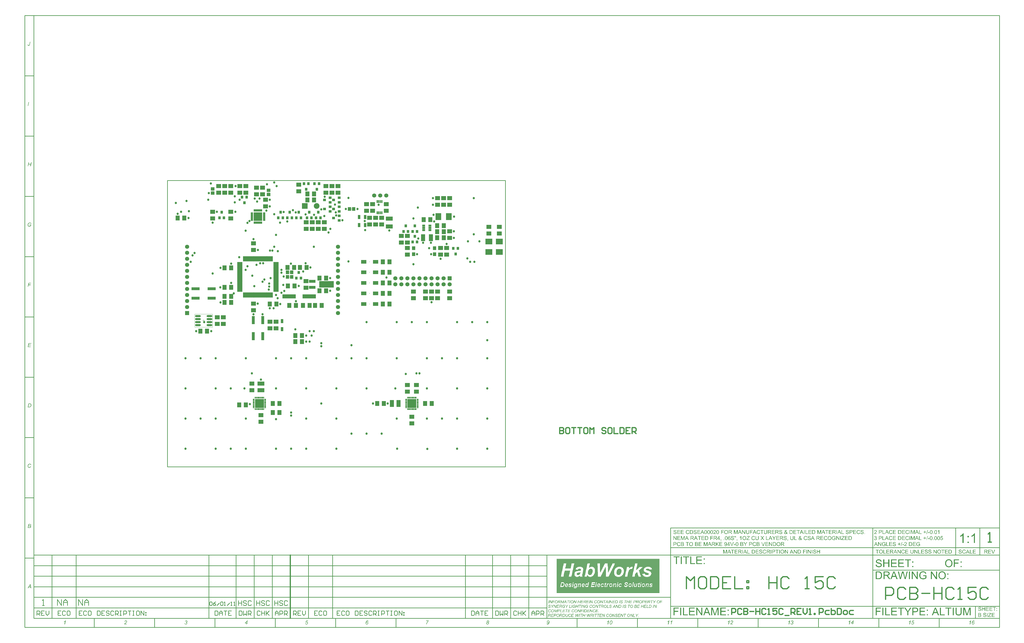
<source format=gbs>
%FSLAX25Y25*%
%MOIN*%
G70*
G01*
G75*
G04 Layer_Color=16711935*
%ADD10R,0.08500X0.10799*%
%ADD11R,0.07087X0.06299*%
%ADD12R,0.39370X0.90551*%
%ADD13R,0.39370X0.39370*%
%ADD14R,0.12598X0.15748*%
%ADD15R,0.10630X0.31496*%
%ADD16R,0.09843X0.06693*%
%ADD17R,0.06299X0.05512*%
%ADD18R,0.01575X0.05315*%
%ADD19R,0.09055X0.05118*%
%ADD20R,0.03150X0.05906*%
%ADD21R,0.05512X0.07480*%
%ADD22R,0.07087X0.05512*%
%ADD23R,0.07874X0.08661*%
%ADD24R,0.03543X0.03740*%
%ADD25R,0.03543X0.03740*%
%ADD26C,0.00800*%
%ADD27C,0.01000*%
%ADD28C,0.00700*%
%ADD29C,0.02000*%
%ADD30C,0.00394*%
%ADD31C,0.00400*%
%ADD32C,0.06000*%
%ADD33R,0.06000X0.06000*%
%ADD34C,0.08661*%
%ADD35R,0.08661X0.08661*%
%ADD36R,0.06000X0.06000*%
%ADD37C,0.03000*%
%ADD38C,0.02598*%
%ADD39C,0.04000*%
%ADD40C,0.14630*%
%ADD41C,0.07000*%
G04:AMPARAMS|DCode=42|XSize=90mil|YSize=90mil|CornerRadius=0mil|HoleSize=0mil|Usage=FLASHONLY|Rotation=0.000|XOffset=0mil|YOffset=0mil|HoleType=Round|Shape=Relief|Width=10mil|Gap=10mil|Entries=4|*
%AMTHD42*
7,0,0,0.09000,0.07000,0.01000,45*
%
%ADD42THD42*%
%ADD43C,0.10693*%
%ADD44C,0.07500*%
G04:AMPARAMS|DCode=45|XSize=95mil|YSize=95mil|CornerRadius=0mil|HoleSize=0mil|Usage=FLASHONLY|Rotation=0.000|XOffset=0mil|YOffset=0mil|HoleType=Round|Shape=Relief|Width=10mil|Gap=10mil|Entries=4|*
%AMTHD45*
7,0,0,0.09500,0.07500,0.01000,45*
%
%ADD45THD45*%
G04:AMPARAMS|DCode=46|XSize=75mil|YSize=75mil|CornerRadius=0mil|HoleSize=0mil|Usage=FLASHONLY|Rotation=0.000|XOffset=0mil|YOffset=0mil|HoleType=Round|Shape=Relief|Width=10mil|Gap=10mil|Entries=4|*
%AMTHD46*
7,0,0,0.07500,0.05500,0.01000,45*
%
%ADD46THD46*%
%ADD47C,0.05500*%
G04:AMPARAMS|DCode=48|XSize=72.992mil|YSize=72.992mil|CornerRadius=0mil|HoleSize=0mil|Usage=FLASHONLY|Rotation=0.000|XOffset=0mil|YOffset=0mil|HoleType=Round|Shape=Relief|Width=10mil|Gap=10mil|Entries=4|*
%AMTHD48*
7,0,0,0.07299,0.05299,0.01000,45*
%
%ADD48THD48*%
%ADD49C,0.05299*%
%ADD50R,0.06299X0.07087*%
%ADD51R,0.12598X0.03937*%
%ADD52R,0.04724X0.05512*%
%ADD53R,0.03150X0.06299*%
%ADD54R,0.07874X0.05118*%
%ADD55R,0.10799X0.08500*%
%ADD56O,0.08661X0.02362*%
%ADD57R,0.06299X0.10630*%
%ADD58R,0.10630X0.06299*%
%ADD59R,0.21654X0.05906*%
%ADD60R,0.09843X0.03937*%
%ADD61R,0.23622X0.09843*%
%ADD62R,0.01614X0.04016*%
%ADD63R,0.03740X0.03543*%
%ADD64R,0.03740X0.03543*%
%ADD65O,0.08268X0.01181*%
%ADD66O,0.01181X0.08268*%
%ADD67R,0.02362X0.00787*%
%ADD68R,0.00787X0.02362*%
%ADD69R,0.14173X0.14173*%
%ADD70R,0.14173X0.14173*%
%ADD71R,0.05512X0.04724*%
%ADD72O,0.00984X0.03347*%
%ADD73O,0.03347X0.00984*%
%ADD74R,0.13386X0.13386*%
%ADD75R,0.03937X0.02717*%
%ADD76R,0.04724X0.05512*%
%ADD77R,0.03937X0.12598*%
%ADD78C,0.00984*%
%ADD79C,0.00200*%
%ADD80C,0.00787*%
%ADD81R,0.09300X0.11599*%
%ADD82R,0.07887X0.07099*%
%ADD83R,0.40170X0.91351*%
%ADD84R,0.40170X0.40170*%
%ADD85R,0.13398X0.16548*%
%ADD86R,0.11430X0.32296*%
%ADD87R,0.10642X0.07493*%
%ADD88R,0.07099X0.06312*%
%ADD89R,0.02375X0.06115*%
%ADD90R,0.09855X0.05918*%
%ADD91R,0.03950X0.06706*%
%ADD92R,0.06312X0.08280*%
%ADD93R,0.07887X0.06312*%
%ADD94R,0.08674X0.09461*%
%ADD95R,0.04343X0.04540*%
%ADD96R,0.04343X0.04540*%
%ADD97C,0.00800*%
%ADD98C,0.06800*%
%ADD99R,0.06800X0.06800*%
%ADD100C,0.09461*%
%ADD101R,0.09461X0.09461*%
%ADD102R,0.06800X0.06800*%
%ADD103C,0.03800*%
%ADD104R,0.07099X0.07887*%
%ADD105R,0.13398X0.04737*%
%ADD106R,0.05524X0.06312*%
%ADD107R,0.03950X0.07099*%
%ADD108R,0.08674X0.05918*%
%ADD109R,0.11599X0.09300*%
%ADD110O,0.09461X0.03162*%
%ADD111R,0.07099X0.11430*%
%ADD112R,0.11430X0.07099*%
%ADD113R,0.22453X0.06706*%
%ADD114R,0.10642X0.04737*%
%ADD115R,0.24422X0.10642*%
%ADD116R,0.02414X0.04816*%
%ADD117R,0.04540X0.04343*%
%ADD118R,0.04540X0.04343*%
%ADD119O,0.09068X0.01981*%
%ADD120O,0.01981X0.09068*%
%ADD121R,0.02762X0.01187*%
%ADD122R,0.01187X0.02762*%
%ADD123R,0.14573X0.14573*%
%ADD124R,0.14573X0.14573*%
%ADD125R,0.06312X0.05524*%
%ADD126O,0.01784X0.04147*%
%ADD127O,0.04147X0.01784*%
%ADD128R,0.14186X0.14186*%
%ADD129R,0.04737X0.03517*%
%ADD130R,0.05524X0.06312*%
%ADD131R,0.04737X0.13398*%
%ADD132C,0.03398*%
G36*
X1200729Y-125839D02*
X1196942D01*
Y-127811D01*
X1200485D01*
Y-128562D01*
X1196942D01*
Y-130748D01*
X1200875D01*
Y-131500D01*
X1196093D01*
Y-125088D01*
X1200729D01*
Y-125839D01*
D02*
G37*
G36*
X1223157Y-125068D02*
X1223236Y-125078D01*
X1223323Y-125088D01*
X1223421Y-125097D01*
X1223528Y-125127D01*
X1223763Y-125185D01*
X1224007Y-125273D01*
X1224133Y-125332D01*
X1224251Y-125400D01*
X1224358Y-125488D01*
X1224465Y-125576D01*
X1224475Y-125585D01*
X1224485Y-125595D01*
X1224514Y-125625D01*
X1224553Y-125663D01*
X1224592Y-125722D01*
X1224641Y-125781D01*
X1224739Y-125927D01*
X1224836Y-126112D01*
X1224924Y-126327D01*
X1224992Y-126571D01*
X1225002Y-126708D01*
X1225012Y-126845D01*
Y-126864D01*
Y-126913D01*
X1225002Y-126991D01*
X1224992Y-127088D01*
X1224973Y-127206D01*
X1224944Y-127332D01*
X1224905Y-127469D01*
X1224846Y-127606D01*
X1224836Y-127625D01*
X1224817Y-127674D01*
X1224778Y-127742D01*
X1224719Y-127840D01*
X1224651Y-127957D01*
X1224563Y-128094D01*
X1224446Y-128230D01*
X1224319Y-128387D01*
X1224299Y-128406D01*
X1224251Y-128465D01*
X1224163Y-128552D01*
X1224104Y-128611D01*
X1224036Y-128679D01*
X1223958Y-128757D01*
X1223860Y-128845D01*
X1223763Y-128933D01*
X1223655Y-129041D01*
X1223538Y-129148D01*
X1223401Y-129265D01*
X1223265Y-129382D01*
X1223109Y-129519D01*
X1223099Y-129528D01*
X1223079Y-129548D01*
X1223040Y-129577D01*
X1222991Y-129616D01*
X1222874Y-129714D01*
X1222728Y-129841D01*
X1222582Y-129977D01*
X1222425Y-130114D01*
X1222299Y-130231D01*
X1222250Y-130280D01*
X1222201Y-130329D01*
X1222191Y-130339D01*
X1222172Y-130368D01*
X1222133Y-130407D01*
X1222084Y-130465D01*
X1221976Y-130592D01*
X1221869Y-130748D01*
X1225022D01*
Y-131500D01*
X1220776D01*
Y-131490D01*
Y-131451D01*
Y-131393D01*
X1220786Y-131324D01*
X1220796Y-131246D01*
X1220805Y-131158D01*
X1220835Y-131061D01*
X1220864Y-130963D01*
Y-130953D01*
X1220874Y-130944D01*
X1220893Y-130885D01*
X1220932Y-130807D01*
X1220991Y-130690D01*
X1221059Y-130563D01*
X1221157Y-130417D01*
X1221254Y-130270D01*
X1221381Y-130114D01*
Y-130104D01*
X1221401Y-130095D01*
X1221449Y-130036D01*
X1221527Y-129948D01*
X1221645Y-129831D01*
X1221791Y-129694D01*
X1221967Y-129528D01*
X1222181Y-129343D01*
X1222416Y-129138D01*
X1222425Y-129128D01*
X1222464Y-129099D01*
X1222513Y-129060D01*
X1222582Y-128992D01*
X1222669Y-128923D01*
X1222767Y-128835D01*
X1222982Y-128650D01*
X1223216Y-128426D01*
X1223450Y-128201D01*
X1223567Y-128094D01*
X1223665Y-127986D01*
X1223753Y-127879D01*
X1223831Y-127781D01*
Y-127772D01*
X1223850Y-127762D01*
X1223870Y-127733D01*
X1223889Y-127694D01*
X1223948Y-127596D01*
X1224016Y-127469D01*
X1224085Y-127323D01*
X1224143Y-127167D01*
X1224182Y-126991D01*
X1224202Y-126825D01*
Y-126815D01*
Y-126805D01*
X1224192Y-126747D01*
X1224182Y-126659D01*
X1224163Y-126552D01*
X1224114Y-126425D01*
X1224055Y-126298D01*
X1223977Y-126161D01*
X1223860Y-126034D01*
X1223841Y-126025D01*
X1223802Y-125986D01*
X1223724Y-125937D01*
X1223626Y-125868D01*
X1223499Y-125810D01*
X1223353Y-125761D01*
X1223177Y-125722D01*
X1222982Y-125712D01*
X1222923D01*
X1222884Y-125722D01*
X1222787Y-125732D01*
X1222660Y-125751D01*
X1222513Y-125800D01*
X1222357Y-125859D01*
X1222211Y-125947D01*
X1222074Y-126064D01*
X1222064Y-126083D01*
X1222025Y-126122D01*
X1221967Y-126200D01*
X1221908Y-126308D01*
X1221840Y-126444D01*
X1221791Y-126601D01*
X1221752Y-126786D01*
X1221733Y-127001D01*
X1220922Y-126913D01*
Y-126903D01*
Y-126874D01*
X1220932Y-126825D01*
X1220942Y-126766D01*
X1220961Y-126688D01*
X1220971Y-126601D01*
X1221030Y-126405D01*
X1221108Y-126181D01*
X1221215Y-125956D01*
X1221362Y-125732D01*
X1221440Y-125634D01*
X1221537Y-125537D01*
X1221547Y-125527D01*
X1221567Y-125517D01*
X1221596Y-125488D01*
X1221635Y-125459D01*
X1221693Y-125429D01*
X1221762Y-125381D01*
X1221840Y-125341D01*
X1221928Y-125293D01*
X1222025Y-125254D01*
X1222133Y-125205D01*
X1222260Y-125166D01*
X1222386Y-125136D01*
X1222679Y-125078D01*
X1222835Y-125068D01*
X1223001Y-125058D01*
X1223089D01*
X1223157Y-125068D01*
D02*
G37*
G36*
X1176983Y-131500D02*
X1176026D01*
X1175285Y-129558D01*
X1172591D01*
X1171898Y-131500D01*
X1171000D01*
X1173450Y-125088D01*
X1174377D01*
X1176983Y-131500D01*
D02*
G37*
G36*
X1191906Y-130748D02*
X1195058D01*
Y-131500D01*
X1191057D01*
Y-125088D01*
X1191906D01*
Y-130748D01*
D02*
G37*
G36*
X1212792Y-127977D02*
X1214539D01*
Y-128709D01*
X1212792D01*
Y-130465D01*
X1212051D01*
Y-128709D01*
X1210303D01*
Y-127977D01*
X1212051D01*
Y-126230D01*
X1212792D01*
Y-127977D01*
D02*
G37*
G36*
X1182712Y-131500D02*
X1181843D01*
X1178476Y-126464D01*
Y-131500D01*
X1177666D01*
Y-125088D01*
X1178525D01*
X1181902Y-130124D01*
Y-125088D01*
X1182712D01*
Y-131500D01*
D02*
G37*
G36*
X1231297Y-125097D02*
X1231473Y-125107D01*
X1231668Y-125127D01*
X1231854Y-125156D01*
X1232010Y-125185D01*
X1232020D01*
X1232039Y-125195D01*
X1232059D01*
X1232098Y-125215D01*
X1232205Y-125244D01*
X1232332Y-125293D01*
X1232478Y-125351D01*
X1232634Y-125429D01*
X1232791Y-125527D01*
X1232947Y-125644D01*
X1232957D01*
X1232966Y-125663D01*
X1233035Y-125722D01*
X1233122Y-125820D01*
X1233230Y-125947D01*
X1233357Y-126103D01*
X1233484Y-126288D01*
X1233601Y-126503D01*
X1233708Y-126747D01*
Y-126757D01*
X1233718Y-126776D01*
X1233727Y-126815D01*
X1233747Y-126864D01*
X1233767Y-126923D01*
X1233786Y-127001D01*
X1233815Y-127088D01*
X1233835Y-127186D01*
X1233854Y-127293D01*
X1233884Y-127411D01*
X1233923Y-127664D01*
X1233952Y-127947D01*
X1233962Y-128260D01*
Y-128269D01*
Y-128289D01*
Y-128328D01*
Y-128387D01*
X1233952Y-128445D01*
Y-128523D01*
X1233942Y-128699D01*
X1233923Y-128894D01*
X1233884Y-129119D01*
X1233845Y-129343D01*
X1233786Y-129558D01*
Y-129568D01*
X1233776Y-129587D01*
X1233767Y-129616D01*
X1233757Y-129655D01*
X1233718Y-129753D01*
X1233669Y-129890D01*
X1233610Y-130036D01*
X1233532Y-130192D01*
X1233444Y-130348D01*
X1233347Y-130495D01*
X1233337Y-130514D01*
X1233298Y-130553D01*
X1233249Y-130622D01*
X1233171Y-130709D01*
X1233093Y-130797D01*
X1232986Y-130895D01*
X1232878Y-130992D01*
X1232761Y-131080D01*
X1232751Y-131090D01*
X1232703Y-131110D01*
X1232634Y-131149D01*
X1232547Y-131197D01*
X1232439Y-131246D01*
X1232312Y-131295D01*
X1232166Y-131344D01*
X1232000Y-131393D01*
X1231981D01*
X1231922Y-131412D01*
X1231834Y-131422D01*
X1231707Y-131441D01*
X1231561Y-131461D01*
X1231385Y-131481D01*
X1231190Y-131490D01*
X1230975Y-131500D01*
X1228672D01*
Y-125088D01*
X1231131D01*
X1231297Y-125097D01*
D02*
G37*
G36*
X1239789Y-125839D02*
X1236002D01*
Y-127811D01*
X1239544D01*
Y-128562D01*
X1236002D01*
Y-130748D01*
X1239935D01*
Y-131500D01*
X1235153D01*
Y-125088D01*
X1239789D01*
Y-125839D01*
D02*
G37*
G36*
X1354392Y-242490D02*
X1354461D01*
X1354626Y-242510D01*
X1354822Y-242539D01*
X1355036Y-242578D01*
X1355251Y-242636D01*
X1355456Y-242715D01*
X1355466D01*
X1355476Y-242724D01*
X1355505Y-242734D01*
X1355544Y-242754D01*
X1355641Y-242812D01*
X1355768Y-242881D01*
X1355905Y-242978D01*
X1356042Y-243095D01*
X1356178Y-243232D01*
X1356295Y-243388D01*
X1356305Y-243408D01*
X1356344Y-243466D01*
X1356393Y-243564D01*
X1356442Y-243681D01*
X1356500Y-243827D01*
X1356559Y-244003D01*
X1356598Y-244188D01*
X1356617Y-244393D01*
X1355807Y-244452D01*
Y-244442D01*
Y-244423D01*
X1355798Y-244393D01*
X1355788Y-244354D01*
X1355768Y-244247D01*
X1355729Y-244110D01*
X1355671Y-243964D01*
X1355593Y-243817D01*
X1355485Y-243671D01*
X1355358Y-243544D01*
X1355339Y-243534D01*
X1355290Y-243495D01*
X1355202Y-243447D01*
X1355085Y-243388D01*
X1354929Y-243329D01*
X1354734Y-243281D01*
X1354509Y-243242D01*
X1354246Y-243232D01*
X1354119D01*
X1354060Y-243242D01*
X1353982D01*
X1353816Y-243271D01*
X1353631Y-243300D01*
X1353445Y-243349D01*
X1353270Y-243417D01*
X1353192Y-243466D01*
X1353123Y-243515D01*
X1353114Y-243525D01*
X1353075Y-243564D01*
X1353016Y-243622D01*
X1352957Y-243710D01*
X1352889Y-243808D01*
X1352840Y-243925D01*
X1352801Y-244052D01*
X1352782Y-244198D01*
Y-244218D01*
Y-244257D01*
X1352792Y-244325D01*
X1352811Y-244403D01*
X1352840Y-244491D01*
X1352889Y-244588D01*
X1352948Y-244676D01*
X1353026Y-244764D01*
X1353036Y-244774D01*
X1353084Y-244803D01*
X1353114Y-244823D01*
X1353153Y-244852D01*
X1353211Y-244871D01*
X1353279Y-244901D01*
X1353358Y-244940D01*
X1353445Y-244979D01*
X1353543Y-245008D01*
X1353660Y-245047D01*
X1353797Y-245096D01*
X1353943Y-245135D01*
X1354109Y-245174D01*
X1354295Y-245223D01*
X1354304D01*
X1354343Y-245233D01*
X1354392Y-245242D01*
X1354461Y-245262D01*
X1354548Y-245281D01*
X1354646Y-245311D01*
X1354861Y-245359D01*
X1355095Y-245428D01*
X1355329Y-245496D01*
X1355446Y-245525D01*
X1355544Y-245565D01*
X1355641Y-245603D01*
X1355719Y-245633D01*
X1355729D01*
X1355749Y-245643D01*
X1355768Y-245662D01*
X1355807Y-245682D01*
X1355905Y-245740D01*
X1356032Y-245809D01*
X1356168Y-245906D01*
X1356305Y-246023D01*
X1356432Y-246150D01*
X1356539Y-246287D01*
X1356549Y-246306D01*
X1356578Y-246355D01*
X1356627Y-246433D01*
X1356676Y-246550D01*
X1356725Y-246677D01*
X1356774Y-246833D01*
X1356803Y-247009D01*
X1356813Y-247194D01*
Y-247204D01*
Y-247214D01*
Y-247243D01*
Y-247282D01*
X1356793Y-247380D01*
X1356774Y-247507D01*
X1356744Y-247653D01*
X1356686Y-247819D01*
X1356617Y-247995D01*
X1356520Y-248161D01*
X1356510Y-248180D01*
X1356461Y-248239D01*
X1356403Y-248317D01*
X1356305Y-248414D01*
X1356188Y-248532D01*
X1356042Y-248649D01*
X1355866Y-248756D01*
X1355671Y-248863D01*
X1355661D01*
X1355641Y-248873D01*
X1355612Y-248883D01*
X1355573Y-248902D01*
X1355524Y-248922D01*
X1355466Y-248941D01*
X1355310Y-248980D01*
X1355134Y-249029D01*
X1354919Y-249068D01*
X1354695Y-249098D01*
X1354441Y-249107D01*
X1354295D01*
X1354226Y-249098D01*
X1354138D01*
X1354041Y-249088D01*
X1353933Y-249078D01*
X1353709Y-249049D01*
X1353465Y-249000D01*
X1353221Y-248941D01*
X1352987Y-248863D01*
X1352977D01*
X1352957Y-248854D01*
X1352928Y-248834D01*
X1352889Y-248815D01*
X1352782Y-248756D01*
X1352655Y-248668D01*
X1352499Y-248561D01*
X1352352Y-248434D01*
X1352196Y-248278D01*
X1352059Y-248102D01*
Y-248092D01*
X1352050Y-248083D01*
X1352030Y-248053D01*
X1352011Y-248014D01*
X1351981Y-247965D01*
X1351952Y-247907D01*
X1351894Y-247761D01*
X1351835Y-247595D01*
X1351777Y-247390D01*
X1351737Y-247175D01*
X1351718Y-246941D01*
X1352518Y-246872D01*
Y-246882D01*
Y-246892D01*
X1352528Y-246950D01*
X1352547Y-247038D01*
X1352567Y-247155D01*
X1352606Y-247282D01*
X1352645Y-247419D01*
X1352704Y-247546D01*
X1352772Y-247673D01*
X1352782Y-247682D01*
X1352811Y-247721D01*
X1352860Y-247780D01*
X1352938Y-247848D01*
X1353026Y-247926D01*
X1353133Y-248014D01*
X1353270Y-248092D01*
X1353416Y-248170D01*
X1353426D01*
X1353436Y-248180D01*
X1353494Y-248200D01*
X1353582Y-248229D01*
X1353709Y-248258D01*
X1353846Y-248297D01*
X1354021Y-248327D01*
X1354207Y-248346D01*
X1354402Y-248356D01*
X1354480D01*
X1354578Y-248346D01*
X1354685Y-248336D01*
X1354822Y-248327D01*
X1354958Y-248297D01*
X1355105Y-248268D01*
X1355251Y-248219D01*
X1355271Y-248209D01*
X1355310Y-248190D01*
X1355378Y-248161D01*
X1355456Y-248112D01*
X1355554Y-248053D01*
X1355641Y-247985D01*
X1355729Y-247907D01*
X1355807Y-247819D01*
X1355817Y-247809D01*
X1355837Y-247770D01*
X1355866Y-247721D01*
X1355905Y-247653D01*
X1355934Y-247575D01*
X1355964Y-247477D01*
X1355983Y-247380D01*
X1355993Y-247272D01*
Y-247263D01*
Y-247224D01*
X1355983Y-247165D01*
X1355973Y-247097D01*
X1355954Y-247009D01*
X1355915Y-246921D01*
X1355876Y-246833D01*
X1355817Y-246745D01*
X1355807Y-246736D01*
X1355788Y-246706D01*
X1355739Y-246667D01*
X1355680Y-246609D01*
X1355602Y-246550D01*
X1355505Y-246492D01*
X1355378Y-246423D01*
X1355241Y-246365D01*
X1355231Y-246355D01*
X1355192Y-246345D01*
X1355114Y-246326D01*
X1355066Y-246306D01*
X1355007Y-246287D01*
X1354929Y-246267D01*
X1354851Y-246248D01*
X1354753Y-246218D01*
X1354656Y-246189D01*
X1354539Y-246160D01*
X1354402Y-246131D01*
X1354255Y-246092D01*
X1354099Y-246053D01*
X1354090D01*
X1354060Y-246043D01*
X1354012Y-246033D01*
X1353953Y-246013D01*
X1353885Y-245994D01*
X1353807Y-245974D01*
X1353621Y-245926D01*
X1353416Y-245857D01*
X1353211Y-245789D01*
X1353026Y-245721D01*
X1352938Y-245691D01*
X1352870Y-245652D01*
X1352860D01*
X1352850Y-245643D01*
X1352792Y-245603D01*
X1352713Y-245555D01*
X1352616Y-245486D01*
X1352499Y-245399D01*
X1352391Y-245301D01*
X1352284Y-245184D01*
X1352186Y-245057D01*
X1352177Y-245037D01*
X1352147Y-244989D01*
X1352118Y-244920D01*
X1352079Y-244823D01*
X1352030Y-244706D01*
X1352001Y-244569D01*
X1351972Y-244413D01*
X1351962Y-244257D01*
Y-244247D01*
Y-244237D01*
Y-244208D01*
Y-244169D01*
X1351981Y-244081D01*
X1352001Y-243964D01*
X1352030Y-243817D01*
X1352079Y-243671D01*
X1352147Y-243505D01*
X1352235Y-243349D01*
Y-243339D01*
X1352245Y-243329D01*
X1352284Y-243281D01*
X1352352Y-243203D01*
X1352440Y-243105D01*
X1352547Y-243007D01*
X1352684Y-242900D01*
X1352850Y-242793D01*
X1353036Y-242705D01*
X1353045D01*
X1353055Y-242695D01*
X1353084Y-242685D01*
X1353133Y-242666D01*
X1353182Y-242656D01*
X1353240Y-242636D01*
X1353377Y-242588D01*
X1353553Y-242549D01*
X1353748Y-242519D01*
X1353973Y-242490D01*
X1354207Y-242480D01*
X1354324D01*
X1354392Y-242490D01*
D02*
G37*
G36*
X1319407Y-126500D02*
X1317430D01*
Y-113953D01*
X1317406Y-113978D01*
X1317308Y-114075D01*
X1317137Y-114197D01*
X1316917Y-114368D01*
X1316649Y-114588D01*
X1316332Y-114808D01*
X1315965Y-115076D01*
X1315550Y-115320D01*
X1315526D01*
X1315502Y-115345D01*
X1315355Y-115442D01*
X1315135Y-115564D01*
X1314867Y-115711D01*
X1314550Y-115882D01*
X1314208Y-116028D01*
X1313842Y-116199D01*
X1313500Y-116345D01*
Y-114417D01*
X1313524D01*
X1313573Y-114393D01*
X1313671Y-114344D01*
X1313768Y-114271D01*
X1313915Y-114197D01*
X1314086Y-114124D01*
X1314476Y-113904D01*
X1314916Y-113636D01*
X1315404Y-113319D01*
X1315892Y-112952D01*
X1316356Y-112562D01*
X1316380Y-112538D01*
X1316405Y-112513D01*
X1316551Y-112367D01*
X1316771Y-112147D01*
X1317039Y-111878D01*
X1317332Y-111537D01*
X1317625Y-111170D01*
X1317894Y-110780D01*
X1318114Y-110389D01*
X1319407D01*
Y-126500D01*
D02*
G37*
G36*
X1364904Y-243339D02*
X1361302Y-247790D01*
X1360912Y-248249D01*
X1365011D01*
Y-249000D01*
X1359946D01*
Y-248219D01*
X1363215Y-244110D01*
Y-244100D01*
X1363235Y-244091D01*
X1363274Y-244032D01*
X1363342Y-243954D01*
X1363430Y-243847D01*
X1363537Y-243730D01*
X1363645Y-243603D01*
X1363772Y-243466D01*
X1363889Y-243339D01*
X1360316D01*
Y-242588D01*
X1364904D01*
Y-243339D01*
D02*
G37*
G36*
X1370584D02*
X1366797D01*
Y-245311D01*
X1370340D01*
Y-246062D01*
X1366797D01*
Y-248249D01*
X1370730D01*
Y-249000D01*
X1365948D01*
Y-242588D01*
X1370584D01*
Y-243339D01*
D02*
G37*
G36*
X1327780Y-117127D02*
X1325534D01*
Y-114881D01*
X1327780D01*
Y-117127D01*
D02*
G37*
G36*
X1215672Y-131607D02*
X1215047D01*
X1216901Y-124980D01*
X1217526D01*
X1215672Y-131607D01*
D02*
G37*
G36*
X1327780Y-126500D02*
X1325534D01*
Y-124254D01*
X1327780D01*
Y-126500D01*
D02*
G37*
G36*
X1338081D02*
X1336104D01*
Y-113953D01*
X1336079Y-113978D01*
X1335982Y-114075D01*
X1335811Y-114197D01*
X1335591Y-114368D01*
X1335322Y-114588D01*
X1335005Y-114808D01*
X1334639Y-115076D01*
X1334224Y-115320D01*
X1334200D01*
X1334175Y-115345D01*
X1334029Y-115442D01*
X1333809Y-115564D01*
X1333541Y-115711D01*
X1333223Y-115882D01*
X1332882Y-116028D01*
X1332515Y-116199D01*
X1332174Y-116345D01*
Y-114417D01*
X1332198D01*
X1332247Y-114393D01*
X1332345Y-114344D01*
X1332442Y-114271D01*
X1332589Y-114197D01*
X1332759Y-114124D01*
X1333150Y-113904D01*
X1333589Y-113636D01*
X1334078Y-113319D01*
X1334566Y-112952D01*
X1335030Y-112562D01*
X1335054Y-112538D01*
X1335078Y-112513D01*
X1335225Y-112367D01*
X1335445Y-112147D01*
X1335713Y-111878D01*
X1336006Y-111537D01*
X1336299Y-111170D01*
X1336567Y-110780D01*
X1336787Y-110389D01*
X1338081D01*
Y-126500D01*
D02*
G37*
G36*
X1220229Y-129577D02*
X1217819D01*
Y-128787D01*
X1220229D01*
Y-129577D01*
D02*
G37*
G36*
X1206819Y-115839D02*
X1203032D01*
Y-117811D01*
X1206575D01*
Y-118562D01*
X1203032D01*
Y-120748D01*
X1206966D01*
Y-121500D01*
X1202183D01*
Y-115088D01*
X1206819D01*
Y-115839D01*
D02*
G37*
G36*
X1213251Y-115097D02*
X1213427Y-115107D01*
X1213622Y-115127D01*
X1213807Y-115156D01*
X1213964Y-115185D01*
X1213973D01*
X1213993Y-115195D01*
X1214012D01*
X1214051Y-115215D01*
X1214159Y-115244D01*
X1214286Y-115293D01*
X1214432Y-115351D01*
X1214588Y-115429D01*
X1214744Y-115527D01*
X1214900Y-115644D01*
X1214910D01*
X1214920Y-115664D01*
X1214988Y-115722D01*
X1215076Y-115820D01*
X1215184Y-115947D01*
X1215310Y-116103D01*
X1215437Y-116288D01*
X1215554Y-116503D01*
X1215662Y-116747D01*
Y-116757D01*
X1215672Y-116776D01*
X1215681Y-116815D01*
X1215701Y-116864D01*
X1215720Y-116923D01*
X1215740Y-117001D01*
X1215769Y-117088D01*
X1215789Y-117186D01*
X1215808Y-117293D01*
X1215837Y-117411D01*
X1215876Y-117664D01*
X1215906Y-117947D01*
X1215915Y-118260D01*
Y-118269D01*
Y-118289D01*
Y-118328D01*
Y-118387D01*
X1215906Y-118445D01*
Y-118523D01*
X1215896Y-118699D01*
X1215876Y-118894D01*
X1215837Y-119119D01*
X1215798Y-119343D01*
X1215740Y-119558D01*
Y-119568D01*
X1215730Y-119587D01*
X1215720Y-119616D01*
X1215711Y-119655D01*
X1215672Y-119753D01*
X1215623Y-119890D01*
X1215564Y-120036D01*
X1215486Y-120192D01*
X1215398Y-120348D01*
X1215301Y-120495D01*
X1215291Y-120514D01*
X1215252Y-120553D01*
X1215203Y-120622D01*
X1215125Y-120709D01*
X1215047Y-120797D01*
X1214939Y-120895D01*
X1214832Y-120993D01*
X1214715Y-121080D01*
X1214705Y-121090D01*
X1214657Y-121110D01*
X1214588Y-121149D01*
X1214500Y-121197D01*
X1214393Y-121246D01*
X1214266Y-121295D01*
X1214120Y-121344D01*
X1213954Y-121393D01*
X1213934D01*
X1213876Y-121412D01*
X1213788Y-121422D01*
X1213661Y-121441D01*
X1213515Y-121461D01*
X1213339Y-121481D01*
X1213144Y-121490D01*
X1212929Y-121500D01*
X1210626D01*
Y-115088D01*
X1213085D01*
X1213251Y-115097D01*
D02*
G37*
G36*
X1185562Y-120748D02*
X1188714D01*
Y-121500D01*
X1184713D01*
Y-115088D01*
X1185562D01*
Y-120748D01*
D02*
G37*
G36*
X1195010Y-121500D02*
X1194053D01*
X1193311Y-119558D01*
X1190618D01*
X1189925Y-121500D01*
X1189027D01*
X1191477Y-115088D01*
X1192404D01*
X1195010Y-121500D01*
D02*
G37*
G36*
X1244747D02*
X1243790D01*
X1243048Y-119558D01*
X1240355D01*
X1239662Y-121500D01*
X1238764D01*
X1241213Y-115088D01*
X1242141D01*
X1244747Y-121500D01*
D02*
G37*
G36*
X1246250Y-120748D02*
X1249402D01*
Y-121500D01*
X1245401D01*
Y-115088D01*
X1246250D01*
Y-120748D01*
D02*
G37*
G36*
X1221742Y-115839D02*
X1217955D01*
Y-117811D01*
X1221498D01*
Y-118562D01*
X1217955D01*
Y-120748D01*
X1221889D01*
Y-121500D01*
X1217106D01*
Y-115088D01*
X1221742D01*
Y-115839D01*
D02*
G37*
G36*
X1230517Y-121500D02*
X1229667D01*
Y-115088D01*
X1230517D01*
Y-121500D01*
D02*
G37*
G36*
X1204438Y-124990D02*
X1204506D01*
X1204672Y-125010D01*
X1204867Y-125039D01*
X1205082Y-125078D01*
X1205297Y-125136D01*
X1205502Y-125215D01*
X1205511D01*
X1205521Y-125224D01*
X1205550Y-125234D01*
X1205589Y-125254D01*
X1205687Y-125312D01*
X1205814Y-125381D01*
X1205951Y-125478D01*
X1206087Y-125595D01*
X1206224Y-125732D01*
X1206341Y-125888D01*
X1206351Y-125908D01*
X1206390Y-125966D01*
X1206439Y-126064D01*
X1206487Y-126181D01*
X1206546Y-126327D01*
X1206604Y-126503D01*
X1206643Y-126688D01*
X1206663Y-126893D01*
X1205853Y-126952D01*
Y-126942D01*
Y-126923D01*
X1205843Y-126893D01*
X1205833Y-126854D01*
X1205814Y-126747D01*
X1205775Y-126610D01*
X1205716Y-126464D01*
X1205638Y-126317D01*
X1205531Y-126171D01*
X1205404Y-126044D01*
X1205385Y-126034D01*
X1205336Y-125995D01*
X1205248Y-125947D01*
X1205131Y-125888D01*
X1204975Y-125829D01*
X1204779Y-125781D01*
X1204555Y-125742D01*
X1204291Y-125732D01*
X1204165D01*
X1204106Y-125742D01*
X1204028D01*
X1203862Y-125771D01*
X1203677Y-125800D01*
X1203491Y-125849D01*
X1203315Y-125917D01*
X1203237Y-125966D01*
X1203169Y-126015D01*
X1203159Y-126025D01*
X1203120Y-126064D01*
X1203062Y-126122D01*
X1203003Y-126210D01*
X1202935Y-126308D01*
X1202886Y-126425D01*
X1202847Y-126552D01*
X1202827Y-126698D01*
Y-126718D01*
Y-126757D01*
X1202837Y-126825D01*
X1202857Y-126903D01*
X1202886Y-126991D01*
X1202935Y-127088D01*
X1202993Y-127176D01*
X1203071Y-127264D01*
X1203081Y-127274D01*
X1203130Y-127303D01*
X1203159Y-127323D01*
X1203198Y-127352D01*
X1203257Y-127372D01*
X1203325Y-127401D01*
X1203403Y-127440D01*
X1203491Y-127479D01*
X1203589Y-127508D01*
X1203706Y-127547D01*
X1203842Y-127596D01*
X1203989Y-127635D01*
X1204155Y-127674D01*
X1204340Y-127723D01*
X1204350D01*
X1204389Y-127733D01*
X1204438Y-127742D01*
X1204506Y-127762D01*
X1204594Y-127781D01*
X1204692Y-127811D01*
X1204906Y-127859D01*
X1205140Y-127928D01*
X1205375Y-127996D01*
X1205492Y-128025D01*
X1205589Y-128065D01*
X1205687Y-128103D01*
X1205765Y-128133D01*
X1205775D01*
X1205794Y-128143D01*
X1205814Y-128162D01*
X1205853Y-128182D01*
X1205951Y-128240D01*
X1206077Y-128308D01*
X1206214Y-128406D01*
X1206351Y-128523D01*
X1206478Y-128650D01*
X1206585Y-128787D01*
X1206595Y-128806D01*
X1206624Y-128855D01*
X1206673Y-128933D01*
X1206722Y-129050D01*
X1206770Y-129177D01*
X1206819Y-129333D01*
X1206849Y-129509D01*
X1206858Y-129694D01*
Y-129704D01*
Y-129714D01*
Y-129743D01*
Y-129782D01*
X1206839Y-129880D01*
X1206819Y-130007D01*
X1206790Y-130153D01*
X1206731Y-130319D01*
X1206663Y-130495D01*
X1206565Y-130661D01*
X1206556Y-130680D01*
X1206507Y-130739D01*
X1206448Y-130817D01*
X1206351Y-130914D01*
X1206234Y-131032D01*
X1206087Y-131149D01*
X1205912Y-131256D01*
X1205716Y-131363D01*
X1205707D01*
X1205687Y-131373D01*
X1205658Y-131383D01*
X1205619Y-131402D01*
X1205570Y-131422D01*
X1205511Y-131441D01*
X1205355Y-131481D01*
X1205180Y-131529D01*
X1204965Y-131568D01*
X1204740Y-131598D01*
X1204487Y-131607D01*
X1204340D01*
X1204272Y-131598D01*
X1204184D01*
X1204086Y-131588D01*
X1203979Y-131578D01*
X1203755Y-131549D01*
X1203511Y-131500D01*
X1203267Y-131441D01*
X1203032Y-131363D01*
X1203023D01*
X1203003Y-131354D01*
X1202974Y-131334D01*
X1202935Y-131315D01*
X1202827Y-131256D01*
X1202701Y-131168D01*
X1202544Y-131061D01*
X1202398Y-130934D01*
X1202242Y-130778D01*
X1202105Y-130602D01*
Y-130592D01*
X1202095Y-130583D01*
X1202076Y-130553D01*
X1202056Y-130514D01*
X1202027Y-130465D01*
X1201998Y-130407D01*
X1201939Y-130261D01*
X1201881Y-130095D01*
X1201822Y-129890D01*
X1201783Y-129675D01*
X1201764Y-129441D01*
X1202564Y-129372D01*
Y-129382D01*
Y-129392D01*
X1202574Y-129450D01*
X1202593Y-129538D01*
X1202613Y-129655D01*
X1202652Y-129782D01*
X1202691Y-129919D01*
X1202749Y-130046D01*
X1202818Y-130173D01*
X1202827Y-130182D01*
X1202857Y-130221D01*
X1202905Y-130280D01*
X1202983Y-130348D01*
X1203071Y-130426D01*
X1203179Y-130514D01*
X1203315Y-130592D01*
X1203462Y-130670D01*
X1203471D01*
X1203481Y-130680D01*
X1203540Y-130700D01*
X1203628Y-130729D01*
X1203755Y-130758D01*
X1203891Y-130797D01*
X1204067Y-130827D01*
X1204252Y-130846D01*
X1204447Y-130856D01*
X1204526D01*
X1204623Y-130846D01*
X1204731Y-130836D01*
X1204867Y-130827D01*
X1205004Y-130797D01*
X1205150Y-130768D01*
X1205297Y-130719D01*
X1205316Y-130709D01*
X1205355Y-130690D01*
X1205424Y-130661D01*
X1205502Y-130612D01*
X1205599Y-130553D01*
X1205687Y-130485D01*
X1205775Y-130407D01*
X1205853Y-130319D01*
X1205863Y-130309D01*
X1205882Y-130270D01*
X1205912Y-130221D01*
X1205951Y-130153D01*
X1205980Y-130075D01*
X1206009Y-129977D01*
X1206029Y-129880D01*
X1206038Y-129772D01*
Y-129763D01*
Y-129724D01*
X1206029Y-129665D01*
X1206019Y-129597D01*
X1205999Y-129509D01*
X1205960Y-129421D01*
X1205921Y-129333D01*
X1205863Y-129245D01*
X1205853Y-129236D01*
X1205833Y-129206D01*
X1205785Y-129167D01*
X1205726Y-129109D01*
X1205648Y-129050D01*
X1205550Y-128992D01*
X1205424Y-128923D01*
X1205287Y-128865D01*
X1205277Y-128855D01*
X1205238Y-128845D01*
X1205160Y-128826D01*
X1205111Y-128806D01*
X1205053Y-128787D01*
X1204975Y-128767D01*
X1204897Y-128748D01*
X1204799Y-128718D01*
X1204701Y-128689D01*
X1204584Y-128660D01*
X1204447Y-128631D01*
X1204301Y-128592D01*
X1204145Y-128552D01*
X1204135D01*
X1204106Y-128543D01*
X1204057Y-128533D01*
X1203999Y-128513D01*
X1203930Y-128494D01*
X1203852Y-128474D01*
X1203667Y-128426D01*
X1203462Y-128357D01*
X1203257Y-128289D01*
X1203071Y-128221D01*
X1202983Y-128191D01*
X1202915Y-128152D01*
X1202905D01*
X1202896Y-128143D01*
X1202837Y-128103D01*
X1202759Y-128055D01*
X1202661Y-127986D01*
X1202544Y-127899D01*
X1202437Y-127801D01*
X1202330Y-127684D01*
X1202232Y-127557D01*
X1202222Y-127537D01*
X1202193Y-127489D01*
X1202164Y-127420D01*
X1202125Y-127323D01*
X1202076Y-127206D01*
X1202047Y-127069D01*
X1202017Y-126913D01*
X1202007Y-126757D01*
Y-126747D01*
Y-126737D01*
Y-126708D01*
Y-126669D01*
X1202027Y-126581D01*
X1202047Y-126464D01*
X1202076Y-126317D01*
X1202125Y-126171D01*
X1202193Y-126005D01*
X1202281Y-125849D01*
Y-125839D01*
X1202291Y-125829D01*
X1202330Y-125781D01*
X1202398Y-125703D01*
X1202486Y-125605D01*
X1202593Y-125507D01*
X1202730Y-125400D01*
X1202896Y-125293D01*
X1203081Y-125205D01*
X1203091D01*
X1203101Y-125195D01*
X1203130Y-125185D01*
X1203179Y-125166D01*
X1203228Y-125156D01*
X1203286Y-125136D01*
X1203423Y-125088D01*
X1203598Y-125049D01*
X1203794Y-125019D01*
X1204018Y-124990D01*
X1204252Y-124980D01*
X1204369D01*
X1204438Y-124990D01*
D02*
G37*
G36*
X1258069Y-121607D02*
X1257444D01*
X1259299Y-114980D01*
X1259923D01*
X1258069Y-121607D01*
D02*
G37*
G36*
X1187299Y-124990D02*
X1187377D01*
X1187543Y-125010D01*
X1187729Y-125039D01*
X1187943Y-125078D01*
X1188158Y-125136D01*
X1188373Y-125215D01*
X1188383D01*
X1188402Y-125224D01*
X1188431Y-125234D01*
X1188470Y-125254D01*
X1188568Y-125302D01*
X1188695Y-125381D01*
X1188841Y-125468D01*
X1188988Y-125576D01*
X1189134Y-125693D01*
X1189261Y-125839D01*
X1189271Y-125859D01*
X1189310Y-125908D01*
X1189368Y-125995D01*
X1189446Y-126122D01*
X1189524Y-126269D01*
X1189603Y-126444D01*
X1189681Y-126649D01*
X1189749Y-126883D01*
X1188978Y-127098D01*
Y-127088D01*
X1188968Y-127079D01*
X1188958Y-127020D01*
X1188919Y-126932D01*
X1188880Y-126815D01*
X1188832Y-126698D01*
X1188773Y-126571D01*
X1188705Y-126444D01*
X1188627Y-126327D01*
X1188617Y-126317D01*
X1188587Y-126278D01*
X1188539Y-126230D01*
X1188470Y-126161D01*
X1188383Y-126093D01*
X1188275Y-126015D01*
X1188158Y-125947D01*
X1188012Y-125878D01*
X1187992Y-125868D01*
X1187943Y-125849D01*
X1187856Y-125820D01*
X1187748Y-125790D01*
X1187621Y-125761D01*
X1187475Y-125732D01*
X1187309Y-125712D01*
X1187133Y-125703D01*
X1187036D01*
X1186928Y-125712D01*
X1186792Y-125722D01*
X1186635Y-125751D01*
X1186460Y-125781D01*
X1186294Y-125829D01*
X1186128Y-125888D01*
X1186108Y-125898D01*
X1186060Y-125917D01*
X1185982Y-125956D01*
X1185884Y-126015D01*
X1185777Y-126083D01*
X1185660Y-126161D01*
X1185552Y-126249D01*
X1185445Y-126356D01*
X1185435Y-126366D01*
X1185406Y-126405D01*
X1185357Y-126464D01*
X1185298Y-126542D01*
X1185230Y-126639D01*
X1185162Y-126747D01*
X1185103Y-126864D01*
X1185045Y-126991D01*
Y-127001D01*
X1185035Y-127020D01*
X1185025Y-127049D01*
X1185006Y-127098D01*
X1184986Y-127147D01*
X1184967Y-127215D01*
X1184927Y-127372D01*
X1184879Y-127567D01*
X1184840Y-127781D01*
X1184810Y-128025D01*
X1184801Y-128279D01*
Y-128289D01*
Y-128318D01*
Y-128357D01*
X1184810Y-128426D01*
Y-128494D01*
X1184820Y-128582D01*
X1184830Y-128679D01*
X1184840Y-128777D01*
X1184869Y-129011D01*
X1184927Y-129255D01*
X1184996Y-129489D01*
X1185093Y-129724D01*
Y-129733D01*
X1185103Y-129753D01*
X1185123Y-129782D01*
X1185152Y-129821D01*
X1185220Y-129919D01*
X1185308Y-130046D01*
X1185425Y-130182D01*
X1185572Y-130329D01*
X1185747Y-130465D01*
X1185943Y-130583D01*
X1185952D01*
X1185972Y-130592D01*
X1186001Y-130612D01*
X1186040Y-130622D01*
X1186089Y-130641D01*
X1186157Y-130670D01*
X1186304Y-130719D01*
X1186489Y-130768D01*
X1186684Y-130817D01*
X1186909Y-130846D01*
X1187143Y-130856D01*
X1187241D01*
X1187348Y-130846D01*
X1187485Y-130827D01*
X1187641Y-130807D01*
X1187826Y-130768D01*
X1188021Y-130719D01*
X1188217Y-130651D01*
X1188226D01*
X1188236Y-130641D01*
X1188265Y-130631D01*
X1188305Y-130612D01*
X1188402Y-130573D01*
X1188519Y-130514D01*
X1188646Y-130446D01*
X1188773Y-130368D01*
X1188900Y-130280D01*
X1189017Y-130192D01*
Y-128982D01*
X1187133D01*
Y-128230D01*
X1189847D01*
Y-130612D01*
X1189837Y-130622D01*
X1189817Y-130631D01*
X1189788Y-130661D01*
X1189739Y-130690D01*
X1189681Y-130739D01*
X1189612Y-130778D01*
X1189446Y-130895D01*
X1189251Y-131012D01*
X1189036Y-131139D01*
X1188793Y-131256D01*
X1188548Y-131363D01*
X1188539D01*
X1188519Y-131373D01*
X1188480Y-131383D01*
X1188431Y-131402D01*
X1188373Y-131422D01*
X1188305Y-131441D01*
X1188217Y-131461D01*
X1188129Y-131481D01*
X1187924Y-131529D01*
X1187699Y-131568D01*
X1187446Y-131598D01*
X1187192Y-131607D01*
X1187104D01*
X1187036Y-131598D01*
X1186948D01*
X1186850Y-131588D01*
X1186743Y-131578D01*
X1186626Y-131559D01*
X1186353Y-131510D01*
X1186069Y-131441D01*
X1185767Y-131344D01*
X1185474Y-131207D01*
X1185464Y-131197D01*
X1185445Y-131188D01*
X1185396Y-131168D01*
X1185347Y-131129D01*
X1185279Y-131090D01*
X1185211Y-131041D01*
X1185045Y-130914D01*
X1184849Y-130748D01*
X1184664Y-130543D01*
X1184479Y-130309D01*
X1184313Y-130046D01*
Y-130036D01*
X1184293Y-130007D01*
X1184274Y-129968D01*
X1184254Y-129909D01*
X1184225Y-129841D01*
X1184186Y-129753D01*
X1184157Y-129655D01*
X1184117Y-129538D01*
X1184078Y-129421D01*
X1184049Y-129285D01*
X1183981Y-128992D01*
X1183942Y-128670D01*
X1183922Y-128328D01*
Y-128318D01*
Y-128289D01*
Y-128240D01*
X1183932Y-128172D01*
Y-128084D01*
X1183942Y-127986D01*
X1183951Y-127879D01*
X1183971Y-127762D01*
X1184020Y-127489D01*
X1184088Y-127196D01*
X1184186Y-126883D01*
X1184313Y-126581D01*
Y-126571D01*
X1184332Y-126542D01*
X1184352Y-126503D01*
X1184381Y-126444D01*
X1184430Y-126376D01*
X1184479Y-126308D01*
X1184596Y-126122D01*
X1184762Y-125927D01*
X1184947Y-125732D01*
X1185181Y-125546D01*
X1185298Y-125459D01*
X1185435Y-125381D01*
X1185445D01*
X1185464Y-125361D01*
X1185513Y-125341D01*
X1185562Y-125322D01*
X1185630Y-125283D01*
X1185718Y-125254D01*
X1185816Y-125215D01*
X1185923Y-125175D01*
X1186040Y-125146D01*
X1186167Y-125107D01*
X1186460Y-125039D01*
X1186772Y-125000D01*
X1187123Y-124980D01*
X1187241D01*
X1187299Y-124990D01*
D02*
G37*
G36*
X1244268D02*
X1244346D01*
X1244512Y-125010D01*
X1244698Y-125039D01*
X1244913Y-125078D01*
X1245127Y-125136D01*
X1245342Y-125215D01*
X1245352D01*
X1245371Y-125224D01*
X1245401Y-125234D01*
X1245440Y-125254D01*
X1245537Y-125302D01*
X1245664Y-125381D01*
X1245810Y-125468D01*
X1245957Y-125576D01*
X1246103Y-125693D01*
X1246230Y-125839D01*
X1246240Y-125859D01*
X1246279Y-125908D01*
X1246337Y-125995D01*
X1246416Y-126122D01*
X1246494Y-126269D01*
X1246572Y-126444D01*
X1246650Y-126649D01*
X1246718Y-126883D01*
X1245947Y-127098D01*
Y-127088D01*
X1245937Y-127079D01*
X1245928Y-127020D01*
X1245889Y-126932D01*
X1245849Y-126815D01*
X1245801Y-126698D01*
X1245742Y-126571D01*
X1245674Y-126444D01*
X1245596Y-126327D01*
X1245586Y-126317D01*
X1245557Y-126278D01*
X1245508Y-126230D01*
X1245440Y-126161D01*
X1245352Y-126093D01*
X1245244Y-126015D01*
X1245127Y-125947D01*
X1244981Y-125878D01*
X1244961Y-125868D01*
X1244913Y-125849D01*
X1244825Y-125820D01*
X1244717Y-125790D01*
X1244590Y-125761D01*
X1244444Y-125732D01*
X1244278Y-125712D01*
X1244102Y-125703D01*
X1244005D01*
X1243897Y-125712D01*
X1243761Y-125722D01*
X1243605Y-125751D01*
X1243429Y-125781D01*
X1243263Y-125829D01*
X1243097Y-125888D01*
X1243078Y-125898D01*
X1243029Y-125917D01*
X1242951Y-125956D01*
X1242853Y-126015D01*
X1242746Y-126083D01*
X1242629Y-126161D01*
X1242521Y-126249D01*
X1242414Y-126356D01*
X1242404Y-126366D01*
X1242375Y-126405D01*
X1242326Y-126464D01*
X1242268Y-126542D01*
X1242199Y-126639D01*
X1242131Y-126747D01*
X1242072Y-126864D01*
X1242014Y-126991D01*
Y-127001D01*
X1242004Y-127020D01*
X1241994Y-127049D01*
X1241975Y-127098D01*
X1241955Y-127147D01*
X1241936Y-127215D01*
X1241897Y-127372D01*
X1241848Y-127567D01*
X1241809Y-127781D01*
X1241780Y-128025D01*
X1241770Y-128279D01*
Y-128289D01*
Y-128318D01*
Y-128357D01*
X1241780Y-128426D01*
Y-128494D01*
X1241789Y-128582D01*
X1241799Y-128679D01*
X1241809Y-128777D01*
X1241838Y-129011D01*
X1241897Y-129255D01*
X1241965Y-129489D01*
X1242063Y-129724D01*
Y-129733D01*
X1242072Y-129753D01*
X1242092Y-129782D01*
X1242121Y-129821D01*
X1242189Y-129919D01*
X1242277Y-130046D01*
X1242394Y-130182D01*
X1242541Y-130329D01*
X1242717Y-130465D01*
X1242912Y-130583D01*
X1242921D01*
X1242941Y-130592D01*
X1242970Y-130612D01*
X1243009Y-130622D01*
X1243058Y-130641D01*
X1243126Y-130670D01*
X1243273Y-130719D01*
X1243458Y-130768D01*
X1243653Y-130817D01*
X1243878Y-130846D01*
X1244112Y-130856D01*
X1244210D01*
X1244317Y-130846D01*
X1244454Y-130827D01*
X1244610Y-130807D01*
X1244795Y-130768D01*
X1244991Y-130719D01*
X1245186Y-130651D01*
X1245195D01*
X1245205Y-130641D01*
X1245235Y-130631D01*
X1245274Y-130612D01*
X1245371Y-130573D01*
X1245488Y-130514D01*
X1245615Y-130446D01*
X1245742Y-130368D01*
X1245869Y-130280D01*
X1245986Y-130192D01*
Y-128982D01*
X1244102D01*
Y-128230D01*
X1246816D01*
Y-130612D01*
X1246806Y-130622D01*
X1246786Y-130631D01*
X1246757Y-130661D01*
X1246708Y-130690D01*
X1246650Y-130739D01*
X1246581Y-130778D01*
X1246416Y-130895D01*
X1246220Y-131012D01*
X1246006Y-131139D01*
X1245762Y-131256D01*
X1245518Y-131363D01*
X1245508D01*
X1245488Y-131373D01*
X1245449Y-131383D01*
X1245401Y-131402D01*
X1245342Y-131422D01*
X1245274Y-131441D01*
X1245186Y-131461D01*
X1245098Y-131481D01*
X1244893Y-131529D01*
X1244668Y-131568D01*
X1244415Y-131598D01*
X1244161Y-131607D01*
X1244073D01*
X1244005Y-131598D01*
X1243917D01*
X1243819Y-131588D01*
X1243712Y-131578D01*
X1243595Y-131559D01*
X1243322Y-131510D01*
X1243039Y-131441D01*
X1242736Y-131344D01*
X1242443Y-131207D01*
X1242433Y-131197D01*
X1242414Y-131188D01*
X1242365Y-131168D01*
X1242316Y-131129D01*
X1242248Y-131090D01*
X1242180Y-131041D01*
X1242014Y-130914D01*
X1241819Y-130748D01*
X1241633Y-130543D01*
X1241448Y-130309D01*
X1241282Y-130046D01*
Y-130036D01*
X1241262Y-130007D01*
X1241243Y-129968D01*
X1241223Y-129909D01*
X1241194Y-129841D01*
X1241155Y-129753D01*
X1241126Y-129655D01*
X1241087Y-129538D01*
X1241047Y-129421D01*
X1241018Y-129285D01*
X1240950Y-128992D01*
X1240911Y-128670D01*
X1240891Y-128328D01*
Y-128318D01*
Y-128289D01*
Y-128240D01*
X1240901Y-128172D01*
Y-128084D01*
X1240911Y-127986D01*
X1240921Y-127879D01*
X1240940Y-127762D01*
X1240989Y-127489D01*
X1241057Y-127196D01*
X1241155Y-126883D01*
X1241282Y-126581D01*
Y-126571D01*
X1241301Y-126542D01*
X1241321Y-126503D01*
X1241350Y-126444D01*
X1241399Y-126376D01*
X1241448Y-126308D01*
X1241565Y-126122D01*
X1241731Y-125927D01*
X1241916Y-125732D01*
X1242150Y-125546D01*
X1242268Y-125459D01*
X1242404Y-125381D01*
X1242414D01*
X1242433Y-125361D01*
X1242482Y-125341D01*
X1242531Y-125322D01*
X1242599Y-125283D01*
X1242687Y-125254D01*
X1242785Y-125215D01*
X1242892Y-125175D01*
X1243009Y-125146D01*
X1243136Y-125107D01*
X1243429Y-125039D01*
X1243741Y-125000D01*
X1244093Y-124980D01*
X1244210D01*
X1244268Y-124990D01*
D02*
G37*
G36*
X1277999Y-115068D02*
X1278116Y-115088D01*
X1278253Y-115107D01*
X1278409Y-115146D01*
X1278565Y-115205D01*
X1278711Y-115273D01*
X1278731Y-115283D01*
X1278780Y-115312D01*
X1278848Y-115361D01*
X1278946Y-115419D01*
X1279043Y-115507D01*
X1279151Y-115615D01*
X1279258Y-115732D01*
X1279356Y-115868D01*
X1279365Y-115888D01*
X1279395Y-115937D01*
X1279443Y-116025D01*
X1279502Y-116132D01*
X1279560Y-116269D01*
X1279629Y-116435D01*
X1279697Y-116620D01*
X1279756Y-116825D01*
Y-116835D01*
X1279765Y-116854D01*
Y-116884D01*
X1279775Y-116932D01*
X1279795Y-116981D01*
X1279805Y-117049D01*
X1279814Y-117137D01*
X1279834Y-117225D01*
X1279844Y-117332D01*
X1279853Y-117440D01*
X1279873Y-117567D01*
X1279883Y-117703D01*
X1279892Y-117850D01*
Y-117996D01*
X1279902Y-118338D01*
Y-118348D01*
Y-118387D01*
Y-118445D01*
Y-118523D01*
X1279892Y-118621D01*
Y-118728D01*
X1279883Y-118855D01*
X1279873Y-118992D01*
X1279844Y-119284D01*
X1279805Y-119587D01*
X1279746Y-119890D01*
X1279707Y-120026D01*
X1279668Y-120163D01*
Y-120173D01*
X1279658Y-120192D01*
X1279648Y-120231D01*
X1279629Y-120280D01*
X1279599Y-120339D01*
X1279570Y-120397D01*
X1279492Y-120553D01*
X1279395Y-120729D01*
X1279277Y-120905D01*
X1279141Y-121080D01*
X1278975Y-121237D01*
X1278965D01*
X1278955Y-121256D01*
X1278926Y-121266D01*
X1278897Y-121295D01*
X1278789Y-121354D01*
X1278663Y-121422D01*
X1278487Y-121490D01*
X1278292Y-121549D01*
X1278067Y-121588D01*
X1277813Y-121607D01*
X1277726D01*
X1277657Y-121598D01*
X1277579Y-121588D01*
X1277491Y-121568D01*
X1277394Y-121549D01*
X1277286Y-121529D01*
X1277052Y-121451D01*
X1276925Y-121393D01*
X1276808Y-121334D01*
X1276681Y-121256D01*
X1276564Y-121168D01*
X1276457Y-121071D01*
X1276349Y-120953D01*
X1276340Y-120944D01*
X1276320Y-120914D01*
X1276291Y-120866D01*
X1276252Y-120797D01*
X1276203Y-120709D01*
X1276154Y-120602D01*
X1276096Y-120475D01*
X1276037Y-120319D01*
X1275979Y-120153D01*
X1275920Y-119958D01*
X1275871Y-119743D01*
X1275822Y-119509D01*
X1275783Y-119245D01*
X1275754Y-118972D01*
X1275735Y-118660D01*
X1275725Y-118338D01*
Y-118328D01*
Y-118289D01*
Y-118230D01*
Y-118152D01*
X1275735Y-118055D01*
Y-117947D01*
X1275744Y-117821D01*
X1275754Y-117684D01*
X1275783Y-117391D01*
X1275822Y-117088D01*
X1275871Y-116786D01*
X1275910Y-116649D01*
X1275949Y-116513D01*
Y-116503D01*
X1275959Y-116483D01*
X1275979Y-116444D01*
X1275998Y-116395D01*
X1276018Y-116337D01*
X1276047Y-116269D01*
X1276125Y-116112D01*
X1276223Y-115937D01*
X1276340Y-115761D01*
X1276476Y-115595D01*
X1276642Y-115439D01*
X1276652D01*
X1276662Y-115419D01*
X1276691Y-115400D01*
X1276730Y-115381D01*
X1276828Y-115322D01*
X1276964Y-115244D01*
X1277130Y-115175D01*
X1277335Y-115117D01*
X1277560Y-115078D01*
X1277813Y-115058D01*
X1277901D01*
X1277999Y-115068D01*
D02*
G37*
G36*
X1181551Y-115097D02*
X1181707Y-115107D01*
X1181873Y-115117D01*
X1182029Y-115137D01*
X1182165Y-115156D01*
X1182185D01*
X1182244Y-115175D01*
X1182331Y-115195D01*
X1182439Y-115224D01*
X1182566Y-115263D01*
X1182693Y-115312D01*
X1182829Y-115381D01*
X1182956Y-115459D01*
X1182966Y-115468D01*
X1183015Y-115498D01*
X1183073Y-115546D01*
X1183141Y-115615D01*
X1183220Y-115703D01*
X1183307Y-115810D01*
X1183395Y-115927D01*
X1183473Y-116073D01*
X1183483Y-116093D01*
X1183503Y-116142D01*
X1183532Y-116220D01*
X1183571Y-116327D01*
X1183610Y-116454D01*
X1183639Y-116601D01*
X1183659Y-116766D01*
X1183669Y-116942D01*
Y-116952D01*
Y-116981D01*
Y-117020D01*
X1183659Y-117079D01*
X1183649Y-117147D01*
X1183639Y-117235D01*
X1183629Y-117323D01*
X1183600Y-117420D01*
X1183542Y-117645D01*
X1183444Y-117869D01*
X1183385Y-117986D01*
X1183317Y-118104D01*
X1183239Y-118221D01*
X1183141Y-118328D01*
X1183132Y-118338D01*
X1183112Y-118348D01*
X1183083Y-118377D01*
X1183044Y-118416D01*
X1182975Y-118455D01*
X1182907Y-118504D01*
X1182819Y-118552D01*
X1182712Y-118601D01*
X1182595Y-118660D01*
X1182458Y-118709D01*
X1182302Y-118757D01*
X1182136Y-118797D01*
X1181941Y-118835D01*
X1181736Y-118865D01*
X1181511Y-118875D01*
X1181268Y-118884D01*
X1179628D01*
Y-121500D01*
X1178779D01*
Y-115088D01*
X1181404D01*
X1181551Y-115097D01*
D02*
G37*
G36*
X1265555Y-115068D02*
X1265672Y-115088D01*
X1265809Y-115107D01*
X1265965Y-115146D01*
X1266121Y-115205D01*
X1266267Y-115273D01*
X1266287Y-115283D01*
X1266336Y-115312D01*
X1266404Y-115361D01*
X1266502Y-115419D01*
X1266599Y-115507D01*
X1266707Y-115615D01*
X1266814Y-115732D01*
X1266912Y-115868D01*
X1266921Y-115888D01*
X1266951Y-115937D01*
X1266999Y-116025D01*
X1267058Y-116132D01*
X1267117Y-116269D01*
X1267185Y-116435D01*
X1267253Y-116620D01*
X1267312Y-116825D01*
Y-116835D01*
X1267321Y-116854D01*
Y-116884D01*
X1267331Y-116932D01*
X1267351Y-116981D01*
X1267360Y-117049D01*
X1267370Y-117137D01*
X1267390Y-117225D01*
X1267400Y-117332D01*
X1267409Y-117440D01*
X1267429Y-117567D01*
X1267439Y-117703D01*
X1267448Y-117850D01*
Y-117996D01*
X1267458Y-118338D01*
Y-118348D01*
Y-118387D01*
Y-118445D01*
Y-118523D01*
X1267448Y-118621D01*
Y-118728D01*
X1267439Y-118855D01*
X1267429Y-118992D01*
X1267400Y-119284D01*
X1267360Y-119587D01*
X1267302Y-119890D01*
X1267263Y-120026D01*
X1267224Y-120163D01*
Y-120173D01*
X1267214Y-120192D01*
X1267204Y-120231D01*
X1267185Y-120280D01*
X1267155Y-120339D01*
X1267126Y-120397D01*
X1267048Y-120553D01*
X1266951Y-120729D01*
X1266833Y-120905D01*
X1266697Y-121080D01*
X1266531Y-121237D01*
X1266521D01*
X1266511Y-121256D01*
X1266482Y-121266D01*
X1266453Y-121295D01*
X1266345Y-121354D01*
X1266219Y-121422D01*
X1266043Y-121490D01*
X1265848Y-121549D01*
X1265623Y-121588D01*
X1265369Y-121607D01*
X1265282D01*
X1265213Y-121598D01*
X1265135Y-121588D01*
X1265047Y-121568D01*
X1264950Y-121549D01*
X1264842Y-121529D01*
X1264608Y-121451D01*
X1264481Y-121393D01*
X1264364Y-121334D01*
X1264237Y-121256D01*
X1264120Y-121168D01*
X1264013Y-121071D01*
X1263905Y-120953D01*
X1263896Y-120944D01*
X1263876Y-120914D01*
X1263847Y-120866D01*
X1263808Y-120797D01*
X1263759Y-120709D01*
X1263710Y-120602D01*
X1263652Y-120475D01*
X1263593Y-120319D01*
X1263535Y-120153D01*
X1263476Y-119958D01*
X1263427Y-119743D01*
X1263378Y-119509D01*
X1263339Y-119245D01*
X1263310Y-118972D01*
X1263291Y-118660D01*
X1263281Y-118338D01*
Y-118328D01*
Y-118289D01*
Y-118230D01*
Y-118152D01*
X1263291Y-118055D01*
Y-117947D01*
X1263300Y-117821D01*
X1263310Y-117684D01*
X1263339Y-117391D01*
X1263378Y-117088D01*
X1263427Y-116786D01*
X1263466Y-116649D01*
X1263505Y-116513D01*
Y-116503D01*
X1263515Y-116483D01*
X1263535Y-116444D01*
X1263554Y-116395D01*
X1263574Y-116337D01*
X1263603Y-116269D01*
X1263681Y-116112D01*
X1263779Y-115937D01*
X1263896Y-115761D01*
X1264032Y-115595D01*
X1264198Y-115439D01*
X1264208D01*
X1264218Y-115419D01*
X1264247Y-115400D01*
X1264286Y-115381D01*
X1264384Y-115322D01*
X1264520Y-115244D01*
X1264686Y-115175D01*
X1264891Y-115117D01*
X1265116Y-115078D01*
X1265369Y-115058D01*
X1265457D01*
X1265555Y-115068D01*
D02*
G37*
G36*
X1273021D02*
X1273138Y-115088D01*
X1273275Y-115107D01*
X1273431Y-115146D01*
X1273587Y-115205D01*
X1273734Y-115273D01*
X1273753Y-115283D01*
X1273802Y-115312D01*
X1273870Y-115361D01*
X1273968Y-115419D01*
X1274066Y-115507D01*
X1274173Y-115615D01*
X1274280Y-115732D01*
X1274378Y-115868D01*
X1274388Y-115888D01*
X1274417Y-115937D01*
X1274466Y-116025D01*
X1274524Y-116132D01*
X1274583Y-116269D01*
X1274651Y-116435D01*
X1274720Y-116620D01*
X1274778Y-116825D01*
Y-116835D01*
X1274788Y-116854D01*
Y-116884D01*
X1274798Y-116932D01*
X1274817Y-116981D01*
X1274827Y-117049D01*
X1274837Y-117137D01*
X1274856Y-117225D01*
X1274866Y-117332D01*
X1274876Y-117440D01*
X1274895Y-117567D01*
X1274905Y-117703D01*
X1274915Y-117850D01*
Y-117996D01*
X1274924Y-118338D01*
Y-118348D01*
Y-118387D01*
Y-118445D01*
Y-118523D01*
X1274915Y-118621D01*
Y-118728D01*
X1274905Y-118855D01*
X1274895Y-118992D01*
X1274866Y-119284D01*
X1274827Y-119587D01*
X1274768Y-119890D01*
X1274729Y-120026D01*
X1274690Y-120163D01*
Y-120173D01*
X1274681Y-120192D01*
X1274671Y-120231D01*
X1274651Y-120280D01*
X1274622Y-120339D01*
X1274593Y-120397D01*
X1274515Y-120553D01*
X1274417Y-120729D01*
X1274300Y-120905D01*
X1274163Y-121080D01*
X1273997Y-121237D01*
X1273987D01*
X1273978Y-121256D01*
X1273948Y-121266D01*
X1273919Y-121295D01*
X1273812Y-121354D01*
X1273685Y-121422D01*
X1273509Y-121490D01*
X1273314Y-121549D01*
X1273090Y-121588D01*
X1272836Y-121607D01*
X1272748D01*
X1272680Y-121598D01*
X1272602Y-121588D01*
X1272514Y-121568D01*
X1272416Y-121549D01*
X1272309Y-121529D01*
X1272075Y-121451D01*
X1271948Y-121393D01*
X1271831Y-121334D01*
X1271704Y-121256D01*
X1271587Y-121168D01*
X1271479Y-121071D01*
X1271372Y-120953D01*
X1271362Y-120944D01*
X1271343Y-120914D01*
X1271313Y-120866D01*
X1271274Y-120797D01*
X1271225Y-120709D01*
X1271177Y-120602D01*
X1271118Y-120475D01*
X1271060Y-120319D01*
X1271001Y-120153D01*
X1270942Y-119958D01*
X1270894Y-119743D01*
X1270845Y-119509D01*
X1270806Y-119245D01*
X1270776Y-118972D01*
X1270757Y-118660D01*
X1270747Y-118338D01*
Y-118328D01*
Y-118289D01*
Y-118230D01*
Y-118152D01*
X1270757Y-118055D01*
Y-117947D01*
X1270767Y-117821D01*
X1270776Y-117684D01*
X1270806Y-117391D01*
X1270845Y-117088D01*
X1270894Y-116786D01*
X1270933Y-116649D01*
X1270972Y-116513D01*
Y-116503D01*
X1270981Y-116483D01*
X1271001Y-116444D01*
X1271021Y-116395D01*
X1271040Y-116337D01*
X1271069Y-116269D01*
X1271147Y-116112D01*
X1271245Y-115937D01*
X1271362Y-115761D01*
X1271499Y-115595D01*
X1271665Y-115439D01*
X1271674D01*
X1271684Y-115419D01*
X1271713Y-115400D01*
X1271752Y-115381D01*
X1271850Y-115322D01*
X1271987Y-115244D01*
X1272153Y-115175D01*
X1272358Y-115117D01*
X1272582Y-115078D01*
X1272836Y-115058D01*
X1272924D01*
X1273021Y-115068D01*
D02*
G37*
G36*
X1155671Y-111500D02*
X1154773D01*
Y-110602D01*
X1155671D01*
Y-111500D01*
D02*
G37*
G36*
X963721Y-108797D02*
Y-108806D01*
Y-108835D01*
Y-108884D01*
Y-108953D01*
X963711Y-109040D01*
Y-109128D01*
X963701Y-109236D01*
X963692Y-109353D01*
X963662Y-109597D01*
X963623Y-109851D01*
X963574Y-110104D01*
X963496Y-110329D01*
Y-110339D01*
X963487Y-110358D01*
X963477Y-110387D01*
X963457Y-110426D01*
X963399Y-110524D01*
X963321Y-110661D01*
X963213Y-110807D01*
X963077Y-110963D01*
X962901Y-111110D01*
X962706Y-111256D01*
X962696D01*
X962677Y-111275D01*
X962647Y-111285D01*
X962598Y-111315D01*
X962550Y-111334D01*
X962481Y-111363D01*
X962393Y-111402D01*
X962306Y-111432D01*
X962208Y-111461D01*
X962091Y-111500D01*
X961974Y-111529D01*
X961837Y-111549D01*
X961544Y-111588D01*
X961213Y-111607D01*
X961125D01*
X961066Y-111598D01*
X960988D01*
X960900Y-111588D01*
X960803Y-111578D01*
X960695Y-111568D01*
X960461Y-111529D01*
X960217Y-111480D01*
X959963Y-111402D01*
X959739Y-111305D01*
X959729D01*
X959709Y-111285D01*
X959690Y-111275D01*
X959651Y-111246D01*
X959544Y-111178D01*
X959426Y-111071D01*
X959290Y-110944D01*
X959163Y-110797D01*
X959036Y-110612D01*
X958929Y-110407D01*
Y-110397D01*
X958919Y-110378D01*
X958909Y-110348D01*
X958890Y-110300D01*
X958870Y-110241D01*
X958851Y-110163D01*
X958831Y-110075D01*
X958811Y-109977D01*
X958782Y-109870D01*
X958763Y-109753D01*
X958743Y-109616D01*
X958724Y-109480D01*
X958704Y-109324D01*
X958694Y-109158D01*
X958685Y-108982D01*
Y-108797D01*
Y-105088D01*
X959534D01*
Y-108797D01*
Y-108806D01*
Y-108835D01*
Y-108875D01*
Y-108933D01*
Y-109001D01*
X959544Y-109080D01*
X959553Y-109265D01*
X959573Y-109460D01*
X959592Y-109665D01*
X959631Y-109860D01*
X959651Y-109948D01*
X959680Y-110026D01*
X959690Y-110046D01*
X959709Y-110095D01*
X959748Y-110163D01*
X959807Y-110251D01*
X959875Y-110348D01*
X959973Y-110456D01*
X960080Y-110553D01*
X960217Y-110641D01*
X960236Y-110651D01*
X960285Y-110670D01*
X960363Y-110709D01*
X960471Y-110739D01*
X960607Y-110778D01*
X960763Y-110817D01*
X960939Y-110836D01*
X961134Y-110846D01*
X961222D01*
X961291Y-110836D01*
X961369D01*
X961456Y-110827D01*
X961652Y-110797D01*
X961876Y-110739D01*
X962091Y-110670D01*
X962296Y-110563D01*
X962393Y-110504D01*
X962471Y-110426D01*
Y-110417D01*
X962491Y-110407D01*
X962511Y-110378D01*
X962530Y-110339D01*
X962569Y-110290D01*
X962598Y-110231D01*
X962637Y-110153D01*
X962677Y-110065D01*
X962706Y-109958D01*
X962745Y-109841D01*
X962784Y-109714D01*
X962813Y-109558D01*
X962833Y-109392D01*
X962852Y-109216D01*
X962872Y-109011D01*
Y-108797D01*
Y-105088D01*
X963721D01*
Y-108797D01*
D02*
G37*
G36*
X1133047Y-105097D02*
X1133203Y-105107D01*
X1133369Y-105117D01*
X1133525Y-105137D01*
X1133662Y-105156D01*
X1133681D01*
X1133740Y-105175D01*
X1133828Y-105195D01*
X1133935Y-105224D01*
X1134062Y-105263D01*
X1134189Y-105312D01*
X1134326Y-105380D01*
X1134453Y-105459D01*
X1134462Y-105468D01*
X1134511Y-105498D01*
X1134570Y-105546D01*
X1134638Y-105615D01*
X1134716Y-105703D01*
X1134804Y-105810D01*
X1134892Y-105927D01*
X1134970Y-106073D01*
X1134980Y-106093D01*
X1134999Y-106142D01*
X1135028Y-106220D01*
X1135067Y-106327D01*
X1135106Y-106454D01*
X1135136Y-106600D01*
X1135155Y-106766D01*
X1135165Y-106942D01*
Y-106952D01*
Y-106981D01*
Y-107020D01*
X1135155Y-107079D01*
X1135145Y-107147D01*
X1135136Y-107235D01*
X1135126Y-107323D01*
X1135097Y-107420D01*
X1135038Y-107645D01*
X1134941Y-107869D01*
X1134882Y-107986D01*
X1134814Y-108104D01*
X1134735Y-108221D01*
X1134638Y-108328D01*
X1134628Y-108338D01*
X1134609Y-108347D01*
X1134579Y-108377D01*
X1134540Y-108416D01*
X1134472Y-108455D01*
X1134404Y-108504D01*
X1134316Y-108553D01*
X1134208Y-108601D01*
X1134091Y-108660D01*
X1133955Y-108709D01*
X1133799Y-108757D01*
X1133633Y-108797D01*
X1133437Y-108835D01*
X1133232Y-108865D01*
X1133008Y-108875D01*
X1132764Y-108884D01*
X1131124D01*
Y-111500D01*
X1130275D01*
Y-105088D01*
X1132901D01*
X1133047Y-105097D01*
D02*
G37*
G36*
X1140904Y-105839D02*
X1137117D01*
Y-107811D01*
X1140660D01*
Y-108562D01*
X1137117D01*
Y-110749D01*
X1141050D01*
Y-111500D01*
X1136268D01*
Y-105088D01*
X1140904D01*
Y-105839D01*
D02*
G37*
G36*
X1083134Y-111500D02*
X1082315D01*
Y-106132D01*
X1080441Y-111500D01*
X1079679D01*
X1077835Y-106044D01*
Y-111500D01*
X1077015D01*
Y-105088D01*
X1078284D01*
X1079806Y-109626D01*
Y-109636D01*
X1079816Y-109655D01*
X1079826Y-109685D01*
X1079836Y-109733D01*
X1079875Y-109841D01*
X1079923Y-109977D01*
X1079972Y-110134D01*
X1080021Y-110290D01*
X1080070Y-110446D01*
X1080109Y-110573D01*
X1080119Y-110553D01*
X1080128Y-110504D01*
X1080158Y-110426D01*
X1080197Y-110319D01*
X1080236Y-110173D01*
X1080294Y-109997D01*
X1080372Y-109792D01*
X1080450Y-109548D01*
X1081983Y-105088D01*
X1083134D01*
Y-111500D01*
D02*
G37*
G36*
X957250D02*
X956381D01*
X953014Y-106464D01*
Y-111500D01*
X952204D01*
Y-105088D01*
X953063D01*
X956440Y-110124D01*
Y-105088D01*
X957250D01*
Y-111500D01*
D02*
G37*
G36*
X993547Y-108797D02*
Y-108806D01*
Y-108835D01*
Y-108884D01*
Y-108953D01*
X993538Y-109040D01*
Y-109128D01*
X993528Y-109236D01*
X993518Y-109353D01*
X993489Y-109597D01*
X993450Y-109851D01*
X993401Y-110104D01*
X993323Y-110329D01*
Y-110339D01*
X993313Y-110358D01*
X993303Y-110387D01*
X993284Y-110426D01*
X993225Y-110524D01*
X993147Y-110661D01*
X993040Y-110807D01*
X992903Y-110963D01*
X992727Y-111110D01*
X992532Y-111256D01*
X992523D01*
X992503Y-111275D01*
X992474Y-111285D01*
X992425Y-111315D01*
X992376Y-111334D01*
X992308Y-111363D01*
X992220Y-111402D01*
X992132Y-111432D01*
X992035Y-111461D01*
X991917Y-111500D01*
X991800Y-111529D01*
X991664Y-111549D01*
X991371Y-111588D01*
X991039Y-111607D01*
X990951D01*
X990893Y-111598D01*
X990815D01*
X990727Y-111588D01*
X990629Y-111578D01*
X990522Y-111568D01*
X990287Y-111529D01*
X990044Y-111480D01*
X989790Y-111402D01*
X989565Y-111305D01*
X989555D01*
X989536Y-111285D01*
X989517Y-111275D01*
X989477Y-111246D01*
X989370Y-111178D01*
X989253Y-111071D01*
X989116Y-110944D01*
X988989Y-110797D01*
X988863Y-110612D01*
X988755Y-110407D01*
Y-110397D01*
X988745Y-110378D01*
X988736Y-110348D01*
X988716Y-110300D01*
X988697Y-110241D01*
X988677Y-110163D01*
X988658Y-110075D01*
X988638Y-109977D01*
X988609Y-109870D01*
X988589Y-109753D01*
X988570Y-109616D01*
X988550Y-109480D01*
X988531Y-109324D01*
X988521Y-109158D01*
X988511Y-108982D01*
Y-108797D01*
Y-105088D01*
X989360D01*
Y-108797D01*
Y-108806D01*
Y-108835D01*
Y-108875D01*
Y-108933D01*
Y-109001D01*
X989370Y-109080D01*
X989380Y-109265D01*
X989399Y-109460D01*
X989419Y-109665D01*
X989458Y-109860D01*
X989477Y-109948D01*
X989507Y-110026D01*
X989517Y-110046D01*
X989536Y-110095D01*
X989575Y-110163D01*
X989634Y-110251D01*
X989702Y-110348D01*
X989799Y-110456D01*
X989907Y-110553D01*
X990044Y-110641D01*
X990063Y-110651D01*
X990112Y-110670D01*
X990190Y-110709D01*
X990297Y-110739D01*
X990434Y-110778D01*
X990590Y-110817D01*
X990766Y-110836D01*
X990961Y-110846D01*
X991049D01*
X991117Y-110836D01*
X991195D01*
X991283Y-110827D01*
X991478Y-110797D01*
X991703Y-110739D01*
X991917Y-110670D01*
X992122Y-110563D01*
X992220Y-110504D01*
X992298Y-110426D01*
Y-110417D01*
X992318Y-110407D01*
X992337Y-110378D01*
X992357Y-110339D01*
X992396Y-110290D01*
X992425Y-110231D01*
X992464Y-110153D01*
X992503Y-110065D01*
X992532Y-109958D01*
X992571Y-109841D01*
X992610Y-109714D01*
X992640Y-109558D01*
X992659Y-109392D01*
X992679Y-109216D01*
X992698Y-109011D01*
Y-108797D01*
Y-105088D01*
X993547D01*
Y-108797D01*
D02*
G37*
G36*
X944874Y-111500D02*
X944054D01*
Y-106132D01*
X942181Y-111500D01*
X941419D01*
X939575Y-106044D01*
Y-111500D01*
X938755D01*
Y-105088D01*
X940024D01*
X941546Y-109626D01*
Y-109636D01*
X941556Y-109655D01*
X941566Y-109685D01*
X941575Y-109733D01*
X941614Y-109841D01*
X941663Y-109977D01*
X941712Y-110134D01*
X941761Y-110290D01*
X941810Y-110446D01*
X941849Y-110573D01*
X941858Y-110553D01*
X941868Y-110504D01*
X941897Y-110426D01*
X941936Y-110319D01*
X941975Y-110173D01*
X942034Y-109997D01*
X942112Y-109792D01*
X942190Y-109548D01*
X943723Y-105088D01*
X944874D01*
Y-111500D01*
D02*
G37*
G36*
X1095061Y-105839D02*
X1092953D01*
Y-111500D01*
X1092104D01*
Y-105839D01*
X1089996D01*
Y-105088D01*
X1095061D01*
Y-105839D01*
D02*
G37*
G36*
X1100595D02*
X1096808D01*
Y-107811D01*
X1100351D01*
Y-108562D01*
X1096808D01*
Y-110749D01*
X1100741D01*
Y-111500D01*
X1095959D01*
Y-105088D01*
X1100595D01*
Y-105839D01*
D02*
G37*
G36*
X1070720Y-105097D02*
X1070895Y-105107D01*
X1071091Y-105127D01*
X1071276Y-105156D01*
X1071432Y-105185D01*
X1071442D01*
X1071461Y-105195D01*
X1071481D01*
X1071520Y-105215D01*
X1071627Y-105244D01*
X1071754Y-105293D01*
X1071901Y-105351D01*
X1072057Y-105429D01*
X1072213Y-105527D01*
X1072369Y-105644D01*
X1072379D01*
X1072389Y-105664D01*
X1072457Y-105722D01*
X1072545Y-105820D01*
X1072652Y-105947D01*
X1072779Y-106103D01*
X1072906Y-106288D01*
X1073023Y-106503D01*
X1073130Y-106747D01*
Y-106757D01*
X1073140Y-106776D01*
X1073150Y-106815D01*
X1073169Y-106864D01*
X1073189Y-106923D01*
X1073209Y-107001D01*
X1073238Y-107088D01*
X1073257Y-107186D01*
X1073277Y-107293D01*
X1073306Y-107411D01*
X1073345Y-107664D01*
X1073374Y-107947D01*
X1073384Y-108260D01*
Y-108269D01*
Y-108289D01*
Y-108328D01*
Y-108387D01*
X1073374Y-108445D01*
Y-108523D01*
X1073365Y-108699D01*
X1073345Y-108894D01*
X1073306Y-109119D01*
X1073267Y-109343D01*
X1073209Y-109558D01*
Y-109567D01*
X1073199Y-109587D01*
X1073189Y-109616D01*
X1073179Y-109655D01*
X1073140Y-109753D01*
X1073091Y-109890D01*
X1073033Y-110036D01*
X1072955Y-110192D01*
X1072867Y-110348D01*
X1072769Y-110495D01*
X1072760Y-110514D01*
X1072721Y-110553D01*
X1072672Y-110622D01*
X1072594Y-110709D01*
X1072515Y-110797D01*
X1072408Y-110895D01*
X1072301Y-110993D01*
X1072184Y-111080D01*
X1072174Y-111090D01*
X1072125Y-111110D01*
X1072057Y-111149D01*
X1071969Y-111197D01*
X1071862Y-111246D01*
X1071735Y-111295D01*
X1071588Y-111344D01*
X1071422Y-111393D01*
X1071403D01*
X1071344Y-111412D01*
X1071257Y-111422D01*
X1071130Y-111441D01*
X1070983Y-111461D01*
X1070807Y-111480D01*
X1070612Y-111490D01*
X1070398Y-111500D01*
X1068094D01*
Y-105088D01*
X1070554D01*
X1070720Y-105097D01*
D02*
G37*
G36*
X1089781Y-111500D02*
X1088824D01*
X1088083Y-109558D01*
X1085389D01*
X1084696Y-111500D01*
X1083798D01*
X1086248Y-105088D01*
X1087175D01*
X1089781Y-111500D01*
D02*
G37*
G36*
X1116143D02*
X1115186D01*
X1114445Y-109558D01*
X1111751D01*
X1111058Y-111500D01*
X1110160D01*
X1112610Y-105088D01*
X1113537D01*
X1116143Y-111500D01*
D02*
G37*
G36*
X1117646Y-110749D02*
X1120798D01*
Y-111500D01*
X1116797D01*
Y-105088D01*
X1117646D01*
Y-110749D01*
D02*
G37*
G36*
X1104977Y-105097D02*
X1105055D01*
X1105251Y-105107D01*
X1105455Y-105127D01*
X1105670Y-105166D01*
X1105875Y-105205D01*
X1105973Y-105234D01*
X1106061Y-105263D01*
X1106070D01*
X1106080Y-105273D01*
X1106139Y-105293D01*
X1106217Y-105341D01*
X1106314Y-105410D01*
X1106431Y-105488D01*
X1106549Y-105595D01*
X1106666Y-105722D01*
X1106773Y-105878D01*
X1106783Y-105898D01*
X1106812Y-105956D01*
X1106861Y-106044D01*
X1106910Y-106161D01*
X1106959Y-106308D01*
X1107007Y-106474D01*
X1107037Y-106649D01*
X1107046Y-106844D01*
Y-106854D01*
Y-106874D01*
Y-106913D01*
X1107037Y-106962D01*
Y-107020D01*
X1107027Y-107088D01*
X1106988Y-107245D01*
X1106939Y-107430D01*
X1106861Y-107615D01*
X1106744Y-107811D01*
X1106676Y-107908D01*
X1106597Y-107996D01*
X1106578Y-108016D01*
X1106549Y-108035D01*
X1106519Y-108074D01*
X1106471Y-108104D01*
X1106412Y-108152D01*
X1106344Y-108191D01*
X1106266Y-108240D01*
X1106178Y-108289D01*
X1106070Y-108338D01*
X1105963Y-108387D01*
X1105836Y-108435D01*
X1105709Y-108484D01*
X1105563Y-108523D01*
X1105407Y-108553D01*
X1105241Y-108582D01*
X1105260Y-108591D01*
X1105299Y-108611D01*
X1105358Y-108640D01*
X1105426Y-108679D01*
X1105592Y-108787D01*
X1105680Y-108845D01*
X1105748Y-108904D01*
X1105768Y-108923D01*
X1105817Y-108962D01*
X1105885Y-109040D01*
X1105973Y-109138D01*
X1106080Y-109265D01*
X1106197Y-109411D01*
X1106324Y-109577D01*
X1106451Y-109763D01*
X1107564Y-111500D01*
X1106500D01*
X1105651Y-110173D01*
Y-110163D01*
X1105631Y-110143D01*
X1105612Y-110114D01*
X1105592Y-110075D01*
X1105524Y-109977D01*
X1105436Y-109851D01*
X1105338Y-109704D01*
X1105231Y-109558D01*
X1105133Y-109421D01*
X1105036Y-109294D01*
X1105026Y-109284D01*
X1104997Y-109245D01*
X1104948Y-109187D01*
X1104899Y-109119D01*
X1104753Y-108982D01*
X1104685Y-108914D01*
X1104606Y-108865D01*
X1104597Y-108855D01*
X1104577Y-108845D01*
X1104538Y-108826D01*
X1104489Y-108797D01*
X1104372Y-108738D01*
X1104226Y-108689D01*
X1104216D01*
X1104196Y-108679D01*
X1104157D01*
X1104109Y-108670D01*
X1104040Y-108660D01*
X1103962D01*
X1103865Y-108650D01*
X1102771D01*
Y-111500D01*
X1101922D01*
Y-105088D01*
X1104899D01*
X1104977Y-105097D01*
D02*
G37*
G36*
X1109369Y-111500D02*
X1108520D01*
Y-105088D01*
X1109369D01*
Y-111500D01*
D02*
G37*
G36*
X862129Y-104990D02*
X862207Y-105000D01*
X862305Y-105010D01*
X862412Y-105019D01*
X862529Y-105039D01*
X862783Y-105097D01*
X863056Y-105185D01*
X863193Y-105244D01*
X863329Y-105312D01*
X863456Y-105390D01*
X863583Y-105478D01*
X863593Y-105488D01*
X863612Y-105498D01*
X863642Y-105527D01*
X863691Y-105566D01*
X863739Y-105615D01*
X863808Y-105683D01*
X863876Y-105751D01*
X863944Y-105829D01*
X864022Y-105927D01*
X864091Y-106025D01*
X864169Y-106142D01*
X864247Y-106269D01*
X864315Y-106395D01*
X864384Y-106542D01*
X864501Y-106854D01*
X863661Y-107049D01*
Y-107040D01*
X863651Y-107020D01*
X863642Y-106981D01*
X863622Y-106932D01*
X863593Y-106874D01*
X863564Y-106805D01*
X863495Y-106659D01*
X863408Y-106493D01*
X863290Y-106317D01*
X863163Y-106161D01*
X863007Y-106025D01*
X862988Y-106015D01*
X862929Y-105976D01*
X862841Y-105927D01*
X862715Y-105859D01*
X862568Y-105800D01*
X862383Y-105751D01*
X862178Y-105712D01*
X861944Y-105703D01*
X861875D01*
X861826Y-105712D01*
X861758D01*
X861690Y-105722D01*
X861514Y-105751D01*
X861319Y-105790D01*
X861114Y-105859D01*
X860909Y-105947D01*
X860714Y-106064D01*
X860704D01*
X860694Y-106083D01*
X860636Y-106132D01*
X860548Y-106210D01*
X860441Y-106317D01*
X860333Y-106454D01*
X860216Y-106610D01*
X860109Y-106805D01*
X860021Y-107020D01*
Y-107030D01*
X860011Y-107049D01*
X860001Y-107079D01*
X859991Y-107127D01*
X859972Y-107176D01*
X859962Y-107245D01*
X859923Y-107401D01*
X859884Y-107586D01*
X859855Y-107791D01*
X859835Y-108016D01*
X859826Y-108250D01*
Y-108260D01*
Y-108289D01*
Y-108328D01*
Y-108387D01*
X859835Y-108455D01*
Y-108543D01*
X859845Y-108631D01*
X859855Y-108728D01*
X859884Y-108953D01*
X859923Y-109197D01*
X859982Y-109441D01*
X860060Y-109675D01*
Y-109685D01*
X860070Y-109704D01*
X860089Y-109733D01*
X860109Y-109773D01*
X860157Y-109890D01*
X860236Y-110017D01*
X860343Y-110173D01*
X860470Y-110319D01*
X860616Y-110465D01*
X860792Y-110592D01*
X860802D01*
X860811Y-110602D01*
X860841Y-110622D01*
X860880Y-110641D01*
X860987Y-110680D01*
X861124Y-110739D01*
X861280Y-110787D01*
X861465Y-110836D01*
X861670Y-110875D01*
X861885Y-110885D01*
X861953D01*
X862002Y-110875D01*
X862061D01*
X862139Y-110866D01*
X862305Y-110836D01*
X862490Y-110787D01*
X862695Y-110709D01*
X862890Y-110612D01*
X863085Y-110475D01*
X863095Y-110465D01*
X863105Y-110456D01*
X863163Y-110397D01*
X863251Y-110300D01*
X863359Y-110173D01*
X863466Y-109997D01*
X863583Y-109792D01*
X863681Y-109538D01*
X863759Y-109255D01*
X864608Y-109470D01*
Y-109480D01*
X864598Y-109519D01*
X864579Y-109567D01*
X864559Y-109646D01*
X864520Y-109724D01*
X864481Y-109831D01*
X864442Y-109938D01*
X864384Y-110055D01*
X864257Y-110319D01*
X864081Y-110583D01*
X863886Y-110836D01*
X863769Y-110953D01*
X863642Y-111061D01*
X863632Y-111071D01*
X863612Y-111080D01*
X863573Y-111110D01*
X863515Y-111149D01*
X863447Y-111188D01*
X863369Y-111237D01*
X863281Y-111285D01*
X863173Y-111334D01*
X863056Y-111383D01*
X862929Y-111432D01*
X862783Y-111480D01*
X862636Y-111520D01*
X862314Y-111588D01*
X862139Y-111598D01*
X861953Y-111607D01*
X861856D01*
X861778Y-111598D01*
X861690D01*
X861592Y-111588D01*
X861475Y-111568D01*
X861358Y-111559D01*
X861085Y-111500D01*
X860802Y-111432D01*
X860528Y-111324D01*
X860392Y-111266D01*
X860265Y-111188D01*
X860255Y-111178D01*
X860236Y-111168D01*
X860206Y-111139D01*
X860157Y-111110D01*
X860040Y-111012D01*
X859904Y-110875D01*
X859738Y-110709D01*
X859582Y-110495D01*
X859416Y-110251D01*
X859279Y-109968D01*
Y-109958D01*
X859269Y-109929D01*
X859250Y-109890D01*
X859230Y-109831D01*
X859201Y-109753D01*
X859172Y-109665D01*
X859142Y-109567D01*
X859113Y-109450D01*
X859084Y-109333D01*
X859055Y-109197D01*
X858996Y-108904D01*
X858957Y-108591D01*
X858947Y-108250D01*
Y-108240D01*
Y-108201D01*
Y-108152D01*
X858957Y-108084D01*
Y-107996D01*
X858967Y-107889D01*
X858976Y-107781D01*
X858996Y-107655D01*
X859045Y-107381D01*
X859103Y-107088D01*
X859201Y-106786D01*
X859328Y-106503D01*
Y-106493D01*
X859347Y-106474D01*
X859367Y-106435D01*
X859396Y-106376D01*
X859435Y-106317D01*
X859484Y-106249D01*
X859611Y-106083D01*
X859757Y-105898D01*
X859943Y-105712D01*
X860167Y-105527D01*
X860411Y-105371D01*
X860421D01*
X860441Y-105351D01*
X860480Y-105332D01*
X860538Y-105312D01*
X860597Y-105283D01*
X860675Y-105244D01*
X860772Y-105215D01*
X860870Y-105175D01*
X860977Y-105137D01*
X861094Y-105107D01*
X861358Y-105039D01*
X861651Y-105000D01*
X861963Y-104980D01*
X862061D01*
X862129Y-104990D01*
D02*
G37*
G36*
X1374644Y-239000D02*
X1373746D01*
Y-238102D01*
X1374644D01*
Y-239000D01*
D02*
G37*
G36*
Y-235252D02*
X1373746D01*
Y-234354D01*
X1374644D01*
Y-235252D01*
D02*
G37*
G36*
X1366846Y-233339D02*
X1363059D01*
Y-235311D01*
X1366602D01*
Y-236062D01*
X1363059D01*
Y-238248D01*
X1366992D01*
Y-239000D01*
X1362210D01*
Y-232588D01*
X1366846D01*
Y-233339D01*
D02*
G37*
G36*
X1372751D02*
X1370643D01*
Y-239000D01*
X1369793D01*
Y-233339D01*
X1367685D01*
Y-232588D01*
X1372751D01*
Y-233339D01*
D02*
G37*
G36*
X1346086Y-242597D02*
X1346155D01*
X1346321Y-242607D01*
X1346506Y-242636D01*
X1346701Y-242666D01*
X1346896Y-242715D01*
X1347072Y-242783D01*
X1347082D01*
X1347092Y-242793D01*
X1347150Y-242822D01*
X1347228Y-242871D01*
X1347326Y-242929D01*
X1347443Y-243017D01*
X1347560Y-243125D01*
X1347668Y-243242D01*
X1347775Y-243388D01*
X1347785Y-243408D01*
X1347814Y-243456D01*
X1347853Y-243544D01*
X1347902Y-243652D01*
X1347951Y-243778D01*
X1347990Y-243915D01*
X1348019Y-244071D01*
X1348029Y-244237D01*
Y-244257D01*
Y-244305D01*
X1348019Y-244384D01*
X1347999Y-244491D01*
X1347970Y-244608D01*
X1347931Y-244735D01*
X1347882Y-244881D01*
X1347804Y-245018D01*
X1347794Y-245037D01*
X1347765Y-245076D01*
X1347707Y-245145D01*
X1347638Y-245223D01*
X1347541Y-245321D01*
X1347423Y-245408D01*
X1347287Y-245506D01*
X1347121Y-245594D01*
X1347131D01*
X1347150Y-245603D01*
X1347180Y-245613D01*
X1347219Y-245623D01*
X1347326Y-245672D01*
X1347453Y-245730D01*
X1347599Y-245818D01*
X1347746Y-245916D01*
X1347892Y-246033D01*
X1348019Y-246179D01*
X1348029Y-246199D01*
X1348068Y-246248D01*
X1348116Y-246336D01*
X1348185Y-246453D01*
X1348243Y-246599D01*
X1348292Y-246755D01*
X1348331Y-246941D01*
X1348341Y-247146D01*
Y-247165D01*
Y-247224D01*
X1348331Y-247311D01*
X1348321Y-247419D01*
X1348292Y-247546D01*
X1348263Y-247692D01*
X1348214Y-247839D01*
X1348146Y-247985D01*
X1348136Y-248005D01*
X1348116Y-248053D01*
X1348068Y-248122D01*
X1348019Y-248209D01*
X1347951Y-248307D01*
X1347873Y-248405D01*
X1347775Y-248502D01*
X1347677Y-248590D01*
X1347668Y-248600D01*
X1347628Y-248619D01*
X1347570Y-248658D01*
X1347482Y-248707D01*
X1347384Y-248756D01*
X1347258Y-248805D01*
X1347121Y-248854D01*
X1346975Y-248902D01*
X1346955D01*
X1346896Y-248922D01*
X1346809Y-248932D01*
X1346692Y-248951D01*
X1346535Y-248971D01*
X1346360Y-248980D01*
X1346165Y-249000D01*
X1343500D01*
Y-242588D01*
X1346018D01*
X1346086Y-242597D01*
D02*
G37*
G36*
X1358970Y-249000D02*
X1358121D01*
Y-242588D01*
X1358970D01*
Y-249000D01*
D02*
G37*
G36*
X1354802Y-239000D02*
X1353953D01*
Y-235974D01*
X1350635D01*
Y-239000D01*
X1349785D01*
Y-232588D01*
X1350635D01*
Y-235223D01*
X1353953D01*
Y-232588D01*
X1354802D01*
Y-239000D01*
D02*
G37*
G36*
X1346174Y-232490D02*
X1346243D01*
X1346408Y-232510D01*
X1346604Y-232539D01*
X1346818Y-232578D01*
X1347033Y-232636D01*
X1347238Y-232715D01*
X1347248D01*
X1347258Y-232724D01*
X1347287Y-232734D01*
X1347326Y-232754D01*
X1347423Y-232812D01*
X1347550Y-232880D01*
X1347687Y-232978D01*
X1347824Y-233095D01*
X1347960Y-233232D01*
X1348077Y-233388D01*
X1348087Y-233407D01*
X1348126Y-233466D01*
X1348175Y-233564D01*
X1348224Y-233681D01*
X1348282Y-233827D01*
X1348341Y-234003D01*
X1348380Y-234188D01*
X1348400Y-234393D01*
X1347589Y-234452D01*
Y-234442D01*
Y-234423D01*
X1347580Y-234393D01*
X1347570Y-234354D01*
X1347550Y-234247D01*
X1347511Y-234110D01*
X1347453Y-233964D01*
X1347375Y-233817D01*
X1347267Y-233671D01*
X1347141Y-233544D01*
X1347121Y-233534D01*
X1347072Y-233495D01*
X1346984Y-233447D01*
X1346867Y-233388D01*
X1346711Y-233329D01*
X1346516Y-233281D01*
X1346291Y-233242D01*
X1346028Y-233232D01*
X1345901D01*
X1345842Y-233242D01*
X1345764D01*
X1345598Y-233271D01*
X1345413Y-233300D01*
X1345228Y-233349D01*
X1345052Y-233417D01*
X1344974Y-233466D01*
X1344905Y-233515D01*
X1344896Y-233525D01*
X1344857Y-233564D01*
X1344798Y-233622D01*
X1344740Y-233710D01*
X1344671Y-233808D01*
X1344622Y-233925D01*
X1344583Y-234052D01*
X1344564Y-234198D01*
Y-234218D01*
Y-234257D01*
X1344574Y-234325D01*
X1344593Y-234403D01*
X1344622Y-234491D01*
X1344671Y-234589D01*
X1344730Y-234676D01*
X1344808Y-234764D01*
X1344818Y-234774D01*
X1344866Y-234803D01*
X1344896Y-234823D01*
X1344935Y-234852D01*
X1344993Y-234872D01*
X1345062Y-234901D01*
X1345140Y-234940D01*
X1345228Y-234979D01*
X1345325Y-235008D01*
X1345442Y-235047D01*
X1345579Y-235096D01*
X1345725Y-235135D01*
X1345891Y-235174D01*
X1346077Y-235223D01*
X1346086D01*
X1346125Y-235233D01*
X1346174Y-235242D01*
X1346243Y-235262D01*
X1346330Y-235281D01*
X1346428Y-235311D01*
X1346643Y-235360D01*
X1346877Y-235428D01*
X1347111Y-235496D01*
X1347228Y-235525D01*
X1347326Y-235564D01*
X1347423Y-235603D01*
X1347502Y-235633D01*
X1347511D01*
X1347531Y-235643D01*
X1347550Y-235662D01*
X1347589Y-235682D01*
X1347687Y-235740D01*
X1347814Y-235808D01*
X1347951Y-235906D01*
X1348087Y-236023D01*
X1348214Y-236150D01*
X1348321Y-236287D01*
X1348331Y-236306D01*
X1348361Y-236355D01*
X1348409Y-236433D01*
X1348458Y-236550D01*
X1348507Y-236677D01*
X1348556Y-236833D01*
X1348585Y-237009D01*
X1348595Y-237194D01*
Y-237204D01*
Y-237214D01*
Y-237243D01*
Y-237282D01*
X1348575Y-237380D01*
X1348556Y-237507D01*
X1348526Y-237653D01*
X1348468Y-237819D01*
X1348400Y-237995D01*
X1348302Y-238161D01*
X1348292Y-238180D01*
X1348243Y-238239D01*
X1348185Y-238317D01*
X1348087Y-238414D01*
X1347970Y-238531D01*
X1347824Y-238649D01*
X1347648Y-238756D01*
X1347453Y-238863D01*
X1347443D01*
X1347423Y-238873D01*
X1347394Y-238883D01*
X1347355Y-238902D01*
X1347306Y-238922D01*
X1347248Y-238941D01*
X1347092Y-238981D01*
X1346916Y-239029D01*
X1346701Y-239068D01*
X1346477Y-239098D01*
X1346223Y-239107D01*
X1346077D01*
X1346008Y-239098D01*
X1345920D01*
X1345823Y-239088D01*
X1345716Y-239078D01*
X1345491Y-239049D01*
X1345247Y-239000D01*
X1345003Y-238941D01*
X1344769Y-238863D01*
X1344759D01*
X1344740Y-238854D01*
X1344710Y-238834D01*
X1344671Y-238815D01*
X1344564Y-238756D01*
X1344437Y-238668D01*
X1344281Y-238561D01*
X1344134Y-238434D01*
X1343978Y-238278D01*
X1343842Y-238102D01*
Y-238092D01*
X1343832Y-238083D01*
X1343812Y-238053D01*
X1343793Y-238014D01*
X1343764Y-237965D01*
X1343734Y-237907D01*
X1343676Y-237760D01*
X1343617Y-237595D01*
X1343559Y-237390D01*
X1343519Y-237175D01*
X1343500Y-236941D01*
X1344300Y-236872D01*
Y-236882D01*
Y-236892D01*
X1344310Y-236950D01*
X1344330Y-237038D01*
X1344349Y-237155D01*
X1344388Y-237282D01*
X1344427Y-237419D01*
X1344486Y-237546D01*
X1344554Y-237673D01*
X1344564Y-237682D01*
X1344593Y-237721D01*
X1344642Y-237780D01*
X1344720Y-237848D01*
X1344808Y-237926D01*
X1344915Y-238014D01*
X1345052Y-238092D01*
X1345198Y-238170D01*
X1345208D01*
X1345218Y-238180D01*
X1345276Y-238200D01*
X1345364Y-238229D01*
X1345491Y-238258D01*
X1345628Y-238297D01*
X1345803Y-238327D01*
X1345989Y-238346D01*
X1346184Y-238356D01*
X1346262D01*
X1346360Y-238346D01*
X1346467Y-238336D01*
X1346604Y-238327D01*
X1346740Y-238297D01*
X1346887Y-238268D01*
X1347033Y-238219D01*
X1347053Y-238209D01*
X1347092Y-238190D01*
X1347160Y-238161D01*
X1347238Y-238112D01*
X1347336Y-238053D01*
X1347423Y-237985D01*
X1347511Y-237907D01*
X1347589Y-237819D01*
X1347599Y-237809D01*
X1347619Y-237770D01*
X1347648Y-237721D01*
X1347687Y-237653D01*
X1347716Y-237575D01*
X1347746Y-237477D01*
X1347765Y-237380D01*
X1347775Y-237273D01*
Y-237263D01*
Y-237224D01*
X1347765Y-237165D01*
X1347755Y-237097D01*
X1347736Y-237009D01*
X1347697Y-236921D01*
X1347658Y-236833D01*
X1347599Y-236745D01*
X1347589Y-236736D01*
X1347570Y-236706D01*
X1347521Y-236667D01*
X1347463Y-236609D01*
X1347384Y-236550D01*
X1347287Y-236492D01*
X1347160Y-236423D01*
X1347023Y-236365D01*
X1347014Y-236355D01*
X1346975Y-236345D01*
X1346896Y-236326D01*
X1346848Y-236306D01*
X1346789Y-236287D01*
X1346711Y-236267D01*
X1346633Y-236248D01*
X1346535Y-236218D01*
X1346438Y-236189D01*
X1346321Y-236160D01*
X1346184Y-236131D01*
X1346038Y-236091D01*
X1345881Y-236052D01*
X1345872D01*
X1345842Y-236043D01*
X1345794Y-236033D01*
X1345735Y-236013D01*
X1345667Y-235994D01*
X1345589Y-235974D01*
X1345403Y-235926D01*
X1345198Y-235857D01*
X1344993Y-235789D01*
X1344808Y-235721D01*
X1344720Y-235691D01*
X1344652Y-235652D01*
X1344642D01*
X1344632Y-235643D01*
X1344574Y-235603D01*
X1344495Y-235555D01*
X1344398Y-235486D01*
X1344281Y-235399D01*
X1344173Y-235301D01*
X1344066Y-235184D01*
X1343968Y-235057D01*
X1343959Y-235037D01*
X1343929Y-234989D01*
X1343900Y-234920D01*
X1343861Y-234823D01*
X1343812Y-234706D01*
X1343783Y-234569D01*
X1343754Y-234413D01*
X1343744Y-234257D01*
Y-234247D01*
Y-234237D01*
Y-234208D01*
Y-234169D01*
X1343764Y-234081D01*
X1343783Y-233964D01*
X1343812Y-233817D01*
X1343861Y-233671D01*
X1343929Y-233505D01*
X1344017Y-233349D01*
Y-233339D01*
X1344027Y-233329D01*
X1344066Y-233281D01*
X1344134Y-233203D01*
X1344222Y-233105D01*
X1344330Y-233007D01*
X1344466Y-232900D01*
X1344632Y-232793D01*
X1344818Y-232705D01*
X1344827D01*
X1344837Y-232695D01*
X1344866Y-232685D01*
X1344915Y-232666D01*
X1344964Y-232656D01*
X1345023Y-232636D01*
X1345159Y-232588D01*
X1345335Y-232549D01*
X1345530Y-232519D01*
X1345755Y-232490D01*
X1345989Y-232480D01*
X1346106D01*
X1346174Y-232490D01*
D02*
G37*
G36*
X841174Y-104990D02*
X841243D01*
X841409Y-105010D01*
X841604Y-105039D01*
X841818Y-105078D01*
X842033Y-105137D01*
X842238Y-105215D01*
X842248D01*
X842258Y-105224D01*
X842287Y-105234D01*
X842326Y-105254D01*
X842424Y-105312D01*
X842550Y-105380D01*
X842687Y-105478D01*
X842824Y-105595D01*
X842960Y-105732D01*
X843077Y-105888D01*
X843087Y-105907D01*
X843126Y-105966D01*
X843175Y-106064D01*
X843224Y-106181D01*
X843282Y-106327D01*
X843341Y-106503D01*
X843380Y-106688D01*
X843400Y-106893D01*
X842589Y-106952D01*
Y-106942D01*
Y-106923D01*
X842580Y-106893D01*
X842570Y-106854D01*
X842550Y-106747D01*
X842511Y-106610D01*
X842453Y-106464D01*
X842375Y-106317D01*
X842267Y-106171D01*
X842140Y-106044D01*
X842121Y-106034D01*
X842072Y-105995D01*
X841984Y-105947D01*
X841867Y-105888D01*
X841711Y-105829D01*
X841516Y-105781D01*
X841291Y-105742D01*
X841028Y-105732D01*
X840901D01*
X840842Y-105742D01*
X840764D01*
X840598Y-105771D01*
X840413Y-105800D01*
X840228Y-105849D01*
X840052Y-105917D01*
X839974Y-105966D01*
X839905Y-106015D01*
X839896Y-106025D01*
X839857Y-106064D01*
X839798Y-106122D01*
X839740Y-106210D01*
X839671Y-106308D01*
X839622Y-106425D01*
X839583Y-106552D01*
X839564Y-106698D01*
Y-106718D01*
Y-106757D01*
X839574Y-106825D01*
X839593Y-106903D01*
X839622Y-106991D01*
X839671Y-107088D01*
X839730Y-107176D01*
X839808Y-107264D01*
X839818Y-107274D01*
X839866Y-107303D01*
X839896Y-107323D01*
X839935Y-107352D01*
X839993Y-107371D01*
X840062Y-107401D01*
X840140Y-107440D01*
X840228Y-107479D01*
X840325Y-107508D01*
X840442Y-107547D01*
X840579Y-107596D01*
X840725Y-107635D01*
X840891Y-107674D01*
X841077Y-107723D01*
X841086D01*
X841125Y-107733D01*
X841174Y-107742D01*
X841243Y-107762D01*
X841330Y-107781D01*
X841428Y-107811D01*
X841643Y-107860D01*
X841877Y-107928D01*
X842111Y-107996D01*
X842228Y-108025D01*
X842326Y-108064D01*
X842424Y-108104D01*
X842502Y-108133D01*
X842511D01*
X842531Y-108143D01*
X842550Y-108162D01*
X842589Y-108182D01*
X842687Y-108240D01*
X842814Y-108308D01*
X842951Y-108406D01*
X843087Y-108523D01*
X843214Y-108650D01*
X843321Y-108787D01*
X843331Y-108806D01*
X843361Y-108855D01*
X843409Y-108933D01*
X843458Y-109050D01*
X843507Y-109177D01*
X843556Y-109333D01*
X843585Y-109509D01*
X843595Y-109694D01*
Y-109704D01*
Y-109714D01*
Y-109743D01*
Y-109782D01*
X843575Y-109880D01*
X843556Y-110007D01*
X843526Y-110153D01*
X843468Y-110319D01*
X843400Y-110495D01*
X843302Y-110661D01*
X843292Y-110680D01*
X843243Y-110739D01*
X843185Y-110817D01*
X843087Y-110914D01*
X842970Y-111031D01*
X842824Y-111149D01*
X842648Y-111256D01*
X842453Y-111363D01*
X842443D01*
X842424Y-111373D01*
X842394Y-111383D01*
X842355Y-111402D01*
X842306Y-111422D01*
X842248Y-111441D01*
X842092Y-111480D01*
X841916Y-111529D01*
X841701Y-111568D01*
X841477Y-111598D01*
X841223Y-111607D01*
X841077D01*
X841008Y-111598D01*
X840921D01*
X840823Y-111588D01*
X840716Y-111578D01*
X840491Y-111549D01*
X840247Y-111500D01*
X840003Y-111441D01*
X839769Y-111363D01*
X839759D01*
X839740Y-111354D01*
X839710Y-111334D01*
X839671Y-111315D01*
X839564Y-111256D01*
X839437Y-111168D01*
X839281Y-111061D01*
X839134Y-110934D01*
X838978Y-110778D01*
X838842Y-110602D01*
Y-110592D01*
X838832Y-110583D01*
X838812Y-110553D01*
X838793Y-110514D01*
X838764Y-110465D01*
X838734Y-110407D01*
X838676Y-110260D01*
X838617Y-110095D01*
X838559Y-109890D01*
X838519Y-109675D01*
X838500Y-109441D01*
X839300Y-109372D01*
Y-109382D01*
Y-109392D01*
X839310Y-109450D01*
X839330Y-109538D01*
X839349Y-109655D01*
X839388Y-109782D01*
X839427Y-109919D01*
X839486Y-110046D01*
X839554Y-110173D01*
X839564Y-110182D01*
X839593Y-110221D01*
X839642Y-110280D01*
X839720Y-110348D01*
X839808Y-110426D01*
X839915Y-110514D01*
X840052Y-110592D01*
X840198Y-110670D01*
X840208D01*
X840218Y-110680D01*
X840276Y-110700D01*
X840364Y-110729D01*
X840491Y-110758D01*
X840628Y-110797D01*
X840803Y-110827D01*
X840989Y-110846D01*
X841184Y-110856D01*
X841262D01*
X841360Y-110846D01*
X841467Y-110836D01*
X841604Y-110827D01*
X841740Y-110797D01*
X841887Y-110768D01*
X842033Y-110719D01*
X842053Y-110709D01*
X842092Y-110690D01*
X842160Y-110661D01*
X842238Y-110612D01*
X842336Y-110553D01*
X842424Y-110485D01*
X842511Y-110407D01*
X842589Y-110319D01*
X842599Y-110309D01*
X842619Y-110270D01*
X842648Y-110221D01*
X842687Y-110153D01*
X842716Y-110075D01*
X842746Y-109977D01*
X842765Y-109880D01*
X842775Y-109773D01*
Y-109763D01*
Y-109724D01*
X842765Y-109665D01*
X842755Y-109597D01*
X842736Y-109509D01*
X842697Y-109421D01*
X842658Y-109333D01*
X842599Y-109245D01*
X842589Y-109236D01*
X842570Y-109206D01*
X842521Y-109167D01*
X842463Y-109109D01*
X842385Y-109050D01*
X842287Y-108992D01*
X842160Y-108923D01*
X842023Y-108865D01*
X842014Y-108855D01*
X841975Y-108845D01*
X841897Y-108826D01*
X841848Y-108806D01*
X841789Y-108787D01*
X841711Y-108767D01*
X841633Y-108748D01*
X841535Y-108718D01*
X841438Y-108689D01*
X841321Y-108660D01*
X841184Y-108631D01*
X841038Y-108591D01*
X840881Y-108553D01*
X840872D01*
X840842Y-108543D01*
X840794Y-108533D01*
X840735Y-108513D01*
X840667Y-108494D01*
X840589Y-108474D01*
X840403Y-108426D01*
X840198Y-108357D01*
X839993Y-108289D01*
X839808Y-108221D01*
X839720Y-108191D01*
X839652Y-108152D01*
X839642D01*
X839632Y-108143D01*
X839574Y-108104D01*
X839495Y-108055D01*
X839398Y-107986D01*
X839281Y-107899D01*
X839173Y-107801D01*
X839066Y-107684D01*
X838968Y-107557D01*
X838959Y-107537D01*
X838929Y-107489D01*
X838900Y-107420D01*
X838861Y-107323D01*
X838812Y-107206D01*
X838783Y-107069D01*
X838754Y-106913D01*
X838744Y-106757D01*
Y-106747D01*
Y-106737D01*
Y-106708D01*
Y-106669D01*
X838764Y-106581D01*
X838783Y-106464D01*
X838812Y-106317D01*
X838861Y-106171D01*
X838929Y-106005D01*
X839017Y-105849D01*
Y-105839D01*
X839027Y-105829D01*
X839066Y-105781D01*
X839134Y-105703D01*
X839222Y-105605D01*
X839330Y-105507D01*
X839466Y-105400D01*
X839632Y-105293D01*
X839818Y-105205D01*
X839827D01*
X839837Y-105195D01*
X839866Y-105185D01*
X839915Y-105166D01*
X839964Y-105156D01*
X840023Y-105137D01*
X840159Y-105088D01*
X840335Y-105049D01*
X840530Y-105019D01*
X840755Y-104990D01*
X840989Y-104980D01*
X841106D01*
X841174Y-104990D01*
D02*
G37*
G36*
X874505D02*
X874573D01*
X874739Y-105010D01*
X874934Y-105039D01*
X875149Y-105078D01*
X875364Y-105137D01*
X875568Y-105215D01*
X875578D01*
X875588Y-105224D01*
X875617Y-105234D01*
X875656Y-105254D01*
X875754Y-105312D01*
X875881Y-105380D01*
X876017Y-105478D01*
X876154Y-105595D01*
X876291Y-105732D01*
X876408Y-105888D01*
X876418Y-105907D01*
X876457Y-105966D01*
X876505Y-106064D01*
X876554Y-106181D01*
X876613Y-106327D01*
X876671Y-106503D01*
X876710Y-106688D01*
X876730Y-106893D01*
X875920Y-106952D01*
Y-106942D01*
Y-106923D01*
X875910Y-106893D01*
X875900Y-106854D01*
X875881Y-106747D01*
X875842Y-106610D01*
X875783Y-106464D01*
X875705Y-106317D01*
X875598Y-106171D01*
X875471Y-106044D01*
X875451Y-106034D01*
X875403Y-105995D01*
X875315Y-105947D01*
X875198Y-105888D01*
X875041Y-105829D01*
X874846Y-105781D01*
X874622Y-105742D01*
X874358Y-105732D01*
X874231D01*
X874173Y-105742D01*
X874095D01*
X873929Y-105771D01*
X873743Y-105800D01*
X873558Y-105849D01*
X873382Y-105917D01*
X873304Y-105966D01*
X873236Y-106015D01*
X873226Y-106025D01*
X873187Y-106064D01*
X873129Y-106122D01*
X873070Y-106210D01*
X873002Y-106308D01*
X872953Y-106425D01*
X872914Y-106552D01*
X872894Y-106698D01*
Y-106718D01*
Y-106757D01*
X872904Y-106825D01*
X872923Y-106903D01*
X872953Y-106991D01*
X873002Y-107088D01*
X873060Y-107176D01*
X873138Y-107264D01*
X873148Y-107274D01*
X873197Y-107303D01*
X873226Y-107323D01*
X873265Y-107352D01*
X873324Y-107371D01*
X873392Y-107401D01*
X873470Y-107440D01*
X873558Y-107479D01*
X873656Y-107508D01*
X873773Y-107547D01*
X873909Y-107596D01*
X874056Y-107635D01*
X874222Y-107674D01*
X874407Y-107723D01*
X874417D01*
X874456Y-107733D01*
X874505Y-107742D01*
X874573Y-107762D01*
X874661Y-107781D01*
X874758Y-107811D01*
X874973Y-107860D01*
X875207Y-107928D01*
X875442Y-107996D01*
X875559Y-108025D01*
X875656Y-108064D01*
X875754Y-108104D01*
X875832Y-108133D01*
X875842D01*
X875861Y-108143D01*
X875881Y-108162D01*
X875920Y-108182D01*
X876017Y-108240D01*
X876144Y-108308D01*
X876281Y-108406D01*
X876418Y-108523D01*
X876544Y-108650D01*
X876652Y-108787D01*
X876662Y-108806D01*
X876691Y-108855D01*
X876740Y-108933D01*
X876789Y-109050D01*
X876837Y-109177D01*
X876886Y-109333D01*
X876915Y-109509D01*
X876925Y-109694D01*
Y-109704D01*
Y-109714D01*
Y-109743D01*
Y-109782D01*
X876906Y-109880D01*
X876886Y-110007D01*
X876857Y-110153D01*
X876798Y-110319D01*
X876730Y-110495D01*
X876632Y-110661D01*
X876623Y-110680D01*
X876574Y-110739D01*
X876515Y-110817D01*
X876418Y-110914D01*
X876301Y-111031D01*
X876154Y-111149D01*
X875978Y-111256D01*
X875783Y-111363D01*
X875773D01*
X875754Y-111373D01*
X875725Y-111383D01*
X875686Y-111402D01*
X875637Y-111422D01*
X875578Y-111441D01*
X875422Y-111480D01*
X875246Y-111529D01*
X875032Y-111568D01*
X874807Y-111598D01*
X874553Y-111607D01*
X874407D01*
X874339Y-111598D01*
X874251D01*
X874153Y-111588D01*
X874046Y-111578D01*
X873821Y-111549D01*
X873577Y-111500D01*
X873333Y-111441D01*
X873099Y-111363D01*
X873089D01*
X873070Y-111354D01*
X873041Y-111334D01*
X873002Y-111315D01*
X872894Y-111256D01*
X872767Y-111168D01*
X872611Y-111061D01*
X872465Y-110934D01*
X872309Y-110778D01*
X872172Y-110602D01*
Y-110592D01*
X872162Y-110583D01*
X872143Y-110553D01*
X872123Y-110514D01*
X872094Y-110465D01*
X872065Y-110407D01*
X872006Y-110260D01*
X871947Y-110095D01*
X871889Y-109890D01*
X871850Y-109675D01*
X871830Y-109441D01*
X872631Y-109372D01*
Y-109382D01*
Y-109392D01*
X872641Y-109450D01*
X872660Y-109538D01*
X872680Y-109655D01*
X872719Y-109782D01*
X872758Y-109919D01*
X872816Y-110046D01*
X872884Y-110173D01*
X872894Y-110182D01*
X872923Y-110221D01*
X872972Y-110280D01*
X873050Y-110348D01*
X873138Y-110426D01*
X873246Y-110514D01*
X873382Y-110592D01*
X873529Y-110670D01*
X873538D01*
X873548Y-110680D01*
X873607Y-110700D01*
X873695Y-110729D01*
X873821Y-110758D01*
X873958Y-110797D01*
X874134Y-110827D01*
X874319Y-110846D01*
X874514Y-110856D01*
X874592D01*
X874690Y-110846D01*
X874797Y-110836D01*
X874934Y-110827D01*
X875071Y-110797D01*
X875217Y-110768D01*
X875364Y-110719D01*
X875383Y-110709D01*
X875422Y-110690D01*
X875490Y-110661D01*
X875568Y-110612D01*
X875666Y-110553D01*
X875754Y-110485D01*
X875842Y-110407D01*
X875920Y-110319D01*
X875930Y-110309D01*
X875949Y-110270D01*
X875978Y-110221D01*
X876017Y-110153D01*
X876047Y-110075D01*
X876076Y-109977D01*
X876095Y-109880D01*
X876105Y-109773D01*
Y-109763D01*
Y-109724D01*
X876095Y-109665D01*
X876086Y-109597D01*
X876066Y-109509D01*
X876027Y-109421D01*
X875988Y-109333D01*
X875930Y-109245D01*
X875920Y-109236D01*
X875900Y-109206D01*
X875852Y-109167D01*
X875793Y-109109D01*
X875715Y-109050D01*
X875617Y-108992D01*
X875490Y-108923D01*
X875354Y-108865D01*
X875344Y-108855D01*
X875305Y-108845D01*
X875227Y-108826D01*
X875178Y-108806D01*
X875119Y-108787D01*
X875041Y-108767D01*
X874963Y-108748D01*
X874866Y-108718D01*
X874768Y-108689D01*
X874651Y-108660D01*
X874514Y-108631D01*
X874368Y-108591D01*
X874212Y-108553D01*
X874202D01*
X874173Y-108543D01*
X874124Y-108533D01*
X874065Y-108513D01*
X873997Y-108494D01*
X873919Y-108474D01*
X873734Y-108426D01*
X873529Y-108357D01*
X873324Y-108289D01*
X873138Y-108221D01*
X873050Y-108191D01*
X872982Y-108152D01*
X872972D01*
X872963Y-108143D01*
X872904Y-108104D01*
X872826Y-108055D01*
X872728Y-107986D01*
X872611Y-107899D01*
X872504Y-107801D01*
X872396Y-107684D01*
X872299Y-107557D01*
X872289Y-107537D01*
X872260Y-107489D01*
X872231Y-107420D01*
X872192Y-107323D01*
X872143Y-107206D01*
X872113Y-107069D01*
X872084Y-106913D01*
X872074Y-106757D01*
Y-106747D01*
Y-106737D01*
Y-106708D01*
Y-106669D01*
X872094Y-106581D01*
X872113Y-106464D01*
X872143Y-106317D01*
X872192Y-106171D01*
X872260Y-106005D01*
X872348Y-105849D01*
Y-105839D01*
X872357Y-105829D01*
X872396Y-105781D01*
X872465Y-105703D01*
X872553Y-105605D01*
X872660Y-105507D01*
X872797Y-105400D01*
X872963Y-105293D01*
X873148Y-105205D01*
X873158D01*
X873168Y-105195D01*
X873197Y-105185D01*
X873246Y-105166D01*
X873294Y-105156D01*
X873353Y-105137D01*
X873490Y-105088D01*
X873665Y-105049D01*
X873860Y-105019D01*
X874085Y-104990D01*
X874319Y-104980D01*
X874436D01*
X874505Y-104990D01*
D02*
G37*
G36*
X979513D02*
X979591Y-105000D01*
X979688Y-105010D01*
X979795Y-105019D01*
X979913Y-105039D01*
X980166Y-105097D01*
X980440Y-105185D01*
X980576Y-105244D01*
X980713Y-105312D01*
X980840Y-105390D01*
X980967Y-105478D01*
X980976Y-105488D01*
X980996Y-105498D01*
X981025Y-105527D01*
X981074Y-105566D01*
X981123Y-105615D01*
X981191Y-105683D01*
X981260Y-105751D01*
X981328Y-105829D01*
X981406Y-105927D01*
X981474Y-106025D01*
X981552Y-106142D01*
X981630Y-106269D01*
X981699Y-106395D01*
X981767Y-106542D01*
X981884Y-106854D01*
X981045Y-107049D01*
Y-107040D01*
X981035Y-107020D01*
X981025Y-106981D01*
X981006Y-106932D01*
X980976Y-106874D01*
X980947Y-106805D01*
X980879Y-106659D01*
X980791Y-106493D01*
X980674Y-106317D01*
X980547Y-106161D01*
X980391Y-106025D01*
X980371Y-106015D01*
X980313Y-105976D01*
X980225Y-105927D01*
X980098Y-105859D01*
X979952Y-105800D01*
X979766Y-105751D01*
X979561Y-105712D01*
X979327Y-105703D01*
X979259D01*
X979210Y-105712D01*
X979142D01*
X979073Y-105722D01*
X978898Y-105751D01*
X978702Y-105790D01*
X978497Y-105859D01*
X978292Y-105947D01*
X978097Y-106064D01*
X978088D01*
X978078Y-106083D01*
X978019Y-106132D01*
X977931Y-106210D01*
X977824Y-106317D01*
X977717Y-106454D01*
X977600Y-106610D01*
X977492Y-106805D01*
X977404Y-107020D01*
Y-107030D01*
X977395Y-107049D01*
X977385Y-107079D01*
X977375Y-107127D01*
X977355Y-107176D01*
X977346Y-107245D01*
X977307Y-107401D01*
X977268Y-107586D01*
X977238Y-107791D01*
X977219Y-108016D01*
X977209Y-108250D01*
Y-108260D01*
Y-108289D01*
Y-108328D01*
Y-108387D01*
X977219Y-108455D01*
Y-108543D01*
X977229Y-108631D01*
X977238Y-108728D01*
X977268Y-108953D01*
X977307Y-109197D01*
X977365Y-109441D01*
X977443Y-109675D01*
Y-109685D01*
X977453Y-109704D01*
X977473Y-109733D01*
X977492Y-109773D01*
X977541Y-109890D01*
X977619Y-110017D01*
X977726Y-110173D01*
X977853Y-110319D01*
X978000Y-110465D01*
X978175Y-110592D01*
X978185D01*
X978195Y-110602D01*
X978224Y-110622D01*
X978263Y-110641D01*
X978371Y-110680D01*
X978507Y-110739D01*
X978663Y-110787D01*
X978849Y-110836D01*
X979054Y-110875D01*
X979268Y-110885D01*
X979337D01*
X979386Y-110875D01*
X979444D01*
X979522Y-110866D01*
X979688Y-110836D01*
X979874Y-110787D01*
X980079Y-110709D01*
X980274Y-110612D01*
X980469Y-110475D01*
X980479Y-110465D01*
X980488Y-110456D01*
X980547Y-110397D01*
X980635Y-110300D01*
X980742Y-110173D01*
X980850Y-109997D01*
X980967Y-109792D01*
X981064Y-109538D01*
X981142Y-109255D01*
X981991Y-109470D01*
Y-109480D01*
X981982Y-109519D01*
X981962Y-109567D01*
X981943Y-109646D01*
X981904Y-109724D01*
X981865Y-109831D01*
X981826Y-109938D01*
X981767Y-110055D01*
X981640Y-110319D01*
X981464Y-110583D01*
X981269Y-110836D01*
X981152Y-110953D01*
X981025Y-111061D01*
X981015Y-111071D01*
X980996Y-111080D01*
X980957Y-111110D01*
X980898Y-111149D01*
X980830Y-111188D01*
X980752Y-111237D01*
X980664Y-111285D01*
X980557Y-111334D01*
X980440Y-111383D01*
X980313Y-111432D01*
X980166Y-111480D01*
X980020Y-111520D01*
X979698Y-111588D01*
X979522Y-111598D01*
X979337Y-111607D01*
X979239D01*
X979161Y-111598D01*
X979073D01*
X978976Y-111588D01*
X978859Y-111568D01*
X978741Y-111559D01*
X978468Y-111500D01*
X978185Y-111432D01*
X977912Y-111324D01*
X977775Y-111266D01*
X977648Y-111188D01*
X977639Y-111178D01*
X977619Y-111168D01*
X977590Y-111139D01*
X977541Y-111110D01*
X977424Y-111012D01*
X977287Y-110875D01*
X977121Y-110709D01*
X976965Y-110495D01*
X976799Y-110251D01*
X976663Y-109968D01*
Y-109958D01*
X976653Y-109929D01*
X976633Y-109890D01*
X976614Y-109831D01*
X976585Y-109753D01*
X976555Y-109665D01*
X976526Y-109567D01*
X976497Y-109450D01*
X976467Y-109333D01*
X976438Y-109197D01*
X976379Y-108904D01*
X976340Y-108591D01*
X976331Y-108250D01*
Y-108240D01*
Y-108201D01*
Y-108152D01*
X976340Y-108084D01*
Y-107996D01*
X976350Y-107889D01*
X976360Y-107781D01*
X976379Y-107655D01*
X976428Y-107381D01*
X976487Y-107088D01*
X976585Y-106786D01*
X976711Y-106503D01*
Y-106493D01*
X976731Y-106474D01*
X976750Y-106435D01*
X976780Y-106376D01*
X976819Y-106317D01*
X976867Y-106249D01*
X976994Y-106083D01*
X977141Y-105898D01*
X977326Y-105712D01*
X977551Y-105527D01*
X977795Y-105371D01*
X977804D01*
X977824Y-105351D01*
X977863Y-105332D01*
X977922Y-105312D01*
X977980Y-105283D01*
X978058Y-105244D01*
X978156Y-105215D01*
X978253Y-105175D01*
X978361Y-105137D01*
X978478Y-105107D01*
X978741Y-105039D01*
X979034Y-105000D01*
X979347Y-104980D01*
X979444D01*
X979513Y-104990D01*
D02*
G37*
G36*
X1145159D02*
X1145237Y-105000D01*
X1145335Y-105010D01*
X1145442Y-105019D01*
X1145559Y-105039D01*
X1145813Y-105097D01*
X1146086Y-105185D01*
X1146223Y-105244D01*
X1146360Y-105312D01*
X1146487Y-105390D01*
X1146613Y-105478D01*
X1146623Y-105488D01*
X1146643Y-105498D01*
X1146672Y-105527D01*
X1146721Y-105566D01*
X1146770Y-105615D01*
X1146838Y-105683D01*
X1146906Y-105751D01*
X1146975Y-105829D01*
X1147053Y-105927D01*
X1147121Y-106025D01*
X1147199Y-106142D01*
X1147277Y-106269D01*
X1147345Y-106395D01*
X1147414Y-106542D01*
X1147531Y-106854D01*
X1146692Y-107049D01*
Y-107040D01*
X1146682Y-107020D01*
X1146672Y-106981D01*
X1146653Y-106932D01*
X1146623Y-106874D01*
X1146594Y-106805D01*
X1146526Y-106659D01*
X1146438Y-106493D01*
X1146321Y-106317D01*
X1146194Y-106161D01*
X1146038Y-106025D01*
X1146018Y-106015D01*
X1145959Y-105976D01*
X1145872Y-105927D01*
X1145745Y-105859D01*
X1145598Y-105800D01*
X1145413Y-105751D01*
X1145208Y-105712D01*
X1144974Y-105703D01*
X1144905D01*
X1144857Y-105712D01*
X1144788D01*
X1144720Y-105722D01*
X1144544Y-105751D01*
X1144349Y-105790D01*
X1144144Y-105859D01*
X1143939Y-105947D01*
X1143744Y-106064D01*
X1143734D01*
X1143725Y-106083D01*
X1143666Y-106132D01*
X1143578Y-106210D01*
X1143471Y-106317D01*
X1143363Y-106454D01*
X1143246Y-106610D01*
X1143139Y-106805D01*
X1143051Y-107020D01*
Y-107030D01*
X1143041Y-107049D01*
X1143032Y-107079D01*
X1143022Y-107127D01*
X1143002Y-107176D01*
X1142992Y-107245D01*
X1142953Y-107401D01*
X1142914Y-107586D01*
X1142885Y-107791D01*
X1142866Y-108016D01*
X1142856Y-108250D01*
Y-108260D01*
Y-108289D01*
Y-108328D01*
Y-108387D01*
X1142866Y-108455D01*
Y-108543D01*
X1142875Y-108631D01*
X1142885Y-108728D01*
X1142914Y-108953D01*
X1142953Y-109197D01*
X1143012Y-109441D01*
X1143090Y-109675D01*
Y-109685D01*
X1143100Y-109704D01*
X1143119Y-109733D01*
X1143139Y-109773D01*
X1143188Y-109890D01*
X1143266Y-110017D01*
X1143373Y-110173D01*
X1143500Y-110319D01*
X1143646Y-110465D01*
X1143822Y-110592D01*
X1143832D01*
X1143842Y-110602D01*
X1143871Y-110622D01*
X1143910Y-110641D01*
X1144017Y-110680D01*
X1144154Y-110739D01*
X1144310Y-110787D01*
X1144495Y-110836D01*
X1144701Y-110875D01*
X1144915Y-110885D01*
X1144983D01*
X1145032Y-110875D01*
X1145091D01*
X1145169Y-110866D01*
X1145335Y-110836D01*
X1145520Y-110787D01*
X1145725Y-110709D01*
X1145920Y-110612D01*
X1146116Y-110475D01*
X1146125Y-110465D01*
X1146135Y-110456D01*
X1146194Y-110397D01*
X1146282Y-110300D01*
X1146389Y-110173D01*
X1146496Y-109997D01*
X1146613Y-109792D01*
X1146711Y-109538D01*
X1146789Y-109255D01*
X1147638Y-109470D01*
Y-109480D01*
X1147628Y-109519D01*
X1147609Y-109567D01*
X1147589Y-109646D01*
X1147550Y-109724D01*
X1147511Y-109831D01*
X1147472Y-109938D01*
X1147414Y-110055D01*
X1147287Y-110319D01*
X1147111Y-110583D01*
X1146916Y-110836D01*
X1146799Y-110953D01*
X1146672Y-111061D01*
X1146662Y-111071D01*
X1146643Y-111080D01*
X1146604Y-111110D01*
X1146545Y-111149D01*
X1146477Y-111188D01*
X1146399Y-111237D01*
X1146311Y-111285D01*
X1146204Y-111334D01*
X1146086Y-111383D01*
X1145959Y-111432D01*
X1145813Y-111480D01*
X1145667Y-111520D01*
X1145345Y-111588D01*
X1145169Y-111598D01*
X1144983Y-111607D01*
X1144886D01*
X1144808Y-111598D01*
X1144720D01*
X1144622Y-111588D01*
X1144505Y-111568D01*
X1144388Y-111559D01*
X1144115Y-111500D01*
X1143832Y-111432D01*
X1143559Y-111324D01*
X1143422Y-111266D01*
X1143295Y-111188D01*
X1143285Y-111178D01*
X1143266Y-111168D01*
X1143237Y-111139D01*
X1143188Y-111110D01*
X1143071Y-111012D01*
X1142934Y-110875D01*
X1142768Y-110709D01*
X1142612Y-110495D01*
X1142446Y-110251D01*
X1142309Y-109968D01*
Y-109958D01*
X1142299Y-109929D01*
X1142280Y-109890D01*
X1142260Y-109831D01*
X1142231Y-109753D01*
X1142202Y-109665D01*
X1142173Y-109567D01*
X1142143Y-109450D01*
X1142114Y-109333D01*
X1142085Y-109197D01*
X1142026Y-108904D01*
X1141987Y-108591D01*
X1141977Y-108250D01*
Y-108240D01*
Y-108201D01*
Y-108152D01*
X1141987Y-108084D01*
Y-107996D01*
X1141997Y-107889D01*
X1142007Y-107781D01*
X1142026Y-107655D01*
X1142075Y-107381D01*
X1142134Y-107088D01*
X1142231Y-106786D01*
X1142358Y-106503D01*
Y-106493D01*
X1142378Y-106474D01*
X1142397Y-106435D01*
X1142426Y-106376D01*
X1142465Y-106317D01*
X1142514Y-106249D01*
X1142641Y-106083D01*
X1142787Y-105898D01*
X1142973Y-105712D01*
X1143197Y-105527D01*
X1143441Y-105371D01*
X1143451D01*
X1143471Y-105351D01*
X1143510Y-105332D01*
X1143568Y-105312D01*
X1143627Y-105283D01*
X1143705Y-105244D01*
X1143803Y-105215D01*
X1143900Y-105175D01*
X1144007Y-105137D01*
X1144125Y-105107D01*
X1144388Y-105039D01*
X1144681Y-105000D01*
X1144993Y-104980D01*
X1145091D01*
X1145159Y-104990D01*
D02*
G37*
G36*
X1151074D02*
X1151142D01*
X1151308Y-105010D01*
X1151503Y-105039D01*
X1151718Y-105078D01*
X1151933Y-105137D01*
X1152138Y-105215D01*
X1152147D01*
X1152157Y-105224D01*
X1152186Y-105234D01*
X1152225Y-105254D01*
X1152323Y-105312D01*
X1152450Y-105380D01*
X1152587Y-105478D01*
X1152723Y-105595D01*
X1152860Y-105732D01*
X1152977Y-105888D01*
X1152987Y-105907D01*
X1153026Y-105966D01*
X1153075Y-106064D01*
X1153123Y-106181D01*
X1153182Y-106327D01*
X1153240Y-106503D01*
X1153279Y-106688D01*
X1153299Y-106893D01*
X1152489Y-106952D01*
Y-106942D01*
Y-106923D01*
X1152479Y-106893D01*
X1152469Y-106854D01*
X1152450Y-106747D01*
X1152411Y-106610D01*
X1152352Y-106464D01*
X1152274Y-106317D01*
X1152167Y-106171D01*
X1152040Y-106044D01*
X1152020Y-106034D01*
X1151972Y-105995D01*
X1151884Y-105947D01*
X1151767Y-105888D01*
X1151611Y-105829D01*
X1151415Y-105781D01*
X1151191Y-105742D01*
X1150927Y-105732D01*
X1150801D01*
X1150742Y-105742D01*
X1150664D01*
X1150498Y-105771D01*
X1150313Y-105800D01*
X1150127Y-105849D01*
X1149951Y-105917D01*
X1149873Y-105966D01*
X1149805Y-106015D01*
X1149795Y-106025D01*
X1149756Y-106064D01*
X1149698Y-106122D01*
X1149639Y-106210D01*
X1149571Y-106308D01*
X1149522Y-106425D01*
X1149483Y-106552D01*
X1149463Y-106698D01*
Y-106718D01*
Y-106757D01*
X1149473Y-106825D01*
X1149493Y-106903D01*
X1149522Y-106991D01*
X1149571Y-107088D01*
X1149629Y-107176D01*
X1149707Y-107264D01*
X1149717Y-107274D01*
X1149766Y-107303D01*
X1149795Y-107323D01*
X1149834Y-107352D01*
X1149893Y-107371D01*
X1149961Y-107401D01*
X1150039Y-107440D01*
X1150127Y-107479D01*
X1150225Y-107508D01*
X1150342Y-107547D01*
X1150478Y-107596D01*
X1150625Y-107635D01*
X1150791Y-107674D01*
X1150976Y-107723D01*
X1150986D01*
X1151025Y-107733D01*
X1151074Y-107742D01*
X1151142Y-107762D01*
X1151230Y-107781D01*
X1151328Y-107811D01*
X1151542Y-107860D01*
X1151777Y-107928D01*
X1152011Y-107996D01*
X1152128Y-108025D01*
X1152225Y-108064D01*
X1152323Y-108104D01*
X1152401Y-108133D01*
X1152411D01*
X1152430Y-108143D01*
X1152450Y-108162D01*
X1152489Y-108182D01*
X1152587Y-108240D01*
X1152713Y-108308D01*
X1152850Y-108406D01*
X1152987Y-108523D01*
X1153114Y-108650D01*
X1153221Y-108787D01*
X1153231Y-108806D01*
X1153260Y-108855D01*
X1153309Y-108933D01*
X1153358Y-109050D01*
X1153406Y-109177D01*
X1153455Y-109333D01*
X1153485Y-109509D01*
X1153494Y-109694D01*
Y-109704D01*
Y-109714D01*
Y-109743D01*
Y-109782D01*
X1153475Y-109880D01*
X1153455Y-110007D01*
X1153426Y-110153D01*
X1153367Y-110319D01*
X1153299Y-110495D01*
X1153201Y-110661D01*
X1153192Y-110680D01*
X1153143Y-110739D01*
X1153084Y-110817D01*
X1152987Y-110914D01*
X1152870Y-111031D01*
X1152723Y-111149D01*
X1152547Y-111256D01*
X1152352Y-111363D01*
X1152343D01*
X1152323Y-111373D01*
X1152294Y-111383D01*
X1152255Y-111402D01*
X1152206Y-111422D01*
X1152147Y-111441D01*
X1151991Y-111480D01*
X1151816Y-111529D01*
X1151601Y-111568D01*
X1151376Y-111598D01*
X1151123Y-111607D01*
X1150976D01*
X1150908Y-111598D01*
X1150820D01*
X1150722Y-111588D01*
X1150615Y-111578D01*
X1150391Y-111549D01*
X1150147Y-111500D01*
X1149903Y-111441D01*
X1149668Y-111363D01*
X1149659D01*
X1149639Y-111354D01*
X1149610Y-111334D01*
X1149571Y-111315D01*
X1149463Y-111256D01*
X1149337Y-111168D01*
X1149180Y-111061D01*
X1149034Y-110934D01*
X1148878Y-110778D01*
X1148741Y-110602D01*
Y-110592D01*
X1148731Y-110583D01*
X1148712Y-110553D01*
X1148692Y-110514D01*
X1148663Y-110465D01*
X1148634Y-110407D01*
X1148575Y-110260D01*
X1148517Y-110095D01*
X1148458Y-109890D01*
X1148419Y-109675D01*
X1148400Y-109441D01*
X1149200Y-109372D01*
Y-109382D01*
Y-109392D01*
X1149210Y-109450D01*
X1149229Y-109538D01*
X1149249Y-109655D01*
X1149288Y-109782D01*
X1149327Y-109919D01*
X1149385Y-110046D01*
X1149454Y-110173D01*
X1149463Y-110182D01*
X1149493Y-110221D01*
X1149541Y-110280D01*
X1149619Y-110348D01*
X1149707Y-110426D01*
X1149815Y-110514D01*
X1149951Y-110592D01*
X1150098Y-110670D01*
X1150107D01*
X1150117Y-110680D01*
X1150176Y-110700D01*
X1150264Y-110729D01*
X1150391Y-110758D01*
X1150527Y-110797D01*
X1150703Y-110827D01*
X1150888Y-110846D01*
X1151083Y-110856D01*
X1151162D01*
X1151259Y-110846D01*
X1151367Y-110836D01*
X1151503Y-110827D01*
X1151640Y-110797D01*
X1151786Y-110768D01*
X1151933Y-110719D01*
X1151952Y-110709D01*
X1151991Y-110690D01*
X1152059Y-110661D01*
X1152138Y-110612D01*
X1152235Y-110553D01*
X1152323Y-110485D01*
X1152411Y-110407D01*
X1152489Y-110319D01*
X1152499Y-110309D01*
X1152518Y-110270D01*
X1152547Y-110221D01*
X1152587Y-110153D01*
X1152616Y-110075D01*
X1152645Y-109977D01*
X1152665Y-109880D01*
X1152674Y-109773D01*
Y-109763D01*
Y-109724D01*
X1152665Y-109665D01*
X1152655Y-109597D01*
X1152635Y-109509D01*
X1152596Y-109421D01*
X1152557Y-109333D01*
X1152499Y-109245D01*
X1152489Y-109236D01*
X1152469Y-109206D01*
X1152421Y-109167D01*
X1152362Y-109109D01*
X1152284Y-109050D01*
X1152186Y-108992D01*
X1152059Y-108923D01*
X1151923Y-108865D01*
X1151913Y-108855D01*
X1151874Y-108845D01*
X1151796Y-108826D01*
X1151747Y-108806D01*
X1151689Y-108787D01*
X1151611Y-108767D01*
X1151532Y-108748D01*
X1151435Y-108718D01*
X1151337Y-108689D01*
X1151220Y-108660D01*
X1151083Y-108631D01*
X1150937Y-108591D01*
X1150781Y-108553D01*
X1150771D01*
X1150742Y-108543D01*
X1150693Y-108533D01*
X1150635Y-108513D01*
X1150566Y-108494D01*
X1150488Y-108474D01*
X1150303Y-108426D01*
X1150098Y-108357D01*
X1149893Y-108289D01*
X1149707Y-108221D01*
X1149619Y-108191D01*
X1149551Y-108152D01*
X1149541D01*
X1149532Y-108143D01*
X1149473Y-108104D01*
X1149395Y-108055D01*
X1149297Y-107986D01*
X1149180Y-107899D01*
X1149073Y-107801D01*
X1148966Y-107684D01*
X1148868Y-107557D01*
X1148858Y-107537D01*
X1148829Y-107489D01*
X1148800Y-107420D01*
X1148761Y-107323D01*
X1148712Y-107206D01*
X1148683Y-107069D01*
X1148653Y-106913D01*
X1148643Y-106757D01*
Y-106747D01*
Y-106737D01*
Y-106708D01*
Y-106669D01*
X1148663Y-106581D01*
X1148683Y-106464D01*
X1148712Y-106317D01*
X1148761Y-106171D01*
X1148829Y-106005D01*
X1148917Y-105849D01*
Y-105839D01*
X1148927Y-105829D01*
X1148966Y-105781D01*
X1149034Y-105703D01*
X1149122Y-105605D01*
X1149229Y-105507D01*
X1149366Y-105400D01*
X1149532Y-105293D01*
X1149717Y-105205D01*
X1149727D01*
X1149737Y-105195D01*
X1149766Y-105185D01*
X1149815Y-105166D01*
X1149864Y-105156D01*
X1149922Y-105137D01*
X1150059Y-105088D01*
X1150234Y-105049D01*
X1150430Y-105019D01*
X1150654Y-104990D01*
X1150888Y-104980D01*
X1151005D01*
X1151074Y-104990D01*
D02*
G37*
G36*
X1360873Y-233339D02*
X1357086D01*
Y-235311D01*
X1360629D01*
Y-236062D01*
X1357086D01*
Y-238248D01*
X1361019D01*
Y-239000D01*
X1356237D01*
Y-232588D01*
X1360873D01*
Y-233339D01*
D02*
G37*
G36*
X1016249Y-104990D02*
X1016317D01*
X1016483Y-105010D01*
X1016679Y-105039D01*
X1016893Y-105078D01*
X1017108Y-105137D01*
X1017313Y-105215D01*
X1017323D01*
X1017332Y-105224D01*
X1017362Y-105234D01*
X1017401Y-105254D01*
X1017498Y-105312D01*
X1017625Y-105380D01*
X1017762Y-105478D01*
X1017899Y-105595D01*
X1018035Y-105732D01*
X1018152Y-105888D01*
X1018162Y-105907D01*
X1018201Y-105966D01*
X1018250Y-106064D01*
X1018299Y-106181D01*
X1018357Y-106327D01*
X1018416Y-106503D01*
X1018455Y-106688D01*
X1018474Y-106893D01*
X1017664Y-106952D01*
Y-106942D01*
Y-106923D01*
X1017655Y-106893D01*
X1017645Y-106854D01*
X1017625Y-106747D01*
X1017586Y-106610D01*
X1017528Y-106464D01*
X1017450Y-106317D01*
X1017342Y-106171D01*
X1017215Y-106044D01*
X1017196Y-106034D01*
X1017147Y-105995D01*
X1017059Y-105947D01*
X1016942Y-105888D01*
X1016786Y-105829D01*
X1016591Y-105781D01*
X1016366Y-105742D01*
X1016103Y-105732D01*
X1015976D01*
X1015917Y-105742D01*
X1015839D01*
X1015673Y-105771D01*
X1015488Y-105800D01*
X1015302Y-105849D01*
X1015127Y-105917D01*
X1015049Y-105966D01*
X1014980Y-106015D01*
X1014971Y-106025D01*
X1014931Y-106064D01*
X1014873Y-106122D01*
X1014814Y-106210D01*
X1014746Y-106308D01*
X1014697Y-106425D01*
X1014658Y-106552D01*
X1014639Y-106698D01*
Y-106718D01*
Y-106757D01*
X1014649Y-106825D01*
X1014668Y-106903D01*
X1014697Y-106991D01*
X1014746Y-107088D01*
X1014805Y-107176D01*
X1014883Y-107264D01*
X1014892Y-107274D01*
X1014941Y-107303D01*
X1014971Y-107323D01*
X1015010Y-107352D01*
X1015068Y-107371D01*
X1015137Y-107401D01*
X1015215Y-107440D01*
X1015302Y-107479D01*
X1015400Y-107508D01*
X1015517Y-107547D01*
X1015654Y-107596D01*
X1015800Y-107635D01*
X1015966Y-107674D01*
X1016152Y-107723D01*
X1016161D01*
X1016200Y-107733D01*
X1016249Y-107742D01*
X1016317Y-107762D01*
X1016405Y-107781D01*
X1016503Y-107811D01*
X1016718Y-107860D01*
X1016952Y-107928D01*
X1017186Y-107996D01*
X1017303Y-108025D01*
X1017401Y-108064D01*
X1017498Y-108104D01*
X1017577Y-108133D01*
X1017586D01*
X1017606Y-108143D01*
X1017625Y-108162D01*
X1017664Y-108182D01*
X1017762Y-108240D01*
X1017889Y-108308D01*
X1018025Y-108406D01*
X1018162Y-108523D01*
X1018289Y-108650D01*
X1018396Y-108787D01*
X1018406Y-108806D01*
X1018435Y-108855D01*
X1018484Y-108933D01*
X1018533Y-109050D01*
X1018582Y-109177D01*
X1018631Y-109333D01*
X1018660Y-109509D01*
X1018670Y-109694D01*
Y-109704D01*
Y-109714D01*
Y-109743D01*
Y-109782D01*
X1018650Y-109880D01*
X1018631Y-110007D01*
X1018601Y-110153D01*
X1018543Y-110319D01*
X1018474Y-110495D01*
X1018377Y-110661D01*
X1018367Y-110680D01*
X1018318Y-110739D01*
X1018260Y-110817D01*
X1018162Y-110914D01*
X1018045Y-111031D01*
X1017899Y-111149D01*
X1017723Y-111256D01*
X1017528Y-111363D01*
X1017518D01*
X1017498Y-111373D01*
X1017469Y-111383D01*
X1017430Y-111402D01*
X1017381Y-111422D01*
X1017323Y-111441D01*
X1017167Y-111480D01*
X1016991Y-111529D01*
X1016776Y-111568D01*
X1016552Y-111598D01*
X1016298Y-111607D01*
X1016152D01*
X1016083Y-111598D01*
X1015995D01*
X1015898Y-111588D01*
X1015790Y-111578D01*
X1015566Y-111549D01*
X1015322Y-111500D01*
X1015078Y-111441D01*
X1014844Y-111363D01*
X1014834D01*
X1014814Y-111354D01*
X1014785Y-111334D01*
X1014746Y-111315D01*
X1014639Y-111256D01*
X1014512Y-111168D01*
X1014356Y-111061D01*
X1014209Y-110934D01*
X1014053Y-110778D01*
X1013916Y-110602D01*
Y-110592D01*
X1013907Y-110583D01*
X1013887Y-110553D01*
X1013868Y-110514D01*
X1013838Y-110465D01*
X1013809Y-110407D01*
X1013751Y-110260D01*
X1013692Y-110095D01*
X1013633Y-109890D01*
X1013594Y-109675D01*
X1013575Y-109441D01*
X1014375Y-109372D01*
Y-109382D01*
Y-109392D01*
X1014385Y-109450D01*
X1014404Y-109538D01*
X1014424Y-109655D01*
X1014463Y-109782D01*
X1014502Y-109919D01*
X1014561Y-110046D01*
X1014629Y-110173D01*
X1014639Y-110182D01*
X1014668Y-110221D01*
X1014717Y-110280D01*
X1014795Y-110348D01*
X1014883Y-110426D01*
X1014990Y-110514D01*
X1015127Y-110592D01*
X1015273Y-110670D01*
X1015283D01*
X1015293Y-110680D01*
X1015351Y-110700D01*
X1015439Y-110729D01*
X1015566Y-110758D01*
X1015703Y-110797D01*
X1015878Y-110827D01*
X1016064Y-110846D01*
X1016259Y-110856D01*
X1016337D01*
X1016435Y-110846D01*
X1016542Y-110836D01*
X1016679Y-110827D01*
X1016815Y-110797D01*
X1016962Y-110768D01*
X1017108Y-110719D01*
X1017128Y-110709D01*
X1017167Y-110690D01*
X1017235Y-110661D01*
X1017313Y-110612D01*
X1017411Y-110553D01*
X1017498Y-110485D01*
X1017586Y-110407D01*
X1017664Y-110319D01*
X1017674Y-110309D01*
X1017694Y-110270D01*
X1017723Y-110221D01*
X1017762Y-110153D01*
X1017791Y-110075D01*
X1017820Y-109977D01*
X1017840Y-109880D01*
X1017850Y-109773D01*
Y-109763D01*
Y-109724D01*
X1017840Y-109665D01*
X1017830Y-109597D01*
X1017811Y-109509D01*
X1017772Y-109421D01*
X1017733Y-109333D01*
X1017674Y-109245D01*
X1017664Y-109236D01*
X1017645Y-109206D01*
X1017596Y-109167D01*
X1017537Y-109109D01*
X1017459Y-109050D01*
X1017362Y-108992D01*
X1017235Y-108923D01*
X1017098Y-108865D01*
X1017089Y-108855D01*
X1017049Y-108845D01*
X1016971Y-108826D01*
X1016923Y-108806D01*
X1016864Y-108787D01*
X1016786Y-108767D01*
X1016708Y-108748D01*
X1016610Y-108718D01*
X1016513Y-108689D01*
X1016395Y-108660D01*
X1016259Y-108631D01*
X1016113Y-108591D01*
X1015956Y-108553D01*
X1015947D01*
X1015917Y-108543D01*
X1015868Y-108533D01*
X1015810Y-108513D01*
X1015742Y-108494D01*
X1015664Y-108474D01*
X1015478Y-108426D01*
X1015273Y-108357D01*
X1015068Y-108289D01*
X1014883Y-108221D01*
X1014795Y-108191D01*
X1014727Y-108152D01*
X1014717D01*
X1014707Y-108143D01*
X1014649Y-108104D01*
X1014570Y-108055D01*
X1014473Y-107986D01*
X1014356Y-107899D01*
X1014248Y-107801D01*
X1014141Y-107684D01*
X1014043Y-107557D01*
X1014034Y-107537D01*
X1014004Y-107489D01*
X1013975Y-107420D01*
X1013936Y-107323D01*
X1013887Y-107206D01*
X1013858Y-107069D01*
X1013829Y-106913D01*
X1013819Y-106757D01*
Y-106747D01*
Y-106737D01*
Y-106708D01*
Y-106669D01*
X1013838Y-106581D01*
X1013858Y-106464D01*
X1013887Y-106317D01*
X1013936Y-106171D01*
X1014004Y-106005D01*
X1014092Y-105849D01*
Y-105839D01*
X1014102Y-105829D01*
X1014141Y-105781D01*
X1014209Y-105703D01*
X1014297Y-105605D01*
X1014404Y-105507D01*
X1014541Y-105400D01*
X1014707Y-105293D01*
X1014892Y-105205D01*
X1014902D01*
X1014912Y-105195D01*
X1014941Y-105185D01*
X1014990Y-105166D01*
X1015039Y-105156D01*
X1015097Y-105137D01*
X1015234Y-105088D01*
X1015410Y-105049D01*
X1015605Y-105019D01*
X1015829Y-104990D01*
X1016064Y-104980D01*
X1016181D01*
X1016249Y-104990D01*
D02*
G37*
G36*
X1126693D02*
X1126762D01*
X1126927Y-105010D01*
X1127123Y-105039D01*
X1127337Y-105078D01*
X1127552Y-105137D01*
X1127757Y-105215D01*
X1127767D01*
X1127777Y-105224D01*
X1127806Y-105234D01*
X1127845Y-105254D01*
X1127943Y-105312D01*
X1128069Y-105380D01*
X1128206Y-105478D01*
X1128343Y-105595D01*
X1128479Y-105732D01*
X1128596Y-105888D01*
X1128606Y-105907D01*
X1128645Y-105966D01*
X1128694Y-106064D01*
X1128743Y-106181D01*
X1128801Y-106327D01*
X1128860Y-106503D01*
X1128899Y-106688D01*
X1128919Y-106893D01*
X1128109Y-106952D01*
Y-106942D01*
Y-106923D01*
X1128099Y-106893D01*
X1128089Y-106854D01*
X1128069Y-106747D01*
X1128030Y-106610D01*
X1127972Y-106464D01*
X1127894Y-106317D01*
X1127786Y-106171D01*
X1127660Y-106044D01*
X1127640Y-106034D01*
X1127591Y-105995D01*
X1127503Y-105947D01*
X1127386Y-105888D01*
X1127230Y-105829D01*
X1127035Y-105781D01*
X1126810Y-105742D01*
X1126547Y-105732D01*
X1126420D01*
X1126361Y-105742D01*
X1126283D01*
X1126117Y-105771D01*
X1125932Y-105800D01*
X1125747Y-105849D01*
X1125571Y-105917D01*
X1125493Y-105966D01*
X1125424Y-106015D01*
X1125415Y-106025D01*
X1125376Y-106064D01*
X1125317Y-106122D01*
X1125259Y-106210D01*
X1125190Y-106308D01*
X1125141Y-106425D01*
X1125102Y-106552D01*
X1125083Y-106698D01*
Y-106718D01*
Y-106757D01*
X1125093Y-106825D01*
X1125112Y-106903D01*
X1125141Y-106991D01*
X1125190Y-107088D01*
X1125249Y-107176D01*
X1125327Y-107264D01*
X1125337Y-107274D01*
X1125385Y-107303D01*
X1125415Y-107323D01*
X1125454Y-107352D01*
X1125512Y-107371D01*
X1125581Y-107401D01*
X1125659Y-107440D01*
X1125747Y-107479D01*
X1125844Y-107508D01*
X1125961Y-107547D01*
X1126098Y-107596D01*
X1126244Y-107635D01*
X1126410Y-107674D01*
X1126596Y-107723D01*
X1126605D01*
X1126645Y-107733D01*
X1126693Y-107742D01*
X1126762Y-107762D01*
X1126849Y-107781D01*
X1126947Y-107811D01*
X1127162Y-107860D01*
X1127396Y-107928D01*
X1127630Y-107996D01*
X1127747Y-108025D01*
X1127845Y-108064D01*
X1127943Y-108104D01*
X1128021Y-108133D01*
X1128030D01*
X1128050Y-108143D01*
X1128069Y-108162D01*
X1128109Y-108182D01*
X1128206Y-108240D01*
X1128333Y-108308D01*
X1128470Y-108406D01*
X1128606Y-108523D01*
X1128733Y-108650D01*
X1128841Y-108787D01*
X1128850Y-108806D01*
X1128880Y-108855D01*
X1128928Y-108933D01*
X1128977Y-109050D01*
X1129026Y-109177D01*
X1129075Y-109333D01*
X1129104Y-109509D01*
X1129114Y-109694D01*
Y-109704D01*
Y-109714D01*
Y-109743D01*
Y-109782D01*
X1129094Y-109880D01*
X1129075Y-110007D01*
X1129045Y-110153D01*
X1128987Y-110319D01*
X1128919Y-110495D01*
X1128821Y-110661D01*
X1128811Y-110680D01*
X1128762Y-110739D01*
X1128704Y-110817D01*
X1128606Y-110914D01*
X1128489Y-111031D01*
X1128343Y-111149D01*
X1128167Y-111256D01*
X1127972Y-111363D01*
X1127962D01*
X1127943Y-111373D01*
X1127913Y-111383D01*
X1127874Y-111402D01*
X1127825Y-111422D01*
X1127767Y-111441D01*
X1127611Y-111480D01*
X1127435Y-111529D01*
X1127220Y-111568D01*
X1126996Y-111598D01*
X1126742Y-111607D01*
X1126596D01*
X1126527Y-111598D01*
X1126439D01*
X1126342Y-111588D01*
X1126235Y-111578D01*
X1126010Y-111549D01*
X1125766Y-111500D01*
X1125522Y-111441D01*
X1125288Y-111363D01*
X1125278D01*
X1125259Y-111354D01*
X1125229Y-111334D01*
X1125190Y-111315D01*
X1125083Y-111256D01*
X1124956Y-111168D01*
X1124800Y-111061D01*
X1124653Y-110934D01*
X1124497Y-110778D01*
X1124361Y-110602D01*
Y-110592D01*
X1124351Y-110583D01*
X1124331Y-110553D01*
X1124312Y-110514D01*
X1124283Y-110465D01*
X1124253Y-110407D01*
X1124195Y-110260D01*
X1124136Y-110095D01*
X1124078Y-109890D01*
X1124039Y-109675D01*
X1124019Y-109441D01*
X1124819Y-109372D01*
Y-109382D01*
Y-109392D01*
X1124829Y-109450D01*
X1124849Y-109538D01*
X1124868Y-109655D01*
X1124907Y-109782D01*
X1124946Y-109919D01*
X1125005Y-110046D01*
X1125073Y-110173D01*
X1125083Y-110182D01*
X1125112Y-110221D01*
X1125161Y-110280D01*
X1125239Y-110348D01*
X1125327Y-110426D01*
X1125434Y-110514D01*
X1125571Y-110592D01*
X1125717Y-110670D01*
X1125727D01*
X1125737Y-110680D01*
X1125795Y-110700D01*
X1125883Y-110729D01*
X1126010Y-110758D01*
X1126147Y-110797D01*
X1126322Y-110827D01*
X1126508Y-110846D01*
X1126703Y-110856D01*
X1126781D01*
X1126879Y-110846D01*
X1126986Y-110836D01*
X1127123Y-110827D01*
X1127259Y-110797D01*
X1127406Y-110768D01*
X1127552Y-110719D01*
X1127572Y-110709D01*
X1127611Y-110690D01*
X1127679Y-110661D01*
X1127757Y-110612D01*
X1127855Y-110553D01*
X1127943Y-110485D01*
X1128030Y-110407D01*
X1128109Y-110319D01*
X1128118Y-110309D01*
X1128138Y-110270D01*
X1128167Y-110221D01*
X1128206Y-110153D01*
X1128235Y-110075D01*
X1128265Y-109977D01*
X1128284Y-109880D01*
X1128294Y-109773D01*
Y-109763D01*
Y-109724D01*
X1128284Y-109665D01*
X1128274Y-109597D01*
X1128255Y-109509D01*
X1128216Y-109421D01*
X1128177Y-109333D01*
X1128118Y-109245D01*
X1128109Y-109236D01*
X1128089Y-109206D01*
X1128040Y-109167D01*
X1127982Y-109109D01*
X1127903Y-109050D01*
X1127806Y-108992D01*
X1127679Y-108923D01*
X1127542Y-108865D01*
X1127533Y-108855D01*
X1127494Y-108845D01*
X1127415Y-108826D01*
X1127367Y-108806D01*
X1127308Y-108787D01*
X1127230Y-108767D01*
X1127152Y-108748D01*
X1127054Y-108718D01*
X1126957Y-108689D01*
X1126840Y-108660D01*
X1126703Y-108631D01*
X1126557Y-108591D01*
X1126400Y-108553D01*
X1126391D01*
X1126361Y-108543D01*
X1126313Y-108533D01*
X1126254Y-108513D01*
X1126186Y-108494D01*
X1126108Y-108474D01*
X1125922Y-108426D01*
X1125717Y-108357D01*
X1125512Y-108289D01*
X1125327Y-108221D01*
X1125239Y-108191D01*
X1125171Y-108152D01*
X1125161D01*
X1125151Y-108143D01*
X1125093Y-108104D01*
X1125015Y-108055D01*
X1124917Y-107986D01*
X1124800Y-107899D01*
X1124693Y-107801D01*
X1124585Y-107684D01*
X1124487Y-107557D01*
X1124478Y-107537D01*
X1124448Y-107489D01*
X1124419Y-107420D01*
X1124380Y-107323D01*
X1124331Y-107206D01*
X1124302Y-107069D01*
X1124273Y-106913D01*
X1124263Y-106757D01*
Y-106747D01*
Y-106737D01*
Y-106708D01*
Y-106669D01*
X1124283Y-106581D01*
X1124302Y-106464D01*
X1124331Y-106317D01*
X1124380Y-106171D01*
X1124448Y-106005D01*
X1124536Y-105849D01*
Y-105839D01*
X1124546Y-105829D01*
X1124585Y-105781D01*
X1124653Y-105703D01*
X1124741Y-105605D01*
X1124849Y-105507D01*
X1124985Y-105400D01*
X1125151Y-105293D01*
X1125337Y-105205D01*
X1125346D01*
X1125356Y-105195D01*
X1125385Y-105185D01*
X1125434Y-105166D01*
X1125483Y-105156D01*
X1125542Y-105137D01*
X1125678Y-105088D01*
X1125854Y-105049D01*
X1126049Y-105019D01*
X1126274Y-104990D01*
X1126508Y-104980D01*
X1126625D01*
X1126693Y-104990D01*
D02*
G37*
G36*
X1227365Y-138339D02*
X1223579D01*
Y-140311D01*
X1227121D01*
Y-141062D01*
X1223579D01*
Y-143248D01*
X1227512D01*
Y-144000D01*
X1222729D01*
Y-137588D01*
X1227365D01*
Y-138339D01*
D02*
G37*
G36*
X1244904Y-143248D02*
X1248057D01*
Y-144000D01*
X1244055D01*
Y-137588D01*
X1244904D01*
Y-143248D01*
D02*
G37*
G36*
X1200418Y-137597D02*
X1200496D01*
X1200691Y-137607D01*
X1200896Y-137627D01*
X1201111Y-137666D01*
X1201316Y-137705D01*
X1201414Y-137734D01*
X1201501Y-137763D01*
X1201511D01*
X1201521Y-137773D01*
X1201579Y-137793D01*
X1201658Y-137841D01*
X1201755Y-137910D01*
X1201872Y-137988D01*
X1201989Y-138095D01*
X1202107Y-138222D01*
X1202214Y-138378D01*
X1202224Y-138398D01*
X1202253Y-138456D01*
X1202302Y-138544D01*
X1202351Y-138661D01*
X1202399Y-138808D01*
X1202448Y-138974D01*
X1202477Y-139149D01*
X1202487Y-139345D01*
Y-139354D01*
Y-139374D01*
Y-139413D01*
X1202477Y-139462D01*
Y-139520D01*
X1202468Y-139588D01*
X1202429Y-139745D01*
X1202380Y-139930D01*
X1202302Y-140115D01*
X1202185Y-140311D01*
X1202116Y-140408D01*
X1202038Y-140496D01*
X1202019Y-140516D01*
X1201989Y-140535D01*
X1201960Y-140574D01*
X1201911Y-140603D01*
X1201853Y-140652D01*
X1201785Y-140691D01*
X1201706Y-140740D01*
X1201619Y-140789D01*
X1201511Y-140838D01*
X1201404Y-140887D01*
X1201277Y-140935D01*
X1201150Y-140984D01*
X1201004Y-141023D01*
X1200848Y-141052D01*
X1200682Y-141082D01*
X1200701Y-141092D01*
X1200740Y-141111D01*
X1200799Y-141140D01*
X1200867Y-141179D01*
X1201033Y-141287D01*
X1201121Y-141345D01*
X1201189Y-141404D01*
X1201209Y-141423D01*
X1201257Y-141462D01*
X1201326Y-141541D01*
X1201414Y-141638D01*
X1201521Y-141765D01*
X1201638Y-141911D01*
X1201765Y-142077D01*
X1201892Y-142263D01*
X1203004Y-144000D01*
X1201941D01*
X1201091Y-142673D01*
Y-142663D01*
X1201072Y-142643D01*
X1201052Y-142614D01*
X1201033Y-142575D01*
X1200965Y-142477D01*
X1200877Y-142351D01*
X1200779Y-142204D01*
X1200672Y-142058D01*
X1200574Y-141921D01*
X1200477Y-141794D01*
X1200467Y-141785D01*
X1200438Y-141745D01*
X1200389Y-141687D01*
X1200340Y-141619D01*
X1200194Y-141482D01*
X1200125Y-141414D01*
X1200047Y-141365D01*
X1200037Y-141355D01*
X1200018Y-141345D01*
X1199979Y-141326D01*
X1199930Y-141297D01*
X1199813Y-141238D01*
X1199667Y-141189D01*
X1199657D01*
X1199637Y-141179D01*
X1199598D01*
X1199549Y-141170D01*
X1199481Y-141160D01*
X1199403D01*
X1199305Y-141150D01*
X1198212D01*
Y-144000D01*
X1197363D01*
Y-137588D01*
X1200340D01*
X1200418Y-137597D01*
D02*
G37*
G36*
X1209095Y-144000D02*
X1208138D01*
X1207397Y-142058D01*
X1204703D01*
X1204010Y-144000D01*
X1203112D01*
X1205562Y-137588D01*
X1206489D01*
X1209095Y-144000D01*
D02*
G37*
G36*
X1293021Y-138339D02*
X1289234D01*
Y-140311D01*
X1292777D01*
Y-141062D01*
X1289234D01*
Y-143248D01*
X1293167D01*
Y-144000D01*
X1288385D01*
Y-137588D01*
X1293021D01*
Y-138339D01*
D02*
G37*
G36*
X1296964Y-137597D02*
X1297140Y-137607D01*
X1297335Y-137627D01*
X1297520Y-137656D01*
X1297676Y-137685D01*
X1297686D01*
X1297706Y-137695D01*
X1297725D01*
X1297764Y-137715D01*
X1297872Y-137744D01*
X1297999Y-137793D01*
X1298145Y-137851D01*
X1298301Y-137929D01*
X1298457Y-138027D01*
X1298613Y-138144D01*
X1298623D01*
X1298633Y-138163D01*
X1298701Y-138222D01*
X1298789Y-138320D01*
X1298897Y-138447D01*
X1299023Y-138603D01*
X1299150Y-138788D01*
X1299267Y-139003D01*
X1299375Y-139247D01*
Y-139257D01*
X1299384Y-139276D01*
X1299394Y-139315D01*
X1299414Y-139364D01*
X1299433Y-139423D01*
X1299453Y-139501D01*
X1299482Y-139588D01*
X1299502Y-139686D01*
X1299521Y-139793D01*
X1299550Y-139911D01*
X1299589Y-140164D01*
X1299619Y-140447D01*
X1299629Y-140760D01*
Y-140769D01*
Y-140789D01*
Y-140828D01*
Y-140887D01*
X1299619Y-140945D01*
Y-141023D01*
X1299609Y-141199D01*
X1299589Y-141394D01*
X1299550Y-141619D01*
X1299511Y-141843D01*
X1299453Y-142058D01*
Y-142068D01*
X1299443Y-142087D01*
X1299433Y-142116D01*
X1299424Y-142155D01*
X1299384Y-142253D01*
X1299336Y-142390D01*
X1299277Y-142536D01*
X1299199Y-142692D01*
X1299111Y-142848D01*
X1299014Y-142995D01*
X1299004Y-143014D01*
X1298965Y-143053D01*
X1298916Y-143122D01*
X1298838Y-143209D01*
X1298760Y-143297D01*
X1298652Y-143395D01*
X1298545Y-143492D01*
X1298428Y-143580D01*
X1298418Y-143590D01*
X1298369Y-143610D01*
X1298301Y-143649D01*
X1298213Y-143697D01*
X1298106Y-143746D01*
X1297979Y-143795D01*
X1297833Y-143844D01*
X1297667Y-143893D01*
X1297647D01*
X1297589Y-143912D01*
X1297501Y-143922D01*
X1297374Y-143941D01*
X1297227Y-143961D01*
X1297052Y-143981D01*
X1296857Y-143990D01*
X1296642Y-144000D01*
X1294339D01*
Y-137588D01*
X1296798D01*
X1296964Y-137597D01*
D02*
G37*
G36*
X1253727Y-138339D02*
X1249940D01*
Y-140311D01*
X1253483D01*
Y-141062D01*
X1249940D01*
Y-143248D01*
X1253874D01*
Y-144000D01*
X1249091D01*
Y-137588D01*
X1253727D01*
Y-138339D01*
D02*
G37*
G36*
X1287487D02*
X1285379D01*
Y-144000D01*
X1284530D01*
Y-138339D01*
X1282422D01*
Y-137588D01*
X1287487D01*
Y-138339D01*
D02*
G37*
G36*
X1313674Y-137490D02*
X1313743D01*
X1313908Y-137510D01*
X1314104Y-137539D01*
X1314318Y-137578D01*
X1314533Y-137636D01*
X1314738Y-137715D01*
X1314748D01*
X1314758Y-137724D01*
X1314787Y-137734D01*
X1314826Y-137754D01*
X1314923Y-137812D01*
X1315050Y-137881D01*
X1315187Y-137978D01*
X1315324Y-138095D01*
X1315460Y-138232D01*
X1315577Y-138388D01*
X1315587Y-138408D01*
X1315626Y-138466D01*
X1315675Y-138564D01*
X1315724Y-138681D01*
X1315782Y-138827D01*
X1315841Y-139003D01*
X1315880Y-139188D01*
X1315899Y-139393D01*
X1315089Y-139452D01*
Y-139442D01*
Y-139423D01*
X1315080Y-139393D01*
X1315070Y-139354D01*
X1315050Y-139247D01*
X1315011Y-139110D01*
X1314953Y-138964D01*
X1314875Y-138817D01*
X1314767Y-138671D01*
X1314641Y-138544D01*
X1314621Y-138534D01*
X1314572Y-138495D01*
X1314484Y-138447D01*
X1314367Y-138388D01*
X1314211Y-138329D01*
X1314016Y-138281D01*
X1313791Y-138242D01*
X1313528Y-138232D01*
X1313401D01*
X1313342Y-138242D01*
X1313264D01*
X1313098Y-138271D01*
X1312913Y-138300D01*
X1312728Y-138349D01*
X1312552Y-138417D01*
X1312474Y-138466D01*
X1312405Y-138515D01*
X1312396Y-138525D01*
X1312357Y-138564D01*
X1312298Y-138622D01*
X1312239Y-138710D01*
X1312171Y-138808D01*
X1312122Y-138925D01*
X1312083Y-139052D01*
X1312064Y-139198D01*
Y-139218D01*
Y-139257D01*
X1312074Y-139325D01*
X1312093Y-139403D01*
X1312122Y-139491D01*
X1312171Y-139588D01*
X1312230Y-139676D01*
X1312308Y-139764D01*
X1312318Y-139774D01*
X1312366Y-139803D01*
X1312396Y-139823D01*
X1312435Y-139852D01*
X1312493Y-139872D01*
X1312562Y-139901D01*
X1312640Y-139940D01*
X1312728Y-139979D01*
X1312825Y-140008D01*
X1312942Y-140047D01*
X1313079Y-140096D01*
X1313225Y-140135D01*
X1313391Y-140174D01*
X1313577Y-140223D01*
X1313586D01*
X1313625Y-140233D01*
X1313674Y-140242D01*
X1313743Y-140262D01*
X1313830Y-140281D01*
X1313928Y-140311D01*
X1314143Y-140359D01*
X1314377Y-140428D01*
X1314611Y-140496D01*
X1314728Y-140525D01*
X1314826Y-140565D01*
X1314923Y-140603D01*
X1315002Y-140633D01*
X1315011D01*
X1315031Y-140643D01*
X1315050Y-140662D01*
X1315089Y-140682D01*
X1315187Y-140740D01*
X1315314Y-140808D01*
X1315451Y-140906D01*
X1315587Y-141023D01*
X1315714Y-141150D01*
X1315821Y-141287D01*
X1315831Y-141306D01*
X1315860Y-141355D01*
X1315909Y-141433D01*
X1315958Y-141550D01*
X1316007Y-141677D01*
X1316056Y-141833D01*
X1316085Y-142009D01*
X1316095Y-142194D01*
Y-142204D01*
Y-142214D01*
Y-142243D01*
Y-142282D01*
X1316075Y-142380D01*
X1316056Y-142507D01*
X1316026Y-142653D01*
X1315968Y-142819D01*
X1315899Y-142995D01*
X1315802Y-143161D01*
X1315792Y-143180D01*
X1315743Y-143239D01*
X1315685Y-143317D01*
X1315587Y-143414D01*
X1315470Y-143532D01*
X1315324Y-143649D01*
X1315148Y-143756D01*
X1314953Y-143863D01*
X1314943D01*
X1314923Y-143873D01*
X1314894Y-143883D01*
X1314855Y-143902D01*
X1314806Y-143922D01*
X1314748Y-143941D01*
X1314592Y-143981D01*
X1314416Y-144029D01*
X1314201Y-144068D01*
X1313977Y-144098D01*
X1313723Y-144107D01*
X1313577D01*
X1313508Y-144098D01*
X1313420D01*
X1313323Y-144088D01*
X1313216Y-144078D01*
X1312991Y-144049D01*
X1312747Y-144000D01*
X1312503Y-143941D01*
X1312269Y-143863D01*
X1312259D01*
X1312239Y-143854D01*
X1312210Y-143834D01*
X1312171Y-143815D01*
X1312064Y-143756D01*
X1311937Y-143668D01*
X1311781Y-143561D01*
X1311634Y-143434D01*
X1311478Y-143278D01*
X1311342Y-143102D01*
Y-143092D01*
X1311332Y-143083D01*
X1311312Y-143053D01*
X1311293Y-143014D01*
X1311263Y-142965D01*
X1311234Y-142907D01*
X1311176Y-142761D01*
X1311117Y-142595D01*
X1311059Y-142390D01*
X1311020Y-142175D01*
X1311000Y-141941D01*
X1311800Y-141872D01*
Y-141882D01*
Y-141892D01*
X1311810Y-141950D01*
X1311830Y-142038D01*
X1311849Y-142155D01*
X1311888Y-142282D01*
X1311927Y-142419D01*
X1311986Y-142546D01*
X1312054Y-142673D01*
X1312064Y-142682D01*
X1312093Y-142721D01*
X1312142Y-142780D01*
X1312220Y-142848D01*
X1312308Y-142926D01*
X1312415Y-143014D01*
X1312552Y-143092D01*
X1312698Y-143170D01*
X1312708D01*
X1312718Y-143180D01*
X1312776Y-143200D01*
X1312864Y-143229D01*
X1312991Y-143258D01*
X1313128Y-143297D01*
X1313303Y-143327D01*
X1313489Y-143346D01*
X1313684Y-143356D01*
X1313762D01*
X1313860Y-143346D01*
X1313967Y-143336D01*
X1314104Y-143327D01*
X1314240Y-143297D01*
X1314387Y-143268D01*
X1314533Y-143219D01*
X1314553Y-143209D01*
X1314592Y-143190D01*
X1314660Y-143161D01*
X1314738Y-143112D01*
X1314836Y-143053D01*
X1314923Y-142985D01*
X1315011Y-142907D01*
X1315089Y-142819D01*
X1315099Y-142809D01*
X1315119Y-142770D01*
X1315148Y-142721D01*
X1315187Y-142653D01*
X1315216Y-142575D01*
X1315246Y-142477D01*
X1315265Y-142380D01*
X1315275Y-142272D01*
Y-142263D01*
Y-142224D01*
X1315265Y-142165D01*
X1315255Y-142097D01*
X1315236Y-142009D01*
X1315197Y-141921D01*
X1315158Y-141833D01*
X1315099Y-141745D01*
X1315089Y-141736D01*
X1315070Y-141706D01*
X1315021Y-141667D01*
X1314963Y-141609D01*
X1314884Y-141550D01*
X1314787Y-141492D01*
X1314660Y-141423D01*
X1314523Y-141365D01*
X1314514Y-141355D01*
X1314475Y-141345D01*
X1314396Y-141326D01*
X1314348Y-141306D01*
X1314289Y-141287D01*
X1314211Y-141267D01*
X1314133Y-141248D01*
X1314035Y-141218D01*
X1313938Y-141189D01*
X1313821Y-141160D01*
X1313684Y-141131D01*
X1313538Y-141092D01*
X1313381Y-141052D01*
X1313372D01*
X1313342Y-141043D01*
X1313294Y-141033D01*
X1313235Y-141013D01*
X1313167Y-140994D01*
X1313089Y-140974D01*
X1312903Y-140926D01*
X1312698Y-140857D01*
X1312493Y-140789D01*
X1312308Y-140721D01*
X1312220Y-140691D01*
X1312152Y-140652D01*
X1312142D01*
X1312132Y-140643D01*
X1312074Y-140603D01*
X1311996Y-140555D01*
X1311898Y-140486D01*
X1311781Y-140399D01*
X1311673Y-140301D01*
X1311566Y-140184D01*
X1311469Y-140057D01*
X1311459Y-140037D01*
X1311429Y-139989D01*
X1311400Y-139920D01*
X1311361Y-139823D01*
X1311312Y-139706D01*
X1311283Y-139569D01*
X1311254Y-139413D01*
X1311244Y-139257D01*
Y-139247D01*
Y-139237D01*
Y-139208D01*
Y-139169D01*
X1311263Y-139081D01*
X1311283Y-138964D01*
X1311312Y-138817D01*
X1311361Y-138671D01*
X1311429Y-138505D01*
X1311517Y-138349D01*
Y-138339D01*
X1311527Y-138329D01*
X1311566Y-138281D01*
X1311634Y-138203D01*
X1311722Y-138105D01*
X1311830Y-138007D01*
X1311966Y-137900D01*
X1312132Y-137793D01*
X1312318Y-137705D01*
X1312327D01*
X1312337Y-137695D01*
X1312366Y-137685D01*
X1312415Y-137666D01*
X1312464Y-137656D01*
X1312523Y-137636D01*
X1312659Y-137588D01*
X1312835Y-137549D01*
X1313030Y-137519D01*
X1313255Y-137490D01*
X1313489Y-137480D01*
X1313606D01*
X1313674Y-137490D01*
D02*
G37*
G36*
X1182391D02*
X1182469D01*
X1182567Y-137500D01*
X1182665Y-137519D01*
X1182782Y-137529D01*
X1183026Y-137588D01*
X1183299Y-137666D01*
X1183572Y-137763D01*
X1183709Y-137832D01*
X1183846Y-137910D01*
X1183855D01*
X1183875Y-137929D01*
X1183914Y-137949D01*
X1183963Y-137988D01*
X1184021Y-138027D01*
X1184090Y-138085D01*
X1184246Y-138212D01*
X1184421Y-138378D01*
X1184607Y-138583D01*
X1184773Y-138817D01*
X1184929Y-139091D01*
Y-139101D01*
X1184949Y-139130D01*
X1184968Y-139169D01*
X1184988Y-139227D01*
X1185017Y-139296D01*
X1185046Y-139383D01*
X1185085Y-139481D01*
X1185124Y-139588D01*
X1185153Y-139715D01*
X1185192Y-139842D01*
X1185251Y-140135D01*
X1185290Y-140457D01*
X1185310Y-140808D01*
Y-140818D01*
Y-140848D01*
Y-140906D01*
X1185300Y-140974D01*
Y-141062D01*
X1185290Y-141160D01*
X1185280Y-141267D01*
X1185261Y-141394D01*
X1185212Y-141667D01*
X1185144Y-141960D01*
X1185046Y-142263D01*
X1184909Y-142555D01*
Y-142565D01*
X1184890Y-142585D01*
X1184870Y-142624D01*
X1184841Y-142682D01*
X1184792Y-142741D01*
X1184743Y-142819D01*
X1184626Y-142985D01*
X1184470Y-143170D01*
X1184275Y-143366D01*
X1184051Y-143551D01*
X1183797Y-143717D01*
X1183787D01*
X1183768Y-143737D01*
X1183729Y-143756D01*
X1183670Y-143775D01*
X1183602Y-143805D01*
X1183523Y-143844D01*
X1183436Y-143873D01*
X1183328Y-143912D01*
X1183104Y-143981D01*
X1182840Y-144049D01*
X1182547Y-144088D01*
X1182245Y-144107D01*
X1182157D01*
X1182089Y-144098D01*
X1182011D01*
X1181923Y-144088D01*
X1181816Y-144068D01*
X1181698Y-144049D01*
X1181454Y-144000D01*
X1181181Y-143922D01*
X1180898Y-143815D01*
X1180761Y-143756D01*
X1180625Y-143678D01*
X1180615Y-143668D01*
X1180595Y-143658D01*
X1180556Y-143629D01*
X1180508Y-143600D01*
X1180449Y-143551D01*
X1180381Y-143502D01*
X1180225Y-143366D01*
X1180049Y-143190D01*
X1179863Y-142995D01*
X1179698Y-142751D01*
X1179541Y-142487D01*
Y-142477D01*
X1179522Y-142448D01*
X1179512Y-142409D01*
X1179483Y-142351D01*
X1179454Y-142282D01*
X1179424Y-142204D01*
X1179395Y-142107D01*
X1179366Y-141999D01*
X1179327Y-141882D01*
X1179297Y-141765D01*
X1179239Y-141492D01*
X1179200Y-141199D01*
X1179180Y-140887D01*
Y-140867D01*
Y-140818D01*
X1179190Y-140730D01*
Y-140623D01*
X1179210Y-140486D01*
X1179229Y-140330D01*
X1179249Y-140164D01*
X1179288Y-139969D01*
X1179336Y-139774D01*
X1179385Y-139569D01*
X1179454Y-139364D01*
X1179541Y-139159D01*
X1179639Y-138954D01*
X1179746Y-138749D01*
X1179883Y-138564D01*
X1180029Y-138388D01*
X1180039Y-138378D01*
X1180068Y-138349D01*
X1180117Y-138300D01*
X1180186Y-138242D01*
X1180273Y-138173D01*
X1180371Y-138105D01*
X1180488Y-138017D01*
X1180625Y-137929D01*
X1180781Y-137851D01*
X1180947Y-137763D01*
X1181132Y-137695D01*
X1181328Y-137617D01*
X1181532Y-137568D01*
X1181757Y-137519D01*
X1182001Y-137490D01*
X1182245Y-137480D01*
X1182333D01*
X1182391Y-137490D01*
D02*
G37*
G36*
X1339324Y-138339D02*
X1335537D01*
Y-140311D01*
X1339079D01*
Y-141062D01*
X1335537D01*
Y-143248D01*
X1339470D01*
Y-144000D01*
X1334688D01*
Y-137588D01*
X1339324D01*
Y-138339D01*
D02*
G37*
G36*
X1320194Y-137490D02*
X1320272Y-137500D01*
X1320370Y-137510D01*
X1320477Y-137519D01*
X1320594Y-137539D01*
X1320848Y-137597D01*
X1321121Y-137685D01*
X1321258Y-137744D01*
X1321394Y-137812D01*
X1321521Y-137890D01*
X1321648Y-137978D01*
X1321658Y-137988D01*
X1321677Y-137998D01*
X1321707Y-138027D01*
X1321756Y-138066D01*
X1321804Y-138115D01*
X1321873Y-138183D01*
X1321941Y-138251D01*
X1322009Y-138329D01*
X1322087Y-138427D01*
X1322156Y-138525D01*
X1322234Y-138642D01*
X1322312Y-138769D01*
X1322380Y-138895D01*
X1322449Y-139042D01*
X1322566Y-139354D01*
X1321726Y-139549D01*
Y-139540D01*
X1321716Y-139520D01*
X1321707Y-139481D01*
X1321687Y-139432D01*
X1321658Y-139374D01*
X1321629Y-139305D01*
X1321560Y-139159D01*
X1321472Y-138993D01*
X1321355Y-138817D01*
X1321229Y-138661D01*
X1321072Y-138525D01*
X1321053Y-138515D01*
X1320994Y-138476D01*
X1320906Y-138427D01*
X1320780Y-138359D01*
X1320633Y-138300D01*
X1320448Y-138251D01*
X1320243Y-138212D01*
X1320008Y-138203D01*
X1319940D01*
X1319891Y-138212D01*
X1319823D01*
X1319755Y-138222D01*
X1319579Y-138251D01*
X1319384Y-138290D01*
X1319179Y-138359D01*
X1318974Y-138447D01*
X1318779Y-138564D01*
X1318769D01*
X1318759Y-138583D01*
X1318701Y-138632D01*
X1318613Y-138710D01*
X1318505Y-138817D01*
X1318398Y-138954D01*
X1318281Y-139110D01*
X1318174Y-139305D01*
X1318086Y-139520D01*
Y-139530D01*
X1318076Y-139549D01*
X1318066Y-139579D01*
X1318056Y-139628D01*
X1318037Y-139676D01*
X1318027Y-139745D01*
X1317988Y-139901D01*
X1317949Y-140086D01*
X1317920Y-140291D01*
X1317900Y-140516D01*
X1317891Y-140750D01*
Y-140760D01*
Y-140789D01*
Y-140828D01*
Y-140887D01*
X1317900Y-140955D01*
Y-141043D01*
X1317910Y-141131D01*
X1317920Y-141228D01*
X1317949Y-141453D01*
X1317988Y-141697D01*
X1318047Y-141941D01*
X1318125Y-142175D01*
Y-142185D01*
X1318135Y-142204D01*
X1318154Y-142233D01*
X1318174Y-142272D01*
X1318222Y-142390D01*
X1318301Y-142517D01*
X1318408Y-142673D01*
X1318535Y-142819D01*
X1318681Y-142965D01*
X1318857Y-143092D01*
X1318867D01*
X1318876Y-143102D01*
X1318906Y-143122D01*
X1318945Y-143141D01*
X1319052Y-143180D01*
X1319189Y-143239D01*
X1319345Y-143288D01*
X1319530Y-143336D01*
X1319735Y-143375D01*
X1319950Y-143385D01*
X1320018D01*
X1320067Y-143375D01*
X1320126D01*
X1320204Y-143366D01*
X1320370Y-143336D01*
X1320555Y-143288D01*
X1320760Y-143209D01*
X1320955Y-143112D01*
X1321150Y-142975D01*
X1321160Y-142965D01*
X1321170Y-142956D01*
X1321229Y-142897D01*
X1321316Y-142799D01*
X1321424Y-142673D01*
X1321531Y-142497D01*
X1321648Y-142292D01*
X1321746Y-142038D01*
X1321824Y-141755D01*
X1322673Y-141970D01*
Y-141980D01*
X1322663Y-142019D01*
X1322644Y-142068D01*
X1322624Y-142146D01*
X1322585Y-142224D01*
X1322546Y-142331D01*
X1322507Y-142438D01*
X1322449Y-142555D01*
X1322322Y-142819D01*
X1322146Y-143083D01*
X1321951Y-143336D01*
X1321834Y-143453D01*
X1321707Y-143561D01*
X1321697Y-143571D01*
X1321677Y-143580D01*
X1321638Y-143610D01*
X1321580Y-143649D01*
X1321511Y-143688D01*
X1321433Y-143737D01*
X1321346Y-143785D01*
X1321238Y-143834D01*
X1321121Y-143883D01*
X1320994Y-143932D01*
X1320848Y-143981D01*
X1320701Y-144019D01*
X1320379Y-144088D01*
X1320204Y-144098D01*
X1320018Y-144107D01*
X1319921D01*
X1319843Y-144098D01*
X1319755D01*
X1319657Y-144088D01*
X1319540Y-144068D01*
X1319423Y-144059D01*
X1319150Y-144000D01*
X1318867Y-143932D01*
X1318593Y-143824D01*
X1318457Y-143766D01*
X1318330Y-143688D01*
X1318320Y-143678D01*
X1318301Y-143668D01*
X1318271Y-143639D01*
X1318222Y-143610D01*
X1318105Y-143512D01*
X1317969Y-143375D01*
X1317803Y-143209D01*
X1317647Y-142995D01*
X1317481Y-142751D01*
X1317344Y-142468D01*
Y-142458D01*
X1317334Y-142429D01*
X1317315Y-142390D01*
X1317295Y-142331D01*
X1317266Y-142253D01*
X1317237Y-142165D01*
X1317207Y-142068D01*
X1317178Y-141950D01*
X1317149Y-141833D01*
X1317120Y-141697D01*
X1317061Y-141404D01*
X1317022Y-141092D01*
X1317012Y-140750D01*
Y-140740D01*
Y-140701D01*
Y-140652D01*
X1317022Y-140584D01*
Y-140496D01*
X1317032Y-140389D01*
X1317041Y-140281D01*
X1317061Y-140155D01*
X1317110Y-139881D01*
X1317168Y-139588D01*
X1317266Y-139286D01*
X1317393Y-139003D01*
Y-138993D01*
X1317412Y-138974D01*
X1317432Y-138935D01*
X1317461Y-138876D01*
X1317500Y-138817D01*
X1317549Y-138749D01*
X1317676Y-138583D01*
X1317822Y-138398D01*
X1318008Y-138212D01*
X1318232Y-138027D01*
X1318476Y-137871D01*
X1318486D01*
X1318505Y-137851D01*
X1318544Y-137832D01*
X1318603Y-137812D01*
X1318662Y-137783D01*
X1318740Y-137744D01*
X1318837Y-137715D01*
X1318935Y-137675D01*
X1319042Y-137636D01*
X1319159Y-137607D01*
X1319423Y-137539D01*
X1319716Y-137500D01*
X1320028Y-137480D01*
X1320126D01*
X1320194Y-137490D01*
D02*
G37*
G36*
X1187213Y-143248D02*
X1190365D01*
Y-144000D01*
X1186364D01*
Y-137588D01*
X1187213D01*
Y-143248D01*
D02*
G37*
G36*
X1196036Y-138339D02*
X1192249D01*
Y-140311D01*
X1195792D01*
Y-141062D01*
X1192249D01*
Y-143248D01*
X1196182D01*
Y-144000D01*
X1191400D01*
Y-137588D01*
X1196036D01*
Y-138339D01*
D02*
G37*
G36*
X1278889Y-137490D02*
X1278967D01*
X1279064Y-137500D01*
X1279162Y-137519D01*
X1279279Y-137529D01*
X1279523Y-137588D01*
X1279796Y-137666D01*
X1280069Y-137763D01*
X1280206Y-137832D01*
X1280343Y-137910D01*
X1280352D01*
X1280372Y-137929D01*
X1280411Y-137949D01*
X1280460Y-137988D01*
X1280518Y-138027D01*
X1280587Y-138085D01*
X1280743Y-138212D01*
X1280919Y-138378D01*
X1281104Y-138583D01*
X1281270Y-138817D01*
X1281426Y-139091D01*
Y-139101D01*
X1281446Y-139130D01*
X1281465Y-139169D01*
X1281485Y-139227D01*
X1281514Y-139296D01*
X1281543Y-139383D01*
X1281582Y-139481D01*
X1281621Y-139588D01*
X1281651Y-139715D01*
X1281690Y-139842D01*
X1281748Y-140135D01*
X1281787Y-140457D01*
X1281807Y-140808D01*
Y-140818D01*
Y-140848D01*
Y-140906D01*
X1281797Y-140974D01*
Y-141062D01*
X1281787Y-141160D01*
X1281777Y-141267D01*
X1281758Y-141394D01*
X1281709Y-141667D01*
X1281641Y-141960D01*
X1281543Y-142263D01*
X1281407Y-142555D01*
Y-142565D01*
X1281387Y-142585D01*
X1281367Y-142624D01*
X1281338Y-142682D01*
X1281289Y-142741D01*
X1281241Y-142819D01*
X1281124Y-142985D01*
X1280967Y-143170D01*
X1280772Y-143366D01*
X1280548Y-143551D01*
X1280294Y-143717D01*
X1280284D01*
X1280265Y-143737D01*
X1280226Y-143756D01*
X1280167Y-143775D01*
X1280099Y-143805D01*
X1280021Y-143844D01*
X1279933Y-143873D01*
X1279825Y-143912D01*
X1279601Y-143981D01*
X1279337Y-144049D01*
X1279045Y-144088D01*
X1278742Y-144107D01*
X1278654D01*
X1278586Y-144098D01*
X1278508D01*
X1278420Y-144088D01*
X1278313Y-144068D01*
X1278195Y-144049D01*
X1277952Y-144000D01*
X1277678Y-143922D01*
X1277395Y-143815D01*
X1277259Y-143756D01*
X1277122Y-143678D01*
X1277112Y-143668D01*
X1277093Y-143658D01*
X1277054Y-143629D01*
X1277005Y-143600D01*
X1276946Y-143551D01*
X1276878Y-143502D01*
X1276722Y-143366D01*
X1276546Y-143190D01*
X1276361Y-142995D01*
X1276195Y-142751D01*
X1276039Y-142487D01*
Y-142477D01*
X1276019Y-142448D01*
X1276009Y-142409D01*
X1275980Y-142351D01*
X1275951Y-142282D01*
X1275921Y-142204D01*
X1275892Y-142107D01*
X1275863Y-141999D01*
X1275824Y-141882D01*
X1275795Y-141765D01*
X1275736Y-141492D01*
X1275697Y-141199D01*
X1275677Y-140887D01*
Y-140867D01*
Y-140818D01*
X1275687Y-140730D01*
Y-140623D01*
X1275707Y-140486D01*
X1275726Y-140330D01*
X1275746Y-140164D01*
X1275785Y-139969D01*
X1275834Y-139774D01*
X1275882Y-139569D01*
X1275951Y-139364D01*
X1276039Y-139159D01*
X1276136Y-138954D01*
X1276243Y-138749D01*
X1276380Y-138564D01*
X1276527Y-138388D01*
X1276536Y-138378D01*
X1276566Y-138349D01*
X1276614Y-138300D01*
X1276683Y-138242D01*
X1276771Y-138173D01*
X1276868Y-138105D01*
X1276985Y-138017D01*
X1277122Y-137929D01*
X1277278Y-137851D01*
X1277444Y-137763D01*
X1277629Y-137695D01*
X1277825Y-137617D01*
X1278030Y-137568D01*
X1278254Y-137519D01*
X1278498Y-137490D01*
X1278742Y-137480D01*
X1278830D01*
X1278889Y-137490D01*
D02*
G37*
G36*
X1178565Y-138339D02*
X1176457D01*
Y-144000D01*
X1175608D01*
Y-138339D01*
X1173500D01*
Y-137588D01*
X1178565D01*
Y-138339D01*
D02*
G37*
G36*
X1236218Y-141297D02*
Y-141306D01*
Y-141335D01*
Y-141384D01*
Y-141453D01*
X1236208Y-141541D01*
Y-141628D01*
X1236198Y-141736D01*
X1236189Y-141853D01*
X1236159Y-142097D01*
X1236120Y-142351D01*
X1236071Y-142604D01*
X1235993Y-142829D01*
Y-142839D01*
X1235983Y-142858D01*
X1235974Y-142887D01*
X1235954Y-142926D01*
X1235896Y-143024D01*
X1235818Y-143161D01*
X1235710Y-143307D01*
X1235574Y-143463D01*
X1235398Y-143610D01*
X1235203Y-143756D01*
X1235193D01*
X1235173Y-143775D01*
X1235144Y-143785D01*
X1235095Y-143815D01*
X1235047Y-143834D01*
X1234978Y-143863D01*
X1234890Y-143902D01*
X1234803Y-143932D01*
X1234705Y-143961D01*
X1234588Y-144000D01*
X1234471Y-144029D01*
X1234334Y-144049D01*
X1234041Y-144088D01*
X1233709Y-144107D01*
X1233622D01*
X1233563Y-144098D01*
X1233485D01*
X1233397Y-144088D01*
X1233300Y-144078D01*
X1233192Y-144068D01*
X1232958Y-144029D01*
X1232714Y-143981D01*
X1232460Y-143902D01*
X1232236Y-143805D01*
X1232226D01*
X1232206Y-143785D01*
X1232187Y-143775D01*
X1232148Y-143746D01*
X1232041Y-143678D01*
X1231923Y-143571D01*
X1231787Y-143444D01*
X1231660Y-143297D01*
X1231533Y-143112D01*
X1231426Y-142907D01*
Y-142897D01*
X1231416Y-142878D01*
X1231406Y-142848D01*
X1231387Y-142799D01*
X1231367Y-142741D01*
X1231347Y-142663D01*
X1231328Y-142575D01*
X1231308Y-142477D01*
X1231279Y-142370D01*
X1231260Y-142253D01*
X1231240Y-142116D01*
X1231221Y-141980D01*
X1231201Y-141823D01*
X1231191Y-141658D01*
X1231182Y-141482D01*
Y-141297D01*
Y-137588D01*
X1232031D01*
Y-141297D01*
Y-141306D01*
Y-141335D01*
Y-141375D01*
Y-141433D01*
Y-141501D01*
X1232041Y-141579D01*
X1232050Y-141765D01*
X1232070Y-141960D01*
X1232089Y-142165D01*
X1232128Y-142360D01*
X1232148Y-142448D01*
X1232177Y-142526D01*
X1232187Y-142546D01*
X1232206Y-142595D01*
X1232245Y-142663D01*
X1232304Y-142751D01*
X1232372Y-142848D01*
X1232470Y-142956D01*
X1232577Y-143053D01*
X1232714Y-143141D01*
X1232733Y-143151D01*
X1232782Y-143170D01*
X1232860Y-143209D01*
X1232968Y-143239D01*
X1233104Y-143278D01*
X1233261Y-143317D01*
X1233436Y-143336D01*
X1233631Y-143346D01*
X1233719D01*
X1233788Y-143336D01*
X1233866D01*
X1233953Y-143327D01*
X1234149Y-143297D01*
X1234373Y-143239D01*
X1234588Y-143170D01*
X1234793Y-143063D01*
X1234890Y-143005D01*
X1234968Y-142926D01*
Y-142917D01*
X1234988Y-142907D01*
X1235007Y-142878D01*
X1235027Y-142839D01*
X1235066Y-142790D01*
X1235095Y-142731D01*
X1235134Y-142653D01*
X1235173Y-142565D01*
X1235203Y-142458D01*
X1235242Y-142341D01*
X1235281Y-142214D01*
X1235310Y-142058D01*
X1235330Y-141892D01*
X1235349Y-141716D01*
X1235369Y-141511D01*
Y-141297D01*
Y-137588D01*
X1236218D01*
Y-141297D01*
D02*
G37*
G36*
X639875Y-244732D02*
X637028D01*
X636713Y-246240D01*
X639502D01*
X639385Y-246782D01*
X636603D01*
X636252Y-248458D01*
X639290D01*
X639180Y-249000D01*
X635498D01*
X636501Y-244191D01*
X639992D01*
X639875Y-244732D01*
D02*
G37*
G36*
X643162Y-244198D02*
X643279Y-244205D01*
X643403Y-244220D01*
X643535Y-244242D01*
X643660Y-244271D01*
X643770Y-244315D01*
X643784Y-244322D01*
X643813Y-244337D01*
X643865Y-244366D01*
X643923Y-244410D01*
X643989Y-244469D01*
X644062Y-244535D01*
X644136Y-244623D01*
X644201Y-244725D01*
X644209Y-244740D01*
X644231Y-244776D01*
X644260Y-244835D01*
X644289Y-244915D01*
X644318Y-245011D01*
X644348Y-245120D01*
X644370Y-245245D01*
X644377Y-245377D01*
Y-245391D01*
Y-245428D01*
X644370Y-245486D01*
X644362Y-245560D01*
X644348Y-245655D01*
X644326Y-245757D01*
X644297Y-245867D01*
X644253Y-245984D01*
X644245Y-245999D01*
X644231Y-246035D01*
X644201Y-246094D01*
X644165Y-246160D01*
X644121Y-246240D01*
X644070Y-246328D01*
X644011Y-246409D01*
X643945Y-246489D01*
X643938Y-246497D01*
X643916Y-246518D01*
X643879Y-246555D01*
X643828Y-246599D01*
X643777Y-246650D01*
X643711Y-246702D01*
X643645Y-246745D01*
X643572Y-246789D01*
X643565Y-246797D01*
X643543Y-246804D01*
X643499Y-246826D01*
X643447Y-246848D01*
X643389Y-246870D01*
X643316Y-246899D01*
X643162Y-246943D01*
X643155D01*
X643140Y-246950D01*
X643118D01*
X643081Y-246958D01*
X643038Y-246965D01*
X642994Y-246972D01*
X642869Y-246994D01*
X642730Y-247016D01*
X642569Y-247031D01*
X642401Y-247038D01*
X642225Y-247046D01*
X641024D01*
X640615Y-249000D01*
X639978D01*
X640973Y-244191D01*
X643118D01*
X643162Y-244198D01*
D02*
G37*
G36*
X764564Y-244118D02*
X764645Y-244125D01*
X764733Y-244140D01*
X764828Y-244162D01*
X764937Y-244183D01*
X765047Y-244213D01*
X765164Y-244249D01*
X765289Y-244301D01*
X765406Y-244359D01*
X765530Y-244425D01*
X765648Y-244506D01*
X765765Y-244593D01*
X765874Y-244696D01*
X765882Y-244703D01*
X765896Y-244725D01*
X765926Y-244754D01*
X765962Y-244806D01*
X766006Y-244864D01*
X766057Y-244930D01*
X766109Y-245018D01*
X766160Y-245113D01*
X766211Y-245216D01*
X766262Y-245340D01*
X766314Y-245464D01*
X766358Y-245603D01*
X766394Y-245757D01*
X766423Y-245918D01*
X766438Y-246087D01*
X766445Y-246270D01*
Y-246277D01*
Y-246299D01*
Y-246336D01*
X766438Y-246387D01*
Y-246453D01*
X766431Y-246526D01*
X766423Y-246606D01*
X766409Y-246694D01*
X766379Y-246899D01*
X766328Y-247119D01*
X766255Y-247346D01*
X766160Y-247573D01*
Y-247580D01*
X766153Y-247595D01*
X766138Y-247617D01*
X766123Y-247646D01*
X766072Y-247734D01*
X766013Y-247836D01*
X765933Y-247961D01*
X765845Y-248085D01*
X765735Y-248217D01*
X765618Y-248348D01*
X765604Y-248363D01*
X765560Y-248400D01*
X765494Y-248458D01*
X765413Y-248532D01*
X765311Y-248612D01*
X765186Y-248693D01*
X765062Y-248773D01*
X764923Y-248846D01*
X764916D01*
X764901Y-248854D01*
X764872Y-248868D01*
X764835Y-248883D01*
X764791Y-248898D01*
X764740Y-248920D01*
X764674Y-248941D01*
X764608Y-248963D01*
X764454Y-249007D01*
X764279Y-249044D01*
X764088Y-249073D01*
X763883Y-249080D01*
X763825D01*
X763788Y-249073D01*
X763737D01*
X763678Y-249066D01*
X763605Y-249059D01*
X763532Y-249044D01*
X763371Y-249015D01*
X763195Y-248963D01*
X763012Y-248898D01*
X762829Y-248810D01*
X762822D01*
X762807Y-248795D01*
X762785Y-248780D01*
X762756Y-248758D01*
X762668Y-248693D01*
X762566Y-248612D01*
X762449Y-248502D01*
X762332Y-248371D01*
X762222Y-248217D01*
X762119Y-248041D01*
Y-248034D01*
X762112Y-248019D01*
X762097Y-247990D01*
X762083Y-247953D01*
X762061Y-247909D01*
X762046Y-247851D01*
X762024Y-247792D01*
X762002Y-247719D01*
X761951Y-247565D01*
X761914Y-247390D01*
X761885Y-247192D01*
X761878Y-246987D01*
Y-246980D01*
Y-246972D01*
Y-246928D01*
X761885Y-246863D01*
X761892Y-246775D01*
X761900Y-246665D01*
X761914Y-246540D01*
X761936Y-246401D01*
X761973Y-246248D01*
X762009Y-246087D01*
X762061Y-245918D01*
X762119Y-245743D01*
X762192Y-245567D01*
X762273Y-245399D01*
X762375Y-245223D01*
X762485Y-245062D01*
X762617Y-244908D01*
X762624Y-244901D01*
X762654Y-244871D01*
X762690Y-244835D01*
X762749Y-244784D01*
X762822Y-244725D01*
X762910Y-244652D01*
X763005Y-244586D01*
X763122Y-244506D01*
X763247Y-244432D01*
X763378Y-244359D01*
X763532Y-244293D01*
X763686Y-244235D01*
X763854Y-244183D01*
X764037Y-244147D01*
X764220Y-244118D01*
X764418Y-244110D01*
X764506D01*
X764564Y-244118D01*
D02*
G37*
G36*
X633910Y-244198D02*
X634041Y-244205D01*
X634188Y-244213D01*
X634334Y-244235D01*
X634480Y-244257D01*
X634605Y-244293D01*
X634612D01*
X634620Y-244301D01*
X634656Y-244315D01*
X634715Y-244337D01*
X634788Y-244381D01*
X634861Y-244432D01*
X634942Y-244498D01*
X635022Y-244579D01*
X635095Y-244674D01*
X635103Y-244689D01*
X635125Y-244725D01*
X635154Y-244784D01*
X635183Y-244864D01*
X635212Y-244959D01*
X635242Y-245076D01*
X635264Y-245216D01*
X635271Y-245362D01*
Y-245369D01*
Y-245391D01*
Y-245421D01*
X635264Y-245457D01*
X635256Y-245508D01*
X635249Y-245567D01*
X635220Y-245706D01*
X635176Y-245860D01*
X635110Y-246021D01*
X635066Y-246101D01*
X635015Y-246182D01*
X634949Y-246262D01*
X634883Y-246336D01*
X634876Y-246343D01*
X634868Y-246350D01*
X634839Y-246372D01*
X634810Y-246394D01*
X634766Y-246431D01*
X634715Y-246467D01*
X634656Y-246504D01*
X634583Y-246540D01*
X634502Y-246584D01*
X634415Y-246628D01*
X634312Y-246672D01*
X634202Y-246709D01*
X634078Y-246745D01*
X633946Y-246782D01*
X633800Y-246811D01*
X633646Y-246833D01*
X633661Y-246841D01*
X633690Y-246870D01*
X633734Y-246906D01*
X633792Y-246958D01*
X633858Y-247016D01*
X633924Y-247082D01*
X633983Y-247148D01*
X634041Y-247221D01*
Y-247229D01*
X634056Y-247243D01*
X634070Y-247265D01*
X634093Y-247294D01*
X634114Y-247331D01*
X634144Y-247382D01*
X634217Y-247492D01*
X634290Y-247624D01*
X634371Y-247770D01*
X634451Y-247931D01*
X634524Y-248100D01*
X634890Y-249000D01*
X634173D01*
X633822Y-248107D01*
Y-248100D01*
X633814Y-248085D01*
X633807Y-248063D01*
X633792Y-248026D01*
X633770Y-247983D01*
X633748Y-247939D01*
X633705Y-247821D01*
X633639Y-247690D01*
X633565Y-247551D01*
X633492Y-247404D01*
X633404Y-247265D01*
X633397Y-247258D01*
X633375Y-247229D01*
X633346Y-247185D01*
X633302Y-247133D01*
X633251Y-247082D01*
X633192Y-247024D01*
X633134Y-246980D01*
X633068Y-246943D01*
X633060Y-246936D01*
X633038Y-246928D01*
X632995Y-246914D01*
X632936Y-246899D01*
X632863Y-246884D01*
X632768Y-246877D01*
X632650Y-246863D01*
X631772D01*
X631325Y-249000D01*
X630689D01*
X631692Y-244191D01*
X633851D01*
X633910Y-244198D01*
D02*
G37*
G36*
X673438Y-244732D02*
X670590D01*
X670275Y-246240D01*
X673064D01*
X672947Y-246782D01*
X670165D01*
X669814Y-248458D01*
X672852D01*
X672742Y-249000D01*
X669060D01*
X670063Y-244191D01*
X673555D01*
X673438Y-244732D01*
D02*
G37*
G36*
X682492Y-249000D02*
X681855D01*
X682858Y-244191D01*
X683495D01*
X682492Y-249000D01*
D02*
G37*
G36*
X652934Y-244198D02*
X653066Y-244205D01*
X653212Y-244213D01*
X653359Y-244235D01*
X653505Y-244257D01*
X653630Y-244293D01*
X653637D01*
X653644Y-244301D01*
X653681Y-244315D01*
X653739Y-244337D01*
X653813Y-244381D01*
X653886Y-244432D01*
X653966Y-244498D01*
X654047Y-244579D01*
X654120Y-244674D01*
X654127Y-244689D01*
X654149Y-244725D01*
X654179Y-244784D01*
X654208Y-244864D01*
X654237Y-244959D01*
X654266Y-245076D01*
X654288Y-245216D01*
X654296Y-245362D01*
Y-245369D01*
Y-245391D01*
Y-245421D01*
X654288Y-245457D01*
X654281Y-245508D01*
X654274Y-245567D01*
X654244Y-245706D01*
X654201Y-245860D01*
X654135Y-246021D01*
X654091Y-246101D01*
X654039Y-246182D01*
X653974Y-246262D01*
X653908Y-246336D01*
X653900Y-246343D01*
X653893Y-246350D01*
X653864Y-246372D01*
X653834Y-246394D01*
X653791Y-246431D01*
X653739Y-246467D01*
X653681Y-246504D01*
X653608Y-246540D01*
X653527Y-246584D01*
X653439Y-246628D01*
X653337Y-246672D01*
X653227Y-246709D01*
X653102Y-246745D01*
X652971Y-246782D01*
X652824Y-246811D01*
X652671Y-246833D01*
X652685Y-246841D01*
X652715Y-246870D01*
X652759Y-246906D01*
X652817Y-246958D01*
X652883Y-247016D01*
X652949Y-247082D01*
X653007Y-247148D01*
X653066Y-247221D01*
Y-247229D01*
X653081Y-247243D01*
X653095Y-247265D01*
X653117Y-247294D01*
X653139Y-247331D01*
X653168Y-247382D01*
X653242Y-247492D01*
X653315Y-247624D01*
X653395Y-247770D01*
X653476Y-247931D01*
X653549Y-248100D01*
X653915Y-249000D01*
X653198D01*
X652846Y-248107D01*
Y-248100D01*
X652839Y-248085D01*
X652832Y-248063D01*
X652817Y-248026D01*
X652795Y-247983D01*
X652773Y-247939D01*
X652729Y-247821D01*
X652663Y-247690D01*
X652590Y-247551D01*
X652517Y-247404D01*
X652429Y-247265D01*
X652422Y-247258D01*
X652400Y-247229D01*
X652371Y-247185D01*
X652327Y-247133D01*
X652275Y-247082D01*
X652217Y-247024D01*
X652158Y-246980D01*
X652092Y-246943D01*
X652085Y-246936D01*
X652063Y-246928D01*
X652019Y-246914D01*
X651961Y-246899D01*
X651887Y-246884D01*
X651792Y-246877D01*
X651675Y-246863D01*
X650797D01*
X650350Y-249000D01*
X649713D01*
X650716Y-244191D01*
X652876D01*
X652934Y-244198D01*
D02*
G37*
G36*
X657165D02*
X657282D01*
X657407Y-244213D01*
X657538Y-244227D01*
X657670Y-244242D01*
X657780Y-244271D01*
X657787D01*
X657795Y-244279D01*
X657817D01*
X657846Y-244293D01*
X657919Y-244315D01*
X658014Y-244352D01*
X658117Y-244403D01*
X658234Y-244469D01*
X658344Y-244542D01*
X658453Y-244637D01*
X658468Y-244652D01*
X658497Y-244681D01*
X658549Y-244740D01*
X658607Y-244813D01*
X658680Y-244908D01*
X658746Y-245018D01*
X658812Y-245150D01*
X658871Y-245289D01*
Y-245296D01*
X658878Y-245303D01*
X658885Y-245325D01*
X658893Y-245355D01*
X658907Y-245391D01*
X658915Y-245435D01*
X658944Y-245545D01*
X658973Y-245669D01*
X658995Y-245823D01*
X659010Y-245984D01*
X659017Y-246160D01*
Y-246167D01*
Y-246182D01*
Y-246218D01*
Y-246255D01*
X659010Y-246306D01*
Y-246365D01*
X659002Y-246438D01*
X658995Y-246511D01*
X658973Y-246672D01*
X658944Y-246848D01*
X658900Y-247038D01*
X658841Y-247221D01*
Y-247229D01*
X658834Y-247243D01*
X658827Y-247265D01*
X658812Y-247302D01*
X658790Y-247346D01*
X658768Y-247390D01*
X658717Y-247507D01*
X658651Y-247639D01*
X658571Y-247778D01*
X658483Y-247924D01*
X658380Y-248063D01*
Y-248070D01*
X658366Y-248078D01*
X658329Y-248122D01*
X658270Y-248187D01*
X658197Y-248268D01*
X658109Y-248356D01*
X658007Y-248451D01*
X657904Y-248546D01*
X657787Y-248627D01*
X657773Y-248634D01*
X657736Y-248663D01*
X657670Y-248700D01*
X657582Y-248744D01*
X657473Y-248788D01*
X657348Y-248839D01*
X657209Y-248883D01*
X657055Y-248927D01*
X657041D01*
X656997Y-248941D01*
X656931Y-248949D01*
X656836Y-248963D01*
X656719Y-248978D01*
X656587Y-248985D01*
X656433Y-249000D01*
X654537D01*
X655540Y-244191D01*
X657114D01*
X657165Y-244198D01*
D02*
G37*
G36*
X1274516Y-144000D02*
X1273647D01*
X1270280Y-138964D01*
Y-144000D01*
X1269470D01*
Y-137588D01*
X1270329D01*
X1273706Y-142624D01*
Y-137588D01*
X1274516D01*
Y-144000D01*
D02*
G37*
G36*
X1219187Y-137490D02*
X1219265Y-137500D01*
X1219362Y-137510D01*
X1219470Y-137519D01*
X1219587Y-137539D01*
X1219841Y-137597D01*
X1220114Y-137685D01*
X1220250Y-137744D01*
X1220387Y-137812D01*
X1220514Y-137890D01*
X1220641Y-137978D01*
X1220651Y-137988D01*
X1220670Y-137998D01*
X1220699Y-138027D01*
X1220748Y-138066D01*
X1220797Y-138115D01*
X1220865Y-138183D01*
X1220934Y-138251D01*
X1221002Y-138329D01*
X1221080Y-138427D01*
X1221148Y-138525D01*
X1221226Y-138642D01*
X1221305Y-138769D01*
X1221373Y-138895D01*
X1221441Y-139042D01*
X1221558Y-139354D01*
X1220719Y-139549D01*
Y-139540D01*
X1220709Y-139520D01*
X1220699Y-139481D01*
X1220680Y-139432D01*
X1220651Y-139374D01*
X1220621Y-139305D01*
X1220553Y-139159D01*
X1220465Y-138993D01*
X1220348Y-138817D01*
X1220221Y-138661D01*
X1220065Y-138525D01*
X1220045Y-138515D01*
X1219987Y-138476D01*
X1219899Y-138427D01*
X1219772Y-138359D01*
X1219626Y-138300D01*
X1219440Y-138251D01*
X1219235Y-138212D01*
X1219001Y-138203D01*
X1218933D01*
X1218884Y-138212D01*
X1218816D01*
X1218747Y-138222D01*
X1218572Y-138251D01*
X1218377Y-138290D01*
X1218172Y-138359D01*
X1217967Y-138447D01*
X1217771Y-138564D01*
X1217762D01*
X1217752Y-138583D01*
X1217693Y-138632D01*
X1217605Y-138710D01*
X1217498Y-138817D01*
X1217391Y-138954D01*
X1217274Y-139110D01*
X1217166Y-139305D01*
X1217078Y-139520D01*
Y-139530D01*
X1217069Y-139549D01*
X1217059Y-139579D01*
X1217049Y-139628D01*
X1217030Y-139676D01*
X1217020Y-139745D01*
X1216981Y-139901D01*
X1216942Y-140086D01*
X1216912Y-140291D01*
X1216893Y-140516D01*
X1216883Y-140750D01*
Y-140760D01*
Y-140789D01*
Y-140828D01*
Y-140887D01*
X1216893Y-140955D01*
Y-141043D01*
X1216903Y-141131D01*
X1216912Y-141228D01*
X1216942Y-141453D01*
X1216981Y-141697D01*
X1217039Y-141941D01*
X1217117Y-142175D01*
Y-142185D01*
X1217127Y-142204D01*
X1217147Y-142233D01*
X1217166Y-142272D01*
X1217215Y-142390D01*
X1217293Y-142517D01*
X1217400Y-142673D01*
X1217527Y-142819D01*
X1217674Y-142965D01*
X1217849Y-143092D01*
X1217859D01*
X1217869Y-143102D01*
X1217898Y-143122D01*
X1217937Y-143141D01*
X1218045Y-143180D01*
X1218181Y-143239D01*
X1218337Y-143288D01*
X1218523Y-143336D01*
X1218728Y-143375D01*
X1218943Y-143385D01*
X1219011D01*
X1219060Y-143375D01*
X1219118D01*
X1219196Y-143366D01*
X1219362Y-143336D01*
X1219548Y-143288D01*
X1219753Y-143209D01*
X1219948Y-143112D01*
X1220143Y-142975D01*
X1220153Y-142965D01*
X1220163Y-142956D01*
X1220221Y-142897D01*
X1220309Y-142799D01*
X1220416Y-142673D01*
X1220524Y-142497D01*
X1220641Y-142292D01*
X1220738Y-142038D01*
X1220817Y-141755D01*
X1221666Y-141970D01*
Y-141980D01*
X1221656Y-142019D01*
X1221636Y-142068D01*
X1221617Y-142146D01*
X1221578Y-142224D01*
X1221539Y-142331D01*
X1221500Y-142438D01*
X1221441Y-142555D01*
X1221314Y-142819D01*
X1221139Y-143083D01*
X1220943Y-143336D01*
X1220826Y-143453D01*
X1220699Y-143561D01*
X1220690Y-143571D01*
X1220670Y-143580D01*
X1220631Y-143610D01*
X1220572Y-143649D01*
X1220504Y-143688D01*
X1220426Y-143737D01*
X1220338Y-143785D01*
X1220231Y-143834D01*
X1220114Y-143883D01*
X1219987Y-143932D01*
X1219841Y-143981D01*
X1219694Y-144019D01*
X1219372Y-144088D01*
X1219196Y-144098D01*
X1219011Y-144107D01*
X1218913D01*
X1218835Y-144098D01*
X1218747D01*
X1218650Y-144088D01*
X1218533Y-144068D01*
X1218416Y-144059D01*
X1218142Y-144000D01*
X1217859Y-143932D01*
X1217586Y-143824D01*
X1217449Y-143766D01*
X1217322Y-143688D01*
X1217313Y-143678D01*
X1217293Y-143668D01*
X1217264Y-143639D01*
X1217215Y-143610D01*
X1217098Y-143512D01*
X1216961Y-143375D01*
X1216795Y-143209D01*
X1216639Y-142995D01*
X1216473Y-142751D01*
X1216337Y-142468D01*
Y-142458D01*
X1216327Y-142429D01*
X1216307Y-142390D01*
X1216288Y-142331D01*
X1216259Y-142253D01*
X1216229Y-142165D01*
X1216200Y-142068D01*
X1216171Y-141950D01*
X1216141Y-141833D01*
X1216112Y-141697D01*
X1216054Y-141404D01*
X1216015Y-141092D01*
X1216005Y-140750D01*
Y-140740D01*
Y-140701D01*
Y-140652D01*
X1216015Y-140584D01*
Y-140496D01*
X1216024Y-140389D01*
X1216034Y-140281D01*
X1216054Y-140155D01*
X1216102Y-139881D01*
X1216161Y-139588D01*
X1216259Y-139286D01*
X1216385Y-139003D01*
Y-138993D01*
X1216405Y-138974D01*
X1216424Y-138935D01*
X1216454Y-138876D01*
X1216493Y-138817D01*
X1216542Y-138749D01*
X1216669Y-138583D01*
X1216815Y-138398D01*
X1217000Y-138212D01*
X1217225Y-138027D01*
X1217469Y-137871D01*
X1217479D01*
X1217498Y-137851D01*
X1217537Y-137832D01*
X1217596Y-137812D01*
X1217654Y-137783D01*
X1217732Y-137744D01*
X1217830Y-137715D01*
X1217927Y-137675D01*
X1218035Y-137636D01*
X1218152Y-137607D01*
X1218416Y-137539D01*
X1218708Y-137500D01*
X1219021Y-137480D01*
X1219118D01*
X1219187Y-137490D01*
D02*
G37*
G36*
X1214824Y-144000D02*
X1213955D01*
X1210588Y-138964D01*
Y-144000D01*
X1209778D01*
Y-137588D01*
X1210637D01*
X1214014Y-142624D01*
Y-137588D01*
X1214824D01*
Y-144000D01*
D02*
G37*
G36*
X1242669D02*
X1241800D01*
X1238433Y-138964D01*
Y-144000D01*
X1237623D01*
Y-137588D01*
X1238482D01*
X1241859Y-142624D01*
Y-137588D01*
X1242669D01*
Y-144000D01*
D02*
G37*
G36*
X647473Y-244118D02*
X647554Y-244125D01*
X647642Y-244140D01*
X647737Y-244162D01*
X647847Y-244183D01*
X647957Y-244213D01*
X648074Y-244249D01*
X648198Y-244301D01*
X648315Y-244359D01*
X648440Y-244425D01*
X648557Y-244506D01*
X648674Y-244593D01*
X648784Y-244696D01*
X648791Y-244703D01*
X648806Y-244725D01*
X648835Y-244754D01*
X648872Y-244806D01*
X648915Y-244864D01*
X648967Y-244930D01*
X649018Y-245018D01*
X649069Y-245113D01*
X649120Y-245216D01*
X649172Y-245340D01*
X649223Y-245464D01*
X649267Y-245603D01*
X649303Y-245757D01*
X649333Y-245918D01*
X649347Y-246087D01*
X649355Y-246270D01*
Y-246277D01*
Y-246299D01*
Y-246336D01*
X649347Y-246387D01*
Y-246453D01*
X649340Y-246526D01*
X649333Y-246606D01*
X649318Y-246694D01*
X649289Y-246899D01*
X649238Y-247119D01*
X649164Y-247346D01*
X649069Y-247573D01*
Y-247580D01*
X649062Y-247595D01*
X649047Y-247617D01*
X649033Y-247646D01*
X648981Y-247734D01*
X648923Y-247836D01*
X648842Y-247961D01*
X648754Y-248085D01*
X648645Y-248217D01*
X648527Y-248348D01*
X648513Y-248363D01*
X648469Y-248400D01*
X648403Y-248458D01*
X648323Y-248532D01*
X648220Y-248612D01*
X648096Y-248693D01*
X647971Y-248773D01*
X647832Y-248846D01*
X647825D01*
X647810Y-248854D01*
X647781Y-248868D01*
X647744Y-248883D01*
X647700Y-248898D01*
X647649Y-248920D01*
X647583Y-248941D01*
X647517Y-248963D01*
X647364Y-249007D01*
X647188Y-249044D01*
X646998Y-249073D01*
X646793Y-249080D01*
X646734D01*
X646698Y-249073D01*
X646646D01*
X646588Y-249066D01*
X646515Y-249059D01*
X646441Y-249044D01*
X646280Y-249015D01*
X646105Y-248963D01*
X645922Y-248898D01*
X645739Y-248810D01*
X645731D01*
X645717Y-248795D01*
X645695Y-248780D01*
X645665Y-248758D01*
X645578Y-248693D01*
X645475Y-248612D01*
X645358Y-248502D01*
X645241Y-248371D01*
X645131Y-248217D01*
X645029Y-248041D01*
Y-248034D01*
X645021Y-248019D01*
X645007Y-247990D01*
X644992Y-247953D01*
X644970Y-247909D01*
X644955Y-247851D01*
X644933Y-247792D01*
X644911Y-247719D01*
X644860Y-247565D01*
X644824Y-247390D01*
X644794Y-247192D01*
X644787Y-246987D01*
Y-246980D01*
Y-246972D01*
Y-246928D01*
X644794Y-246863D01*
X644802Y-246775D01*
X644809Y-246665D01*
X644824Y-246540D01*
X644846Y-246401D01*
X644882Y-246248D01*
X644919Y-246087D01*
X644970Y-245918D01*
X645029Y-245743D01*
X645102Y-245567D01*
X645182Y-245399D01*
X645285Y-245223D01*
X645395Y-245062D01*
X645526Y-244908D01*
X645534Y-244901D01*
X645563Y-244871D01*
X645600Y-244835D01*
X645658Y-244784D01*
X645731Y-244725D01*
X645819Y-244652D01*
X645914Y-244586D01*
X646031Y-244506D01*
X646156Y-244432D01*
X646288Y-244359D01*
X646441Y-244293D01*
X646595Y-244235D01*
X646763Y-244183D01*
X646946Y-244147D01*
X647129Y-244118D01*
X647327Y-244110D01*
X647415D01*
X647473Y-244118D01*
D02*
G37*
G36*
X734728D02*
X734808Y-244125D01*
X734896Y-244140D01*
X734991Y-244162D01*
X735101Y-244183D01*
X735211Y-244213D01*
X735328Y-244249D01*
X735453Y-244301D01*
X735570Y-244359D01*
X735694Y-244425D01*
X735811Y-244506D01*
X735928Y-244593D01*
X736038Y-244696D01*
X736045Y-244703D01*
X736060Y-244725D01*
X736089Y-244754D01*
X736126Y-244806D01*
X736170Y-244864D01*
X736221Y-244930D01*
X736272Y-245018D01*
X736324Y-245113D01*
X736375Y-245216D01*
X736426Y-245340D01*
X736477Y-245464D01*
X736521Y-245603D01*
X736558Y-245757D01*
X736587Y-245918D01*
X736602Y-246087D01*
X736609Y-246270D01*
Y-246277D01*
Y-246299D01*
Y-246336D01*
X736602Y-246387D01*
Y-246453D01*
X736594Y-246526D01*
X736587Y-246606D01*
X736573Y-246694D01*
X736543Y-246899D01*
X736492Y-247119D01*
X736419Y-247346D01*
X736324Y-247573D01*
Y-247580D01*
X736316Y-247595D01*
X736302Y-247617D01*
X736287Y-247646D01*
X736236Y-247734D01*
X736177Y-247836D01*
X736097Y-247961D01*
X736009Y-248085D01*
X735899Y-248217D01*
X735782Y-248348D01*
X735767Y-248363D01*
X735723Y-248400D01*
X735658Y-248458D01*
X735577Y-248532D01*
X735474Y-248612D01*
X735350Y-248693D01*
X735226Y-248773D01*
X735086Y-248846D01*
X735079D01*
X735065Y-248854D01*
X735035Y-248868D01*
X734999Y-248883D01*
X734955Y-248898D01*
X734903Y-248920D01*
X734838Y-248941D01*
X734772Y-248963D01*
X734618Y-249007D01*
X734442Y-249044D01*
X734252Y-249073D01*
X734047Y-249080D01*
X733989D01*
X733952Y-249073D01*
X733901D01*
X733842Y-249066D01*
X733769Y-249059D01*
X733696Y-249044D01*
X733535Y-249015D01*
X733359Y-248963D01*
X733176Y-248898D01*
X732993Y-248810D01*
X732986D01*
X732971Y-248795D01*
X732949Y-248780D01*
X732920Y-248758D01*
X732832Y-248693D01*
X732729Y-248612D01*
X732612Y-248502D01*
X732495Y-248371D01*
X732385Y-248217D01*
X732283Y-248041D01*
Y-248034D01*
X732276Y-248019D01*
X732261Y-247990D01*
X732246Y-247953D01*
X732224Y-247909D01*
X732210Y-247851D01*
X732188Y-247792D01*
X732166Y-247719D01*
X732115Y-247565D01*
X732078Y-247390D01*
X732049Y-247192D01*
X732041Y-246987D01*
Y-246980D01*
Y-246972D01*
Y-246928D01*
X732049Y-246863D01*
X732056Y-246775D01*
X732063Y-246665D01*
X732078Y-246540D01*
X732100Y-246401D01*
X732137Y-246248D01*
X732173Y-246087D01*
X732224Y-245918D01*
X732283Y-245743D01*
X732356Y-245567D01*
X732437Y-245399D01*
X732539Y-245223D01*
X732649Y-245062D01*
X732781Y-244908D01*
X732788Y-244901D01*
X732817Y-244871D01*
X732854Y-244835D01*
X732912Y-244784D01*
X732986Y-244725D01*
X733074Y-244652D01*
X733169Y-244586D01*
X733286Y-244506D01*
X733410Y-244432D01*
X733542Y-244359D01*
X733696Y-244293D01*
X733849Y-244235D01*
X734018Y-244183D01*
X734201Y-244147D01*
X734384Y-244118D01*
X734581Y-244110D01*
X734669D01*
X734728Y-244118D01*
D02*
G37*
G36*
X1257436Y-137490D02*
X1257504D01*
X1257670Y-137510D01*
X1257865Y-137539D01*
X1258080Y-137578D01*
X1258295Y-137636D01*
X1258500Y-137715D01*
X1258510D01*
X1258519Y-137724D01*
X1258549Y-137734D01*
X1258588Y-137754D01*
X1258685Y-137812D01*
X1258812Y-137881D01*
X1258949Y-137978D01*
X1259085Y-138095D01*
X1259222Y-138232D01*
X1259339Y-138388D01*
X1259349Y-138408D01*
X1259388Y-138466D01*
X1259437Y-138564D01*
X1259486Y-138681D01*
X1259544Y-138827D01*
X1259603Y-139003D01*
X1259642Y-139188D01*
X1259661Y-139393D01*
X1258851Y-139452D01*
Y-139442D01*
Y-139423D01*
X1258841Y-139393D01*
X1258832Y-139354D01*
X1258812Y-139247D01*
X1258773Y-139110D01*
X1258715Y-138964D01*
X1258636Y-138817D01*
X1258529Y-138671D01*
X1258402Y-138544D01*
X1258383Y-138534D01*
X1258334Y-138495D01*
X1258246Y-138447D01*
X1258129Y-138388D01*
X1257973Y-138329D01*
X1257778Y-138281D01*
X1257553Y-138242D01*
X1257290Y-138232D01*
X1257163D01*
X1257104Y-138242D01*
X1257026D01*
X1256860Y-138271D01*
X1256675Y-138300D01*
X1256489Y-138349D01*
X1256314Y-138417D01*
X1256236Y-138466D01*
X1256167Y-138515D01*
X1256157Y-138525D01*
X1256118Y-138564D01*
X1256060Y-138622D01*
X1256001Y-138710D01*
X1255933Y-138808D01*
X1255884Y-138925D01*
X1255845Y-139052D01*
X1255826Y-139198D01*
Y-139218D01*
Y-139257D01*
X1255835Y-139325D01*
X1255855Y-139403D01*
X1255884Y-139491D01*
X1255933Y-139588D01*
X1255991Y-139676D01*
X1256070Y-139764D01*
X1256079Y-139774D01*
X1256128Y-139803D01*
X1256157Y-139823D01*
X1256196Y-139852D01*
X1256255Y-139872D01*
X1256323Y-139901D01*
X1256401Y-139940D01*
X1256489Y-139979D01*
X1256587Y-140008D01*
X1256704Y-140047D01*
X1256841Y-140096D01*
X1256987Y-140135D01*
X1257153Y-140174D01*
X1257338Y-140223D01*
X1257348D01*
X1257387Y-140233D01*
X1257436Y-140242D01*
X1257504Y-140262D01*
X1257592Y-140281D01*
X1257690Y-140311D01*
X1257905Y-140359D01*
X1258139Y-140428D01*
X1258373Y-140496D01*
X1258490Y-140525D01*
X1258588Y-140565D01*
X1258685Y-140603D01*
X1258763Y-140633D01*
X1258773D01*
X1258793Y-140643D01*
X1258812Y-140662D01*
X1258851Y-140682D01*
X1258949Y-140740D01*
X1259076Y-140808D01*
X1259212Y-140906D01*
X1259349Y-141023D01*
X1259476Y-141150D01*
X1259583Y-141287D01*
X1259593Y-141306D01*
X1259622Y-141355D01*
X1259671Y-141433D01*
X1259720Y-141550D01*
X1259769Y-141677D01*
X1259817Y-141833D01*
X1259847Y-142009D01*
X1259857Y-142194D01*
Y-142204D01*
Y-142214D01*
Y-142243D01*
Y-142282D01*
X1259837Y-142380D01*
X1259817Y-142507D01*
X1259788Y-142653D01*
X1259730Y-142819D01*
X1259661Y-142995D01*
X1259564Y-143161D01*
X1259554Y-143180D01*
X1259505Y-143239D01*
X1259447Y-143317D01*
X1259349Y-143414D01*
X1259232Y-143532D01*
X1259085Y-143649D01*
X1258910Y-143756D01*
X1258715Y-143863D01*
X1258705D01*
X1258685Y-143873D01*
X1258656Y-143883D01*
X1258617Y-143902D01*
X1258568Y-143922D01*
X1258510Y-143941D01*
X1258353Y-143981D01*
X1258178Y-144029D01*
X1257963Y-144068D01*
X1257739Y-144098D01*
X1257485Y-144107D01*
X1257338D01*
X1257270Y-144098D01*
X1257182D01*
X1257085Y-144088D01*
X1256977Y-144078D01*
X1256753Y-144049D01*
X1256509Y-144000D01*
X1256265Y-143941D01*
X1256031Y-143863D01*
X1256021D01*
X1256001Y-143854D01*
X1255972Y-143834D01*
X1255933Y-143815D01*
X1255826Y-143756D01*
X1255699Y-143668D01*
X1255543Y-143561D01*
X1255396Y-143434D01*
X1255240Y-143278D01*
X1255103Y-143102D01*
Y-143092D01*
X1255094Y-143083D01*
X1255074Y-143053D01*
X1255055Y-143014D01*
X1255025Y-142965D01*
X1254996Y-142907D01*
X1254937Y-142761D01*
X1254879Y-142595D01*
X1254820Y-142390D01*
X1254781Y-142175D01*
X1254762Y-141941D01*
X1255562Y-141872D01*
Y-141882D01*
Y-141892D01*
X1255572Y-141950D01*
X1255591Y-142038D01*
X1255611Y-142155D01*
X1255650Y-142282D01*
X1255689Y-142419D01*
X1255748Y-142546D01*
X1255816Y-142673D01*
X1255826Y-142682D01*
X1255855Y-142721D01*
X1255904Y-142780D01*
X1255982Y-142848D01*
X1256070Y-142926D01*
X1256177Y-143014D01*
X1256314Y-143092D01*
X1256460Y-143170D01*
X1256470D01*
X1256479Y-143180D01*
X1256538Y-143200D01*
X1256626Y-143229D01*
X1256753Y-143258D01*
X1256889Y-143297D01*
X1257065Y-143327D01*
X1257251Y-143346D01*
X1257446Y-143356D01*
X1257524D01*
X1257621Y-143346D01*
X1257729Y-143336D01*
X1257865Y-143327D01*
X1258002Y-143297D01*
X1258148Y-143268D01*
X1258295Y-143219D01*
X1258314Y-143209D01*
X1258353Y-143190D01*
X1258422Y-143161D01*
X1258500Y-143112D01*
X1258597Y-143053D01*
X1258685Y-142985D01*
X1258773Y-142907D01*
X1258851Y-142819D01*
X1258861Y-142809D01*
X1258881Y-142770D01*
X1258910Y-142721D01*
X1258949Y-142653D01*
X1258978Y-142575D01*
X1259007Y-142477D01*
X1259027Y-142380D01*
X1259037Y-142272D01*
Y-142263D01*
Y-142224D01*
X1259027Y-142165D01*
X1259017Y-142097D01*
X1258998Y-142009D01*
X1258959Y-141921D01*
X1258920Y-141833D01*
X1258861Y-141745D01*
X1258851Y-141736D01*
X1258832Y-141706D01*
X1258783Y-141667D01*
X1258724Y-141609D01*
X1258646Y-141550D01*
X1258549Y-141492D01*
X1258422Y-141423D01*
X1258285Y-141365D01*
X1258275Y-141355D01*
X1258236Y-141345D01*
X1258158Y-141326D01*
X1258109Y-141306D01*
X1258051Y-141287D01*
X1257973Y-141267D01*
X1257895Y-141248D01*
X1257797Y-141218D01*
X1257699Y-141189D01*
X1257582Y-141160D01*
X1257446Y-141131D01*
X1257299Y-141092D01*
X1257143Y-141052D01*
X1257133D01*
X1257104Y-141043D01*
X1257055Y-141033D01*
X1256997Y-141013D01*
X1256929Y-140994D01*
X1256850Y-140974D01*
X1256665Y-140926D01*
X1256460Y-140857D01*
X1256255Y-140789D01*
X1256070Y-140721D01*
X1255982Y-140691D01*
X1255913Y-140652D01*
X1255904D01*
X1255894Y-140643D01*
X1255835Y-140603D01*
X1255757Y-140555D01*
X1255660Y-140486D01*
X1255543Y-140399D01*
X1255435Y-140301D01*
X1255328Y-140184D01*
X1255230Y-140057D01*
X1255221Y-140037D01*
X1255191Y-139989D01*
X1255162Y-139920D01*
X1255123Y-139823D01*
X1255074Y-139706D01*
X1255045Y-139569D01*
X1255015Y-139413D01*
X1255006Y-139257D01*
Y-139247D01*
Y-139237D01*
Y-139208D01*
Y-139169D01*
X1255025Y-139081D01*
X1255045Y-138964D01*
X1255074Y-138817D01*
X1255123Y-138671D01*
X1255191Y-138505D01*
X1255279Y-138349D01*
Y-138339D01*
X1255289Y-138329D01*
X1255328Y-138281D01*
X1255396Y-138203D01*
X1255484Y-138105D01*
X1255591Y-138007D01*
X1255728Y-137900D01*
X1255894Y-137793D01*
X1256079Y-137705D01*
X1256089D01*
X1256099Y-137695D01*
X1256128Y-137685D01*
X1256177Y-137666D01*
X1256226Y-137656D01*
X1256284Y-137636D01*
X1256421Y-137588D01*
X1256597Y-137549D01*
X1256792Y-137519D01*
X1257016Y-137490D01*
X1257251Y-137480D01*
X1257368D01*
X1257436Y-137490D01*
D02*
G37*
G36*
X1263409D02*
X1263477D01*
X1263643Y-137510D01*
X1263839Y-137539D01*
X1264053Y-137578D01*
X1264268Y-137636D01*
X1264473Y-137715D01*
X1264483D01*
X1264493Y-137724D01*
X1264522Y-137734D01*
X1264561Y-137754D01*
X1264658Y-137812D01*
X1264785Y-137881D01*
X1264922Y-137978D01*
X1265059Y-138095D01*
X1265195Y-138232D01*
X1265312Y-138388D01*
X1265322Y-138408D01*
X1265361Y-138466D01*
X1265410Y-138564D01*
X1265459Y-138681D01*
X1265517Y-138827D01*
X1265576Y-139003D01*
X1265615Y-139188D01*
X1265634Y-139393D01*
X1264824Y-139452D01*
Y-139442D01*
Y-139423D01*
X1264815Y-139393D01*
X1264805Y-139354D01*
X1264785Y-139247D01*
X1264746Y-139110D01*
X1264688Y-138964D01*
X1264610Y-138817D01*
X1264502Y-138671D01*
X1264375Y-138544D01*
X1264356Y-138534D01*
X1264307Y-138495D01*
X1264219Y-138447D01*
X1264102Y-138388D01*
X1263946Y-138329D01*
X1263751Y-138281D01*
X1263526Y-138242D01*
X1263263Y-138232D01*
X1263136D01*
X1263077Y-138242D01*
X1262999D01*
X1262833Y-138271D01*
X1262648Y-138300D01*
X1262462Y-138349D01*
X1262287Y-138417D01*
X1262209Y-138466D01*
X1262140Y-138515D01*
X1262131Y-138525D01*
X1262092Y-138564D01*
X1262033Y-138622D01*
X1261974Y-138710D01*
X1261906Y-138808D01*
X1261857Y-138925D01*
X1261818Y-139052D01*
X1261799Y-139198D01*
Y-139218D01*
Y-139257D01*
X1261808Y-139325D01*
X1261828Y-139403D01*
X1261857Y-139491D01*
X1261906Y-139588D01*
X1261965Y-139676D01*
X1262043Y-139764D01*
X1262053Y-139774D01*
X1262101Y-139803D01*
X1262131Y-139823D01*
X1262170Y-139852D01*
X1262228Y-139872D01*
X1262296Y-139901D01*
X1262375Y-139940D01*
X1262462Y-139979D01*
X1262560Y-140008D01*
X1262677Y-140047D01*
X1262814Y-140096D01*
X1262960Y-140135D01*
X1263126Y-140174D01*
X1263311Y-140223D01*
X1263321D01*
X1263360Y-140233D01*
X1263409Y-140242D01*
X1263477Y-140262D01*
X1263565Y-140281D01*
X1263663Y-140311D01*
X1263878Y-140359D01*
X1264112Y-140428D01*
X1264346Y-140496D01*
X1264463Y-140525D01*
X1264561Y-140565D01*
X1264658Y-140603D01*
X1264736Y-140633D01*
X1264746D01*
X1264766Y-140643D01*
X1264785Y-140662D01*
X1264824Y-140682D01*
X1264922Y-140740D01*
X1265049Y-140808D01*
X1265185Y-140906D01*
X1265322Y-141023D01*
X1265449Y-141150D01*
X1265556Y-141287D01*
X1265566Y-141306D01*
X1265595Y-141355D01*
X1265644Y-141433D01*
X1265693Y-141550D01*
X1265742Y-141677D01*
X1265791Y-141833D01*
X1265820Y-142009D01*
X1265830Y-142194D01*
Y-142204D01*
Y-142214D01*
Y-142243D01*
Y-142282D01*
X1265810Y-142380D01*
X1265791Y-142507D01*
X1265761Y-142653D01*
X1265703Y-142819D01*
X1265634Y-142995D01*
X1265537Y-143161D01*
X1265527Y-143180D01*
X1265478Y-143239D01*
X1265420Y-143317D01*
X1265322Y-143414D01*
X1265205Y-143532D01*
X1265059Y-143649D01*
X1264883Y-143756D01*
X1264688Y-143863D01*
X1264678D01*
X1264658Y-143873D01*
X1264629Y-143883D01*
X1264590Y-143902D01*
X1264541Y-143922D01*
X1264483Y-143941D01*
X1264327Y-143981D01*
X1264151Y-144029D01*
X1263936Y-144068D01*
X1263712Y-144098D01*
X1263458Y-144107D01*
X1263311D01*
X1263243Y-144098D01*
X1263155D01*
X1263058Y-144088D01*
X1262950Y-144078D01*
X1262726Y-144049D01*
X1262482Y-144000D01*
X1262238Y-143941D01*
X1262004Y-143863D01*
X1261994D01*
X1261974Y-143854D01*
X1261945Y-143834D01*
X1261906Y-143815D01*
X1261799Y-143756D01*
X1261672Y-143668D01*
X1261516Y-143561D01*
X1261369Y-143434D01*
X1261213Y-143278D01*
X1261077Y-143102D01*
Y-143092D01*
X1261067Y-143083D01*
X1261047Y-143053D01*
X1261028Y-143014D01*
X1260998Y-142965D01*
X1260969Y-142907D01*
X1260911Y-142761D01*
X1260852Y-142595D01*
X1260793Y-142390D01*
X1260754Y-142175D01*
X1260735Y-141941D01*
X1261535Y-141872D01*
Y-141882D01*
Y-141892D01*
X1261545Y-141950D01*
X1261565Y-142038D01*
X1261584Y-142155D01*
X1261623Y-142282D01*
X1261662Y-142419D01*
X1261721Y-142546D01*
X1261789Y-142673D01*
X1261799Y-142682D01*
X1261828Y-142721D01*
X1261877Y-142780D01*
X1261955Y-142848D01*
X1262043Y-142926D01*
X1262150Y-143014D01*
X1262287Y-143092D01*
X1262433Y-143170D01*
X1262443D01*
X1262453Y-143180D01*
X1262511Y-143200D01*
X1262599Y-143229D01*
X1262726Y-143258D01*
X1262863Y-143297D01*
X1263038Y-143327D01*
X1263224Y-143346D01*
X1263419Y-143356D01*
X1263497D01*
X1263595Y-143346D01*
X1263702Y-143336D01*
X1263839Y-143327D01*
X1263975Y-143297D01*
X1264122Y-143268D01*
X1264268Y-143219D01*
X1264287Y-143209D01*
X1264327Y-143190D01*
X1264395Y-143161D01*
X1264473Y-143112D01*
X1264571Y-143053D01*
X1264658Y-142985D01*
X1264746Y-142907D01*
X1264824Y-142819D01*
X1264834Y-142809D01*
X1264854Y-142770D01*
X1264883Y-142721D01*
X1264922Y-142653D01*
X1264951Y-142575D01*
X1264981Y-142477D01*
X1265000Y-142380D01*
X1265010Y-142272D01*
Y-142263D01*
Y-142224D01*
X1265000Y-142165D01*
X1264990Y-142097D01*
X1264971Y-142009D01*
X1264932Y-141921D01*
X1264893Y-141833D01*
X1264834Y-141745D01*
X1264824Y-141736D01*
X1264805Y-141706D01*
X1264756Y-141667D01*
X1264697Y-141609D01*
X1264619Y-141550D01*
X1264522Y-141492D01*
X1264395Y-141423D01*
X1264258Y-141365D01*
X1264248Y-141355D01*
X1264209Y-141345D01*
X1264131Y-141326D01*
X1264083Y-141306D01*
X1264024Y-141287D01*
X1263946Y-141267D01*
X1263868Y-141248D01*
X1263770Y-141218D01*
X1263673Y-141189D01*
X1263556Y-141160D01*
X1263419Y-141131D01*
X1263272Y-141092D01*
X1263116Y-141052D01*
X1263107D01*
X1263077Y-141043D01*
X1263029Y-141033D01*
X1262970Y-141013D01*
X1262902Y-140994D01*
X1262823Y-140974D01*
X1262638Y-140926D01*
X1262433Y-140857D01*
X1262228Y-140789D01*
X1262043Y-140721D01*
X1261955Y-140691D01*
X1261887Y-140652D01*
X1261877D01*
X1261867Y-140643D01*
X1261808Y-140603D01*
X1261730Y-140555D01*
X1261633Y-140486D01*
X1261516Y-140399D01*
X1261408Y-140301D01*
X1261301Y-140184D01*
X1261203Y-140057D01*
X1261194Y-140037D01*
X1261164Y-139989D01*
X1261135Y-139920D01*
X1261096Y-139823D01*
X1261047Y-139706D01*
X1261018Y-139569D01*
X1260989Y-139413D01*
X1260979Y-139257D01*
Y-139247D01*
Y-139237D01*
Y-139208D01*
Y-139169D01*
X1260998Y-139081D01*
X1261018Y-138964D01*
X1261047Y-138817D01*
X1261096Y-138671D01*
X1261164Y-138505D01*
X1261252Y-138349D01*
Y-138339D01*
X1261262Y-138329D01*
X1261301Y-138281D01*
X1261369Y-138203D01*
X1261457Y-138105D01*
X1261565Y-138007D01*
X1261701Y-137900D01*
X1261867Y-137793D01*
X1262053Y-137705D01*
X1262062D01*
X1262072Y-137695D01*
X1262101Y-137685D01*
X1262150Y-137666D01*
X1262199Y-137656D01*
X1262257Y-137636D01*
X1262394Y-137588D01*
X1262570Y-137549D01*
X1262765Y-137519D01*
X1262989Y-137490D01*
X1263224Y-137480D01*
X1263341D01*
X1263409Y-137490D01*
D02*
G37*
G36*
X1273148Y-105068D02*
X1273265Y-105088D01*
X1273402Y-105107D01*
X1273558Y-105146D01*
X1273714Y-105205D01*
X1273861Y-105273D01*
X1273880Y-105283D01*
X1273929Y-105312D01*
X1273997Y-105361D01*
X1274095Y-105420D01*
X1274193Y-105507D01*
X1274300Y-105615D01*
X1274407Y-105732D01*
X1274505Y-105868D01*
X1274515Y-105888D01*
X1274544Y-105937D01*
X1274593Y-106025D01*
X1274651Y-106132D01*
X1274710Y-106269D01*
X1274778Y-106435D01*
X1274846Y-106620D01*
X1274905Y-106825D01*
Y-106835D01*
X1274915Y-106854D01*
Y-106884D01*
X1274924Y-106932D01*
X1274944Y-106981D01*
X1274954Y-107049D01*
X1274963Y-107137D01*
X1274983Y-107225D01*
X1274993Y-107333D01*
X1275003Y-107440D01*
X1275022Y-107567D01*
X1275032Y-107703D01*
X1275042Y-107850D01*
Y-107996D01*
X1275051Y-108338D01*
Y-108347D01*
Y-108387D01*
Y-108445D01*
Y-108523D01*
X1275042Y-108621D01*
Y-108728D01*
X1275032Y-108855D01*
X1275022Y-108992D01*
X1274993Y-109284D01*
X1274954Y-109587D01*
X1274895Y-109890D01*
X1274856Y-110026D01*
X1274817Y-110163D01*
Y-110173D01*
X1274807Y-110192D01*
X1274798Y-110231D01*
X1274778Y-110280D01*
X1274749Y-110339D01*
X1274720Y-110397D01*
X1274641Y-110553D01*
X1274544Y-110729D01*
X1274427Y-110905D01*
X1274290Y-111080D01*
X1274124Y-111237D01*
X1274114D01*
X1274105Y-111256D01*
X1274075Y-111266D01*
X1274046Y-111295D01*
X1273939Y-111354D01*
X1273812Y-111422D01*
X1273636Y-111490D01*
X1273441Y-111549D01*
X1273217Y-111588D01*
X1272963Y-111607D01*
X1272875D01*
X1272807Y-111598D01*
X1272729Y-111588D01*
X1272641Y-111568D01*
X1272543Y-111549D01*
X1272436Y-111529D01*
X1272201Y-111451D01*
X1272075Y-111393D01*
X1271957Y-111334D01*
X1271831Y-111256D01*
X1271713Y-111168D01*
X1271606Y-111071D01*
X1271499Y-110953D01*
X1271489Y-110944D01*
X1271469Y-110914D01*
X1271440Y-110866D01*
X1271401Y-110797D01*
X1271352Y-110709D01*
X1271303Y-110602D01*
X1271245Y-110475D01*
X1271186Y-110319D01*
X1271128Y-110153D01*
X1271069Y-109958D01*
X1271021Y-109743D01*
X1270972Y-109509D01*
X1270933Y-109245D01*
X1270903Y-108972D01*
X1270884Y-108660D01*
X1270874Y-108338D01*
Y-108328D01*
Y-108289D01*
Y-108230D01*
Y-108152D01*
X1270884Y-108055D01*
Y-107947D01*
X1270894Y-107820D01*
X1270903Y-107684D01*
X1270933Y-107391D01*
X1270972Y-107088D01*
X1271021Y-106786D01*
X1271060Y-106649D01*
X1271099Y-106513D01*
Y-106503D01*
X1271108Y-106483D01*
X1271128Y-106444D01*
X1271147Y-106395D01*
X1271167Y-106337D01*
X1271196Y-106269D01*
X1271274Y-106113D01*
X1271372Y-105937D01*
X1271489Y-105761D01*
X1271626Y-105595D01*
X1271791Y-105439D01*
X1271801D01*
X1271811Y-105420D01*
X1271840Y-105400D01*
X1271879Y-105380D01*
X1271977Y-105322D01*
X1272114Y-105244D01*
X1272279Y-105175D01*
X1272484Y-105117D01*
X1272709Y-105078D01*
X1272963Y-105058D01*
X1273051D01*
X1273148Y-105068D01*
D02*
G37*
G36*
X1173391D02*
X1173469Y-105078D01*
X1173557Y-105088D01*
X1173655Y-105097D01*
X1173762Y-105127D01*
X1173996Y-105185D01*
X1174240Y-105273D01*
X1174367Y-105332D01*
X1174484Y-105400D01*
X1174592Y-105488D01*
X1174699Y-105576D01*
X1174709Y-105585D01*
X1174719Y-105595D01*
X1174748Y-105624D01*
X1174787Y-105664D01*
X1174826Y-105722D01*
X1174875Y-105781D01*
X1174972Y-105927D01*
X1175070Y-106113D01*
X1175158Y-106327D01*
X1175226Y-106571D01*
X1175236Y-106708D01*
X1175246Y-106844D01*
Y-106864D01*
Y-106913D01*
X1175236Y-106991D01*
X1175226Y-107088D01*
X1175207Y-107206D01*
X1175177Y-107333D01*
X1175138Y-107469D01*
X1175080Y-107606D01*
X1175070Y-107625D01*
X1175050Y-107674D01*
X1175011Y-107742D01*
X1174953Y-107840D01*
X1174885Y-107957D01*
X1174797Y-108094D01*
X1174679Y-108230D01*
X1174553Y-108387D01*
X1174533Y-108406D01*
X1174484Y-108465D01*
X1174397Y-108553D01*
X1174338Y-108611D01*
X1174270Y-108679D01*
X1174191Y-108757D01*
X1174094Y-108845D01*
X1173996Y-108933D01*
X1173889Y-109040D01*
X1173772Y-109148D01*
X1173635Y-109265D01*
X1173499Y-109382D01*
X1173342Y-109519D01*
X1173333Y-109529D01*
X1173313Y-109548D01*
X1173274Y-109577D01*
X1173225Y-109616D01*
X1173108Y-109714D01*
X1172962Y-109841D01*
X1172815Y-109977D01*
X1172659Y-110114D01*
X1172532Y-110231D01*
X1172484Y-110280D01*
X1172435Y-110329D01*
X1172425Y-110339D01*
X1172405Y-110368D01*
X1172366Y-110407D01*
X1172318Y-110465D01*
X1172210Y-110592D01*
X1172103Y-110749D01*
X1175255D01*
Y-111500D01*
X1171010D01*
Y-111490D01*
Y-111451D01*
Y-111393D01*
X1171019Y-111324D01*
X1171029Y-111246D01*
X1171039Y-111158D01*
X1171068Y-111061D01*
X1171098Y-110963D01*
Y-110953D01*
X1171107Y-110944D01*
X1171127Y-110885D01*
X1171166Y-110807D01*
X1171224Y-110690D01*
X1171293Y-110563D01*
X1171390Y-110417D01*
X1171488Y-110270D01*
X1171615Y-110114D01*
Y-110104D01*
X1171634Y-110095D01*
X1171683Y-110036D01*
X1171761Y-109948D01*
X1171878Y-109831D01*
X1172025Y-109694D01*
X1172200Y-109529D01*
X1172415Y-109343D01*
X1172649Y-109138D01*
X1172659Y-109128D01*
X1172698Y-109099D01*
X1172747Y-109060D01*
X1172815Y-108992D01*
X1172903Y-108923D01*
X1173001Y-108835D01*
X1173215Y-108650D01*
X1173450Y-108426D01*
X1173684Y-108201D01*
X1173801Y-108094D01*
X1173899Y-107986D01*
X1173987Y-107879D01*
X1174065Y-107781D01*
Y-107772D01*
X1174084Y-107762D01*
X1174104Y-107733D01*
X1174123Y-107694D01*
X1174182Y-107596D01*
X1174250Y-107469D01*
X1174318Y-107323D01*
X1174377Y-107167D01*
X1174416Y-106991D01*
X1174436Y-106825D01*
Y-106815D01*
Y-106805D01*
X1174426Y-106747D01*
X1174416Y-106659D01*
X1174397Y-106552D01*
X1174348Y-106425D01*
X1174289Y-106298D01*
X1174211Y-106161D01*
X1174094Y-106034D01*
X1174074Y-106025D01*
X1174035Y-105986D01*
X1173957Y-105937D01*
X1173860Y-105868D01*
X1173733Y-105810D01*
X1173586Y-105761D01*
X1173411Y-105722D01*
X1173215Y-105712D01*
X1173157D01*
X1173118Y-105722D01*
X1173020Y-105732D01*
X1172893Y-105751D01*
X1172747Y-105800D01*
X1172591Y-105859D01*
X1172445Y-105947D01*
X1172308Y-106064D01*
X1172298Y-106083D01*
X1172259Y-106122D01*
X1172200Y-106200D01*
X1172142Y-106308D01*
X1172074Y-106444D01*
X1172025Y-106600D01*
X1171986Y-106786D01*
X1171966Y-107001D01*
X1171156Y-106913D01*
Y-106903D01*
Y-106874D01*
X1171166Y-106825D01*
X1171176Y-106766D01*
X1171195Y-106688D01*
X1171205Y-106600D01*
X1171264Y-106405D01*
X1171342Y-106181D01*
X1171449Y-105956D01*
X1171595Y-105732D01*
X1171673Y-105634D01*
X1171771Y-105537D01*
X1171781Y-105527D01*
X1171800Y-105517D01*
X1171830Y-105488D01*
X1171869Y-105459D01*
X1171927Y-105429D01*
X1171996Y-105380D01*
X1172074Y-105341D01*
X1172161Y-105293D01*
X1172259Y-105254D01*
X1172366Y-105205D01*
X1172493Y-105166D01*
X1172620Y-105137D01*
X1172913Y-105078D01*
X1173069Y-105068D01*
X1173235Y-105058D01*
X1173323D01*
X1173391Y-105068D01*
D02*
G37*
G36*
X1258196Y-111607D02*
X1257571D01*
X1259426Y-104980D01*
X1260050D01*
X1258196Y-111607D01*
D02*
G37*
G36*
X1265682Y-105068D02*
X1265799Y-105088D01*
X1265936Y-105107D01*
X1266092Y-105146D01*
X1266248Y-105205D01*
X1266394Y-105273D01*
X1266414Y-105283D01*
X1266463Y-105312D01*
X1266531Y-105361D01*
X1266628Y-105420D01*
X1266726Y-105507D01*
X1266833Y-105615D01*
X1266941Y-105732D01*
X1267038Y-105868D01*
X1267048Y-105888D01*
X1267077Y-105937D01*
X1267126Y-106025D01*
X1267185Y-106132D01*
X1267243Y-106269D01*
X1267312Y-106435D01*
X1267380Y-106620D01*
X1267439Y-106825D01*
Y-106835D01*
X1267448Y-106854D01*
Y-106884D01*
X1267458Y-106932D01*
X1267478Y-106981D01*
X1267487Y-107049D01*
X1267497Y-107137D01*
X1267517Y-107225D01*
X1267526Y-107333D01*
X1267536Y-107440D01*
X1267556Y-107567D01*
X1267565Y-107703D01*
X1267575Y-107850D01*
Y-107996D01*
X1267585Y-108338D01*
Y-108347D01*
Y-108387D01*
Y-108445D01*
Y-108523D01*
X1267575Y-108621D01*
Y-108728D01*
X1267565Y-108855D01*
X1267556Y-108992D01*
X1267526Y-109284D01*
X1267487Y-109587D01*
X1267429Y-109890D01*
X1267390Y-110026D01*
X1267351Y-110163D01*
Y-110173D01*
X1267341Y-110192D01*
X1267331Y-110231D01*
X1267312Y-110280D01*
X1267282Y-110339D01*
X1267253Y-110397D01*
X1267175Y-110553D01*
X1267077Y-110729D01*
X1266960Y-110905D01*
X1266824Y-111080D01*
X1266658Y-111237D01*
X1266648D01*
X1266638Y-111256D01*
X1266609Y-111266D01*
X1266580Y-111295D01*
X1266472Y-111354D01*
X1266345Y-111422D01*
X1266170Y-111490D01*
X1265975Y-111549D01*
X1265750Y-111588D01*
X1265496Y-111607D01*
X1265409D01*
X1265340Y-111598D01*
X1265262Y-111588D01*
X1265174Y-111568D01*
X1265077Y-111549D01*
X1264969Y-111529D01*
X1264735Y-111451D01*
X1264608Y-111393D01*
X1264491Y-111334D01*
X1264364Y-111256D01*
X1264247Y-111168D01*
X1264140Y-111071D01*
X1264032Y-110953D01*
X1264023Y-110944D01*
X1264003Y-110914D01*
X1263974Y-110866D01*
X1263935Y-110797D01*
X1263886Y-110709D01*
X1263837Y-110602D01*
X1263779Y-110475D01*
X1263720Y-110319D01*
X1263661Y-110153D01*
X1263603Y-109958D01*
X1263554Y-109743D01*
X1263505Y-109509D01*
X1263466Y-109245D01*
X1263437Y-108972D01*
X1263417Y-108660D01*
X1263408Y-108338D01*
Y-108328D01*
Y-108289D01*
Y-108230D01*
Y-108152D01*
X1263417Y-108055D01*
Y-107947D01*
X1263427Y-107820D01*
X1263437Y-107684D01*
X1263466Y-107391D01*
X1263505Y-107088D01*
X1263554Y-106786D01*
X1263593Y-106649D01*
X1263632Y-106513D01*
Y-106503D01*
X1263642Y-106483D01*
X1263661Y-106444D01*
X1263681Y-106395D01*
X1263700Y-106337D01*
X1263730Y-106269D01*
X1263808Y-106113D01*
X1263905Y-105937D01*
X1264023Y-105761D01*
X1264159Y-105595D01*
X1264325Y-105439D01*
X1264335D01*
X1264345Y-105420D01*
X1264374Y-105400D01*
X1264413Y-105380D01*
X1264511Y-105322D01*
X1264647Y-105244D01*
X1264813Y-105175D01*
X1265018Y-105117D01*
X1265243Y-105078D01*
X1265496Y-105058D01*
X1265584D01*
X1265682Y-105068D01*
D02*
G37*
G36*
X1195137Y-111500D02*
X1194180D01*
X1193438Y-109558D01*
X1190744D01*
X1190051Y-111500D01*
X1189154D01*
X1191603Y-105088D01*
X1192531D01*
X1195137Y-111500D01*
D02*
G37*
G36*
X1206946Y-105839D02*
X1203159D01*
Y-107811D01*
X1206702D01*
Y-108562D01*
X1203159D01*
Y-110749D01*
X1207092D01*
Y-111500D01*
X1202310D01*
Y-105088D01*
X1206946D01*
Y-105839D01*
D02*
G37*
G36*
X1181677Y-105097D02*
X1181834Y-105107D01*
X1181999Y-105117D01*
X1182156Y-105137D01*
X1182292Y-105156D01*
X1182312D01*
X1182370Y-105175D01*
X1182458Y-105195D01*
X1182566Y-105224D01*
X1182693Y-105263D01*
X1182819Y-105312D01*
X1182956Y-105380D01*
X1183083Y-105459D01*
X1183093Y-105468D01*
X1183141Y-105498D01*
X1183200Y-105546D01*
X1183268Y-105615D01*
X1183346Y-105703D01*
X1183434Y-105810D01*
X1183522Y-105927D01*
X1183600Y-106073D01*
X1183610Y-106093D01*
X1183629Y-106142D01*
X1183659Y-106220D01*
X1183698Y-106327D01*
X1183737Y-106454D01*
X1183766Y-106600D01*
X1183786Y-106766D01*
X1183795Y-106942D01*
Y-106952D01*
Y-106981D01*
Y-107020D01*
X1183786Y-107079D01*
X1183776Y-107147D01*
X1183766Y-107235D01*
X1183756Y-107323D01*
X1183727Y-107420D01*
X1183669Y-107645D01*
X1183571Y-107869D01*
X1183512Y-107986D01*
X1183444Y-108104D01*
X1183366Y-108221D01*
X1183268Y-108328D01*
X1183259Y-108338D01*
X1183239Y-108347D01*
X1183210Y-108377D01*
X1183171Y-108416D01*
X1183102Y-108455D01*
X1183034Y-108504D01*
X1182946Y-108553D01*
X1182839Y-108601D01*
X1182722Y-108660D01*
X1182585Y-108709D01*
X1182429Y-108757D01*
X1182263Y-108797D01*
X1182068Y-108835D01*
X1181863Y-108865D01*
X1181638Y-108875D01*
X1181394Y-108884D01*
X1179755D01*
Y-111500D01*
X1178906D01*
Y-105088D01*
X1181531D01*
X1181677Y-105097D01*
D02*
G37*
G36*
X1185689Y-110749D02*
X1188841D01*
Y-111500D01*
X1184840D01*
Y-105088D01*
X1185689D01*
Y-110749D01*
D02*
G37*
G36*
X1238100Y-121500D02*
X1237280D01*
Y-116132D01*
X1235406Y-121500D01*
X1234645D01*
X1232800Y-116044D01*
Y-121500D01*
X1231981D01*
Y-115088D01*
X1233249D01*
X1234772Y-119626D01*
Y-119636D01*
X1234782Y-119655D01*
X1234791Y-119685D01*
X1234801Y-119733D01*
X1234840Y-119841D01*
X1234889Y-119977D01*
X1234938Y-120134D01*
X1234987Y-120290D01*
X1235035Y-120446D01*
X1235074Y-120573D01*
X1235084Y-120553D01*
X1235094Y-120504D01*
X1235123Y-120426D01*
X1235162Y-120319D01*
X1235201Y-120173D01*
X1235260Y-119997D01*
X1235338Y-119792D01*
X1235416Y-119548D01*
X1236948Y-115088D01*
X1238100D01*
Y-121500D01*
D02*
G37*
G36*
X1255190Y-117977D02*
X1256937D01*
Y-118709D01*
X1255190D01*
Y-120465D01*
X1254448D01*
Y-118709D01*
X1252701D01*
Y-117977D01*
X1254448D01*
Y-116230D01*
X1255190D01*
Y-117977D01*
D02*
G37*
G36*
X1269596Y-121500D02*
X1268698D01*
Y-120602D01*
X1269596D01*
Y-121500D01*
D02*
G37*
G36*
X1284645Y-115937D02*
X1282088D01*
X1281737Y-117664D01*
X1281747Y-117655D01*
X1281766Y-117645D01*
X1281796Y-117625D01*
X1281835Y-117596D01*
X1281893Y-117567D01*
X1281952Y-117537D01*
X1282108Y-117459D01*
X1282283Y-117381D01*
X1282489Y-117323D01*
X1282713Y-117274D01*
X1282947Y-117254D01*
X1283025D01*
X1283084Y-117264D01*
X1283162Y-117274D01*
X1283240Y-117284D01*
X1283338Y-117303D01*
X1283435Y-117323D01*
X1283660Y-117401D01*
X1283777Y-117440D01*
X1283894Y-117498D01*
X1284021Y-117567D01*
X1284138Y-117645D01*
X1284255Y-117733D01*
X1284362Y-117840D01*
X1284372Y-117850D01*
X1284392Y-117869D01*
X1284421Y-117899D01*
X1284450Y-117947D01*
X1284499Y-118006D01*
X1284548Y-118074D01*
X1284597Y-118152D01*
X1284655Y-118240D01*
X1284714Y-118348D01*
X1284763Y-118455D01*
X1284811Y-118582D01*
X1284860Y-118709D01*
X1284889Y-118855D01*
X1284919Y-119001D01*
X1284938Y-119167D01*
X1284948Y-119333D01*
Y-119343D01*
Y-119372D01*
Y-119421D01*
X1284938Y-119480D01*
X1284929Y-119558D01*
X1284919Y-119646D01*
X1284909Y-119743D01*
X1284889Y-119851D01*
X1284821Y-120085D01*
X1284733Y-120329D01*
X1284675Y-120465D01*
X1284606Y-120592D01*
X1284528Y-120719D01*
X1284441Y-120836D01*
X1284431Y-120846D01*
X1284411Y-120866D01*
X1284372Y-120905D01*
X1284323Y-120953D01*
X1284265Y-121012D01*
X1284187Y-121080D01*
X1284099Y-121149D01*
X1283992Y-121217D01*
X1283884Y-121295D01*
X1283757Y-121363D01*
X1283611Y-121432D01*
X1283465Y-121490D01*
X1283299Y-121539D01*
X1283133Y-121578D01*
X1282947Y-121598D01*
X1282752Y-121607D01*
X1282664D01*
X1282606Y-121598D01*
X1282537Y-121588D01*
X1282449Y-121578D01*
X1282352Y-121568D01*
X1282244Y-121549D01*
X1282020Y-121490D01*
X1281786Y-121402D01*
X1281669Y-121344D01*
X1281551Y-121275D01*
X1281434Y-121207D01*
X1281327Y-121119D01*
X1281317Y-121110D01*
X1281308Y-121100D01*
X1281278Y-121071D01*
X1281239Y-121031D01*
X1281200Y-120983D01*
X1281151Y-120924D01*
X1281103Y-120856D01*
X1281044Y-120778D01*
X1280937Y-120592D01*
X1280829Y-120368D01*
X1280751Y-120114D01*
X1280722Y-119968D01*
X1280702Y-119821D01*
X1281532Y-119763D01*
Y-119773D01*
Y-119792D01*
X1281542Y-119821D01*
X1281551Y-119860D01*
X1281581Y-119968D01*
X1281620Y-120104D01*
X1281669Y-120251D01*
X1281747Y-120397D01*
X1281835Y-120544D01*
X1281952Y-120670D01*
X1281971Y-120680D01*
X1282010Y-120719D01*
X1282079Y-120758D01*
X1282176Y-120817D01*
X1282293Y-120866D01*
X1282430Y-120914D01*
X1282586Y-120953D01*
X1282752Y-120963D01*
X1282811D01*
X1282850Y-120953D01*
X1282957Y-120944D01*
X1283094Y-120914D01*
X1283240Y-120856D01*
X1283406Y-120788D01*
X1283562Y-120680D01*
X1283640Y-120622D01*
X1283718Y-120544D01*
Y-120534D01*
X1283738Y-120524D01*
X1283777Y-120465D01*
X1283845Y-120368D01*
X1283913Y-120241D01*
X1283982Y-120075D01*
X1284050Y-119880D01*
X1284089Y-119655D01*
X1284109Y-119402D01*
Y-119392D01*
Y-119372D01*
Y-119333D01*
X1284099Y-119294D01*
Y-119236D01*
X1284089Y-119167D01*
X1284060Y-119011D01*
X1284021Y-118845D01*
X1283953Y-118670D01*
X1283855Y-118494D01*
X1283728Y-118338D01*
X1283708Y-118318D01*
X1283660Y-118279D01*
X1283582Y-118211D01*
X1283465Y-118143D01*
X1283328Y-118074D01*
X1283152Y-118006D01*
X1282957Y-117967D01*
X1282742Y-117947D01*
X1282674D01*
X1282606Y-117957D01*
X1282508Y-117967D01*
X1282401Y-117996D01*
X1282283Y-118025D01*
X1282166Y-118074D01*
X1282049Y-118133D01*
X1282040Y-118143D01*
X1282001Y-118162D01*
X1281942Y-118201D01*
X1281874Y-118250D01*
X1281805Y-118318D01*
X1281727Y-118396D01*
X1281649Y-118484D01*
X1281581Y-118582D01*
X1280839Y-118474D01*
X1281464Y-115185D01*
X1284645D01*
Y-115937D01*
D02*
G37*
G36*
X1198640Y-114990D02*
X1198718Y-115000D01*
X1198816Y-115010D01*
X1198923Y-115019D01*
X1199041Y-115039D01*
X1199294Y-115097D01*
X1199568Y-115185D01*
X1199704Y-115244D01*
X1199841Y-115312D01*
X1199968Y-115390D01*
X1200095Y-115478D01*
X1200104Y-115488D01*
X1200124Y-115498D01*
X1200153Y-115527D01*
X1200202Y-115566D01*
X1200251Y-115615D01*
X1200319Y-115683D01*
X1200387Y-115751D01*
X1200456Y-115829D01*
X1200534Y-115927D01*
X1200602Y-116025D01*
X1200680Y-116142D01*
X1200758Y-116269D01*
X1200827Y-116395D01*
X1200895Y-116542D01*
X1201012Y-116854D01*
X1200173Y-117049D01*
Y-117040D01*
X1200163Y-117020D01*
X1200153Y-116981D01*
X1200134Y-116932D01*
X1200104Y-116874D01*
X1200075Y-116805D01*
X1200007Y-116659D01*
X1199919Y-116493D01*
X1199802Y-116317D01*
X1199675Y-116161D01*
X1199519Y-116025D01*
X1199499Y-116015D01*
X1199441Y-115976D01*
X1199353Y-115927D01*
X1199226Y-115859D01*
X1199080Y-115800D01*
X1198894Y-115751D01*
X1198689Y-115712D01*
X1198455Y-115703D01*
X1198387D01*
X1198338Y-115712D01*
X1198269D01*
X1198201Y-115722D01*
X1198025Y-115751D01*
X1197830Y-115790D01*
X1197625Y-115859D01*
X1197420Y-115947D01*
X1197225Y-116064D01*
X1197215D01*
X1197206Y-116083D01*
X1197147Y-116132D01*
X1197059Y-116210D01*
X1196952Y-116317D01*
X1196844Y-116454D01*
X1196727Y-116610D01*
X1196620Y-116805D01*
X1196532Y-117020D01*
Y-117030D01*
X1196522Y-117049D01*
X1196513Y-117079D01*
X1196503Y-117128D01*
X1196483Y-117176D01*
X1196474Y-117245D01*
X1196435Y-117401D01*
X1196395Y-117586D01*
X1196366Y-117791D01*
X1196347Y-118016D01*
X1196337Y-118250D01*
Y-118260D01*
Y-118289D01*
Y-118328D01*
Y-118387D01*
X1196347Y-118455D01*
Y-118543D01*
X1196356Y-118631D01*
X1196366Y-118728D01*
X1196395Y-118953D01*
X1196435Y-119197D01*
X1196493Y-119441D01*
X1196571Y-119675D01*
Y-119685D01*
X1196581Y-119704D01*
X1196601Y-119733D01*
X1196620Y-119773D01*
X1196669Y-119890D01*
X1196747Y-120017D01*
X1196854Y-120173D01*
X1196981Y-120319D01*
X1197128Y-120465D01*
X1197303Y-120592D01*
X1197313D01*
X1197323Y-120602D01*
X1197352Y-120622D01*
X1197391Y-120641D01*
X1197498Y-120680D01*
X1197635Y-120739D01*
X1197791Y-120788D01*
X1197977Y-120836D01*
X1198182Y-120875D01*
X1198396Y-120885D01*
X1198465D01*
X1198513Y-120875D01*
X1198572D01*
X1198650Y-120866D01*
X1198816Y-120836D01*
X1199001Y-120788D01*
X1199206Y-120709D01*
X1199402Y-120612D01*
X1199597Y-120475D01*
X1199607Y-120465D01*
X1199616Y-120456D01*
X1199675Y-120397D01*
X1199763Y-120299D01*
X1199870Y-120173D01*
X1199977Y-119997D01*
X1200095Y-119792D01*
X1200192Y-119538D01*
X1200270Y-119255D01*
X1201119Y-119470D01*
Y-119480D01*
X1201110Y-119519D01*
X1201090Y-119568D01*
X1201071Y-119646D01*
X1201031Y-119724D01*
X1200992Y-119831D01*
X1200953Y-119938D01*
X1200895Y-120055D01*
X1200768Y-120319D01*
X1200592Y-120583D01*
X1200397Y-120836D01*
X1200280Y-120953D01*
X1200153Y-121061D01*
X1200143Y-121071D01*
X1200124Y-121080D01*
X1200085Y-121110D01*
X1200026Y-121149D01*
X1199958Y-121188D01*
X1199880Y-121237D01*
X1199792Y-121285D01*
X1199685Y-121334D01*
X1199568Y-121383D01*
X1199441Y-121432D01*
X1199294Y-121481D01*
X1199148Y-121519D01*
X1198826Y-121588D01*
X1198650Y-121598D01*
X1198465Y-121607D01*
X1198367D01*
X1198289Y-121598D01*
X1198201D01*
X1198104Y-121588D01*
X1197986Y-121568D01*
X1197869Y-121559D01*
X1197596Y-121500D01*
X1197313Y-121432D01*
X1197040Y-121324D01*
X1196903Y-121266D01*
X1196776Y-121188D01*
X1196766Y-121178D01*
X1196747Y-121168D01*
X1196718Y-121139D01*
X1196669Y-121110D01*
X1196552Y-121012D01*
X1196415Y-120875D01*
X1196249Y-120709D01*
X1196093Y-120495D01*
X1195927Y-120251D01*
X1195790Y-119968D01*
Y-119958D01*
X1195781Y-119929D01*
X1195761Y-119890D01*
X1195742Y-119831D01*
X1195712Y-119753D01*
X1195683Y-119665D01*
X1195654Y-119568D01*
X1195625Y-119450D01*
X1195595Y-119333D01*
X1195566Y-119197D01*
X1195507Y-118904D01*
X1195468Y-118591D01*
X1195459Y-118250D01*
Y-118240D01*
Y-118201D01*
Y-118152D01*
X1195468Y-118084D01*
Y-117996D01*
X1195478Y-117889D01*
X1195488Y-117781D01*
X1195507Y-117655D01*
X1195556Y-117381D01*
X1195615Y-117088D01*
X1195712Y-116786D01*
X1195839Y-116503D01*
Y-116493D01*
X1195859Y-116474D01*
X1195878Y-116435D01*
X1195907Y-116376D01*
X1195947Y-116317D01*
X1195995Y-116249D01*
X1196122Y-116083D01*
X1196269Y-115898D01*
X1196454Y-115712D01*
X1196679Y-115527D01*
X1196923Y-115371D01*
X1196932D01*
X1196952Y-115351D01*
X1196991Y-115332D01*
X1197049Y-115312D01*
X1197108Y-115283D01*
X1197186Y-115244D01*
X1197284Y-115215D01*
X1197381Y-115175D01*
X1197489Y-115137D01*
X1197606Y-115107D01*
X1197869Y-115039D01*
X1198162Y-115000D01*
X1198474Y-114980D01*
X1198572D01*
X1198640Y-114990D01*
D02*
G37*
G36*
X1225998D02*
X1226076Y-115000D01*
X1226173Y-115010D01*
X1226281Y-115019D01*
X1226398Y-115039D01*
X1226651Y-115097D01*
X1226925Y-115185D01*
X1227061Y-115244D01*
X1227198Y-115312D01*
X1227325Y-115390D01*
X1227452Y-115478D01*
X1227462Y-115488D01*
X1227481Y-115498D01*
X1227510Y-115527D01*
X1227559Y-115566D01*
X1227608Y-115615D01*
X1227676Y-115683D01*
X1227745Y-115751D01*
X1227813Y-115829D01*
X1227891Y-115927D01*
X1227959Y-116025D01*
X1228037Y-116142D01*
X1228115Y-116269D01*
X1228184Y-116395D01*
X1228252Y-116542D01*
X1228369Y-116854D01*
X1227530Y-117049D01*
Y-117040D01*
X1227520Y-117020D01*
X1227510Y-116981D01*
X1227491Y-116932D01*
X1227462Y-116874D01*
X1227432Y-116805D01*
X1227364Y-116659D01*
X1227276Y-116493D01*
X1227159Y-116317D01*
X1227032Y-116161D01*
X1226876Y-116025D01*
X1226857Y-116015D01*
X1226798Y-115976D01*
X1226710Y-115927D01*
X1226583Y-115859D01*
X1226437Y-115800D01*
X1226251Y-115751D01*
X1226046Y-115712D01*
X1225812Y-115703D01*
X1225744D01*
X1225695Y-115712D01*
X1225627D01*
X1225558Y-115722D01*
X1225383Y-115751D01*
X1225187Y-115790D01*
X1224983Y-115859D01*
X1224778Y-115947D01*
X1224582Y-116064D01*
X1224573D01*
X1224563Y-116083D01*
X1224504Y-116132D01*
X1224417Y-116210D01*
X1224309Y-116317D01*
X1224202Y-116454D01*
X1224085Y-116610D01*
X1223977Y-116805D01*
X1223889Y-117020D01*
Y-117030D01*
X1223880Y-117049D01*
X1223870Y-117079D01*
X1223860Y-117128D01*
X1223841Y-117176D01*
X1223831Y-117245D01*
X1223792Y-117401D01*
X1223753Y-117586D01*
X1223724Y-117791D01*
X1223704Y-118016D01*
X1223694Y-118250D01*
Y-118260D01*
Y-118289D01*
Y-118328D01*
Y-118387D01*
X1223704Y-118455D01*
Y-118543D01*
X1223714Y-118631D01*
X1223724Y-118728D01*
X1223753Y-118953D01*
X1223792Y-119197D01*
X1223850Y-119441D01*
X1223929Y-119675D01*
Y-119685D01*
X1223938Y-119704D01*
X1223958Y-119733D01*
X1223977Y-119773D01*
X1224026Y-119890D01*
X1224104Y-120017D01*
X1224212Y-120173D01*
X1224338Y-120319D01*
X1224485Y-120465D01*
X1224660Y-120592D01*
X1224670D01*
X1224680Y-120602D01*
X1224709Y-120622D01*
X1224748Y-120641D01*
X1224856Y-120680D01*
X1224992Y-120739D01*
X1225148Y-120788D01*
X1225334Y-120836D01*
X1225539Y-120875D01*
X1225754Y-120885D01*
X1225822D01*
X1225871Y-120875D01*
X1225929D01*
X1226007Y-120866D01*
X1226173Y-120836D01*
X1226359Y-120788D01*
X1226564Y-120709D01*
X1226759Y-120612D01*
X1226954Y-120475D01*
X1226964Y-120465D01*
X1226974Y-120456D01*
X1227032Y-120397D01*
X1227120Y-120299D01*
X1227227Y-120173D01*
X1227335Y-119997D01*
X1227452Y-119792D01*
X1227549Y-119538D01*
X1227627Y-119255D01*
X1228477Y-119470D01*
Y-119480D01*
X1228467Y-119519D01*
X1228447Y-119568D01*
X1228428Y-119646D01*
X1228389Y-119724D01*
X1228350Y-119831D01*
X1228311Y-119938D01*
X1228252Y-120055D01*
X1228125Y-120319D01*
X1227950Y-120583D01*
X1227754Y-120836D01*
X1227637Y-120953D01*
X1227510Y-121061D01*
X1227501Y-121071D01*
X1227481Y-121080D01*
X1227442Y-121110D01*
X1227384Y-121149D01*
X1227315Y-121188D01*
X1227237Y-121237D01*
X1227149Y-121285D01*
X1227042Y-121334D01*
X1226925Y-121383D01*
X1226798Y-121432D01*
X1226651Y-121481D01*
X1226505Y-121519D01*
X1226183Y-121588D01*
X1226007Y-121598D01*
X1225822Y-121607D01*
X1225724D01*
X1225646Y-121598D01*
X1225558D01*
X1225461Y-121588D01*
X1225344Y-121568D01*
X1225227Y-121559D01*
X1224953Y-121500D01*
X1224670Y-121432D01*
X1224397Y-121324D01*
X1224260Y-121266D01*
X1224133Y-121188D01*
X1224124Y-121178D01*
X1224104Y-121168D01*
X1224075Y-121139D01*
X1224026Y-121110D01*
X1223909Y-121012D01*
X1223772Y-120875D01*
X1223606Y-120709D01*
X1223450Y-120495D01*
X1223284Y-120251D01*
X1223148Y-119968D01*
Y-119958D01*
X1223138Y-119929D01*
X1223118Y-119890D01*
X1223099Y-119831D01*
X1223070Y-119753D01*
X1223040Y-119665D01*
X1223011Y-119568D01*
X1222982Y-119450D01*
X1222952Y-119333D01*
X1222923Y-119197D01*
X1222865Y-118904D01*
X1222826Y-118591D01*
X1222816Y-118250D01*
Y-118240D01*
Y-118201D01*
Y-118152D01*
X1222826Y-118084D01*
Y-117996D01*
X1222835Y-117889D01*
X1222845Y-117781D01*
X1222865Y-117655D01*
X1222913Y-117381D01*
X1222972Y-117088D01*
X1223070Y-116786D01*
X1223197Y-116503D01*
Y-116493D01*
X1223216Y-116474D01*
X1223236Y-116435D01*
X1223265Y-116376D01*
X1223304Y-116317D01*
X1223353Y-116249D01*
X1223479Y-116083D01*
X1223626Y-115898D01*
X1223811Y-115712D01*
X1224036Y-115527D01*
X1224280Y-115371D01*
X1224290D01*
X1224309Y-115351D01*
X1224348Y-115332D01*
X1224407Y-115312D01*
X1224465Y-115283D01*
X1224543Y-115244D01*
X1224641Y-115215D01*
X1224739Y-115175D01*
X1224846Y-115137D01*
X1224963Y-115107D01*
X1225227Y-115039D01*
X1225519Y-115000D01*
X1225832Y-114980D01*
X1225929D01*
X1225998Y-114990D01*
D02*
G37*
G36*
X1262627Y-119577D02*
X1260216D01*
Y-118787D01*
X1262627D01*
Y-119577D01*
D02*
G37*
G36*
X1173186Y-115068D02*
X1173313Y-115088D01*
X1173460Y-115117D01*
X1173625Y-115156D01*
X1173791Y-115215D01*
X1173957Y-115293D01*
X1173967D01*
X1173977Y-115302D01*
X1174035Y-115332D01*
X1174113Y-115381D01*
X1174211Y-115449D01*
X1174318Y-115537D01*
X1174436Y-115644D01*
X1174543Y-115771D01*
X1174640Y-115908D01*
X1174650Y-115927D01*
X1174679Y-115976D01*
X1174719Y-116054D01*
X1174758Y-116151D01*
X1174797Y-116278D01*
X1174836Y-116415D01*
X1174865Y-116561D01*
X1174875Y-116727D01*
Y-116747D01*
Y-116796D01*
X1174865Y-116874D01*
X1174845Y-116971D01*
X1174816Y-117088D01*
X1174777Y-117215D01*
X1174728Y-117352D01*
X1174650Y-117479D01*
X1174640Y-117498D01*
X1174611Y-117537D01*
X1174553Y-117596D01*
X1174484Y-117674D01*
X1174387Y-117762D01*
X1174279Y-117850D01*
X1174143Y-117947D01*
X1173987Y-118025D01*
X1173996D01*
X1174016Y-118035D01*
X1174045D01*
X1174084Y-118055D01*
X1174182Y-118084D01*
X1174309Y-118143D01*
X1174445Y-118211D01*
X1174592Y-118308D01*
X1174738Y-118426D01*
X1174865Y-118572D01*
X1174875Y-118591D01*
X1174914Y-118650D01*
X1174963Y-118738D01*
X1175031Y-118855D01*
X1175089Y-119001D01*
X1175138Y-119177D01*
X1175177Y-119382D01*
X1175187Y-119607D01*
Y-119616D01*
Y-119646D01*
Y-119685D01*
X1175177Y-119743D01*
X1175167Y-119821D01*
X1175158Y-119899D01*
X1175138Y-119997D01*
X1175109Y-120095D01*
X1175041Y-120319D01*
X1174992Y-120446D01*
X1174924Y-120563D01*
X1174855Y-120680D01*
X1174777Y-120797D01*
X1174679Y-120914D01*
X1174572Y-121031D01*
X1174562Y-121041D01*
X1174543Y-121061D01*
X1174514Y-121080D01*
X1174465Y-121119D01*
X1174406Y-121168D01*
X1174328Y-121217D01*
X1174240Y-121266D01*
X1174152Y-121315D01*
X1174045Y-121373D01*
X1173928Y-121422D01*
X1173801Y-121471D01*
X1173664Y-121519D01*
X1173518Y-121559D01*
X1173362Y-121578D01*
X1173196Y-121598D01*
X1173030Y-121607D01*
X1172952D01*
X1172893Y-121598D01*
X1172815Y-121588D01*
X1172737Y-121578D01*
X1172640Y-121568D01*
X1172542Y-121549D01*
X1172318Y-121490D01*
X1172083Y-121393D01*
X1171966Y-121344D01*
X1171859Y-121275D01*
X1171742Y-121197D01*
X1171634Y-121110D01*
X1171625Y-121100D01*
X1171615Y-121090D01*
X1171586Y-121061D01*
X1171547Y-121022D01*
X1171507Y-120963D01*
X1171459Y-120905D01*
X1171400Y-120836D01*
X1171351Y-120758D01*
X1171234Y-120563D01*
X1171137Y-120339D01*
X1171049Y-120085D01*
X1171019Y-119948D01*
X1171000Y-119802D01*
X1171791Y-119694D01*
Y-119704D01*
X1171800Y-119724D01*
Y-119763D01*
X1171820Y-119802D01*
X1171849Y-119919D01*
X1171898Y-120065D01*
X1171957Y-120221D01*
X1172035Y-120387D01*
X1172132Y-120534D01*
X1172239Y-120661D01*
X1172259Y-120670D01*
X1172298Y-120709D01*
X1172366Y-120748D01*
X1172464Y-120807D01*
X1172571Y-120856D01*
X1172708Y-120905D01*
X1172864Y-120944D01*
X1173030Y-120953D01*
X1173089D01*
X1173128Y-120944D01*
X1173225Y-120934D01*
X1173352Y-120905D01*
X1173508Y-120856D01*
X1173664Y-120797D01*
X1173821Y-120700D01*
X1173967Y-120573D01*
X1173987Y-120553D01*
X1174026Y-120504D01*
X1174084Y-120426D01*
X1174162Y-120309D01*
X1174231Y-120173D01*
X1174289Y-120007D01*
X1174328Y-119821D01*
X1174348Y-119616D01*
Y-119607D01*
Y-119597D01*
Y-119568D01*
X1174338Y-119528D01*
X1174328Y-119431D01*
X1174299Y-119304D01*
X1174260Y-119167D01*
X1174191Y-119011D01*
X1174104Y-118865D01*
X1173987Y-118728D01*
X1173967Y-118709D01*
X1173928Y-118670D01*
X1173850Y-118621D01*
X1173743Y-118552D01*
X1173616Y-118484D01*
X1173460Y-118435D01*
X1173294Y-118396D01*
X1173098Y-118377D01*
X1173011D01*
X1172942Y-118387D01*
X1172864Y-118396D01*
X1172767Y-118406D01*
X1172659Y-118426D01*
X1172542Y-118455D01*
X1172630Y-117762D01*
X1172679D01*
X1172718Y-117772D01*
X1172845D01*
X1172933Y-117762D01*
X1173059Y-117742D01*
X1173196Y-117713D01*
X1173342Y-117664D01*
X1173499Y-117606D01*
X1173655Y-117518D01*
X1173674Y-117508D01*
X1173723Y-117469D01*
X1173782Y-117401D01*
X1173860Y-117313D01*
X1173938Y-117206D01*
X1173996Y-117069D01*
X1174045Y-116903D01*
X1174065Y-116708D01*
Y-116698D01*
Y-116688D01*
Y-116639D01*
X1174045Y-116561D01*
X1174026Y-116454D
... [721073 chars truncated]
</source>
